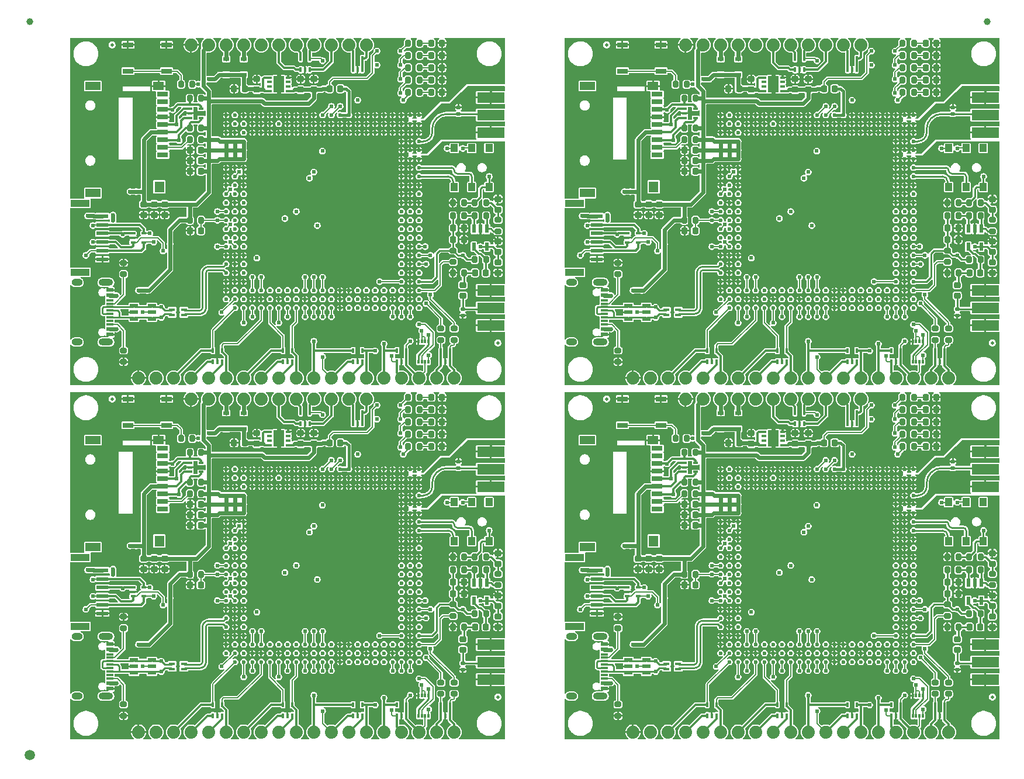
<source format=gtl>
%TF.GenerationSoftware,KiCad,Pcbnew,9.0.0*%
%TF.CreationDate,2025-03-19T15:37:07+00:00*%
%TF.ProjectId,SparkFun_GNSS_mosaic-T_panelized,53706172-6b46-4756-9e5f-474e53535f6d,v01*%
%TF.SameCoordinates,Original*%
%TF.FileFunction,Copper,L1,Top*%
%TF.FilePolarity,Positive*%
%FSLAX46Y46*%
G04 Gerber Fmt 4.6, Leading zero omitted, Abs format (unit mm)*
G04 Created by KiCad (PCBNEW 9.0.0) date 2025-03-19 15:37:07*
%MOMM*%
%LPD*%
G01*
G04 APERTURE LIST*
G04 Aperture macros list*
%AMRoundRect*
0 Rectangle with rounded corners*
0 $1 Rounding radius*
0 $2 $3 $4 $5 $6 $7 $8 $9 X,Y pos of 4 corners*
0 Add a 4 corners polygon primitive as box body*
4,1,4,$2,$3,$4,$5,$6,$7,$8,$9,$2,$3,0*
0 Add four circle primitives for the rounded corners*
1,1,$1+$1,$2,$3*
1,1,$1+$1,$4,$5*
1,1,$1+$1,$6,$7*
1,1,$1+$1,$8,$9*
0 Add four rect primitives between the rounded corners*
20,1,$1+$1,$2,$3,$4,$5,0*
20,1,$1+$1,$4,$5,$6,$7,0*
20,1,$1+$1,$6,$7,$8,$9,0*
20,1,$1+$1,$8,$9,$2,$3,0*%
G04 Aperture macros list end*
%TA.AperFunction,SMDPad,CuDef*%
%ADD10RoundRect,0.030000X-0.120000X0.245000X-0.120000X-0.245000X0.120000X-0.245000X0.120000X0.245000X0*%
%TD*%
%TA.AperFunction,SMDPad,CuDef*%
%ADD11R,0.300000X0.700000*%
%TD*%
%TA.AperFunction,SMDPad,CuDef*%
%ADD12R,1.200000X0.550000*%
%TD*%
%TA.AperFunction,SMDPad,CuDef*%
%ADD13RoundRect,0.300000X0.000010X0.000010X-0.000010X0.000010X-0.000010X-0.000010X0.000010X-0.000010X0*%
%TD*%
%TA.AperFunction,SMDPad,CuDef*%
%ADD14RoundRect,0.225000X0.250000X-0.225000X0.250000X0.225000X-0.250000X0.225000X-0.250000X-0.225000X0*%
%TD*%
%TA.AperFunction,SMDPad,CuDef*%
%ADD15RoundRect,0.225000X0.225000X0.250000X-0.225000X0.250000X-0.225000X-0.250000X0.225000X-0.250000X0*%
%TD*%
%TA.AperFunction,SMDPad,CuDef*%
%ADD16R,0.700000X0.300000*%
%TD*%
%TA.AperFunction,SMDPad,CuDef*%
%ADD17RoundRect,0.200000X0.200000X0.275000X-0.200000X0.275000X-0.200000X-0.275000X0.200000X-0.275000X0*%
%TD*%
%TA.AperFunction,ComponentPad*%
%ADD18C,1.879600*%
%TD*%
%TA.AperFunction,SMDPad,CuDef*%
%ADD19R,0.830000X0.630000*%
%TD*%
%TA.AperFunction,SMDPad,CuDef*%
%ADD20RoundRect,0.200000X-0.200000X-0.275000X0.200000X-0.275000X0.200000X0.275000X-0.200000X0.275000X0*%
%TD*%
%TA.AperFunction,SMDPad,CuDef*%
%ADD21RoundRect,0.200000X0.275000X-0.200000X0.275000X0.200000X-0.275000X0.200000X-0.275000X-0.200000X0*%
%TD*%
%TA.AperFunction,SMDPad,CuDef*%
%ADD22C,0.500000*%
%TD*%
%TA.AperFunction,SMDPad,CuDef*%
%ADD23R,1.700000X0.600000*%
%TD*%
%TA.AperFunction,SMDPad,CuDef*%
%ADD24R,2.700000X1.000000*%
%TD*%
%TA.AperFunction,SMDPad,CuDef*%
%ADD25RoundRect,0.140000X-0.170000X0.140000X-0.170000X-0.140000X0.170000X-0.140000X0.170000X0.140000X0*%
%TD*%
%TA.AperFunction,SMDPad,CuDef*%
%ADD26R,4.000000X1.500000*%
%TD*%
%TA.AperFunction,SMDPad,CuDef*%
%ADD27RoundRect,0.225000X-0.225000X-0.250000X0.225000X-0.250000X0.225000X0.250000X-0.225000X0.250000X0*%
%TD*%
%TA.AperFunction,SMDPad,CuDef*%
%ADD28RoundRect,0.225000X-0.250000X0.225000X-0.250000X-0.225000X0.250000X-0.225000X0.250000X0.225000X0*%
%TD*%
%TA.AperFunction,SMDPad,CuDef*%
%ADD29RoundRect,0.218750X0.218750X0.256250X-0.218750X0.256250X-0.218750X-0.256250X0.218750X-0.256250X0*%
%TD*%
%TA.AperFunction,SMDPad,CuDef*%
%ADD30RoundRect,0.200000X-0.275000X0.200000X-0.275000X-0.200000X0.275000X-0.200000X0.275000X0.200000X0*%
%TD*%
%TA.AperFunction,SMDPad,CuDef*%
%ADD31C,1.000000*%
%TD*%
%TA.AperFunction,SMDPad,CuDef*%
%ADD32R,1.000000X0.300000*%
%TD*%
%TA.AperFunction,SMDPad,CuDef*%
%ADD33R,1.000000X0.600000*%
%TD*%
%TA.AperFunction,ComponentPad*%
%ADD34O,1.600000X1.000000*%
%TD*%
%TA.AperFunction,ComponentPad*%
%ADD35O,2.100000X1.000000*%
%TD*%
%TA.AperFunction,SMDPad,CuDef*%
%ADD36R,1.000000X1.150000*%
%TD*%
%TA.AperFunction,SMDPad,CuDef*%
%ADD37R,0.550000X1.200000*%
%TD*%
%TA.AperFunction,SMDPad,CuDef*%
%ADD38R,1.524000X0.762000*%
%TD*%
%TA.AperFunction,SMDPad,CuDef*%
%ADD39R,0.900000X0.400000*%
%TD*%
%TA.AperFunction,SMDPad,CuDef*%
%ADD40C,1.500000*%
%TD*%
%TA.AperFunction,SMDPad,CuDef*%
%ADD41R,0.650000X0.300000*%
%TD*%
%TA.AperFunction,SMDPad,CuDef*%
%ADD42R,1.600000X2.350000*%
%TD*%
%TA.AperFunction,SMDPad,CuDef*%
%ADD43R,1.600000X0.700000*%
%TD*%
%TA.AperFunction,SMDPad,CuDef*%
%ADD44R,1.600000X1.200000*%
%TD*%
%TA.AperFunction,SMDPad,CuDef*%
%ADD45R,2.200000X1.200000*%
%TD*%
%TA.AperFunction,SMDPad,CuDef*%
%ADD46R,1.400000X1.600000*%
%TD*%
%TA.AperFunction,SMDPad,CuDef*%
%ADD47RoundRect,0.140000X0.170000X-0.140000X0.170000X0.140000X-0.170000X0.140000X-0.170000X-0.140000X0*%
%TD*%
%TA.AperFunction,ViaPad*%
%ADD48C,0.609600*%
%TD*%
%TA.AperFunction,Conductor*%
%ADD49C,0.558800*%
%TD*%
%TA.AperFunction,Conductor*%
%ADD50C,0.177800*%
%TD*%
%TA.AperFunction,Conductor*%
%ADD51C,0.281940*%
%TD*%
%TA.AperFunction,Conductor*%
%ADD52C,0.304800*%
%TD*%
%TA.AperFunction,Conductor*%
%ADD53C,0.277622*%
%TD*%
%TA.AperFunction,Conductor*%
%ADD54C,0.406400*%
%TD*%
G04 APERTURE END LIST*
D10*
%TO.P,U2,1,VCCA*%
%TO.N,1.8V*%
X52185000Y6555000D03*
%TO.P,U2,2,1A*%
%TO.N,PPS_1V8*%
X51685000Y6555000D03*
%TO.P,U2,3,2A*%
X51185000Y6555000D03*
%TO.P,U2,4,GND*%
%TO.N,GND*%
X50685000Y6555000D03*
%TO.P,U2,5,DIR*%
%TO.N,1.8V*%
X50685000Y3605000D03*
%TO.P,U2,6,2B*%
%TO.N,Net-(U2-2B)*%
X51185000Y3605000D03*
%TO.P,U2,7,1B*%
%TO.N,PPS*%
X51685000Y3605000D03*
%TO.P,U2,8,VCCB*%
%TO.N,3.3V*%
X52185000Y3605000D03*
%TD*%
%TO.P,U2,1,VCCA*%
%TO.N,1.8V*%
X123805000Y6555000D03*
%TO.P,U2,2,1A*%
%TO.N,PPS_1V8*%
X123305000Y6555000D03*
%TO.P,U2,3,2A*%
X122805000Y6555000D03*
%TO.P,U2,4,GND*%
%TO.N,GND*%
X122305000Y6555000D03*
%TO.P,U2,5,DIR*%
%TO.N,1.8V*%
X122305000Y3605000D03*
%TO.P,U2,6,2B*%
%TO.N,Net-(U2-2B)*%
X122805000Y3605000D03*
%TO.P,U2,7,1B*%
%TO.N,PPS*%
X123305000Y3605000D03*
%TO.P,U2,8,VCCB*%
%TO.N,3.3V*%
X123805000Y3605000D03*
%TD*%
%TO.P,U2,1,VCCA*%
%TO.N,1.8V*%
X52185000Y57855000D03*
%TO.P,U2,2,1A*%
%TO.N,PPS_1V8*%
X51685000Y57855000D03*
%TO.P,U2,3,2A*%
X51185000Y57855000D03*
%TO.P,U2,4,GND*%
%TO.N,GND*%
X50685000Y57855000D03*
%TO.P,U2,5,DIR*%
%TO.N,1.8V*%
X50685000Y54905000D03*
%TO.P,U2,6,2B*%
%TO.N,Net-(U2-2B)*%
X51185000Y54905000D03*
%TO.P,U2,7,1B*%
%TO.N,PPS*%
X51685000Y54905000D03*
%TO.P,U2,8,VCCB*%
%TO.N,3.3V*%
X52185000Y54905000D03*
%TD*%
%TO.P,U2,1,VCCA*%
%TO.N,1.8V*%
X123805000Y57855000D03*
%TO.P,U2,2,1A*%
%TO.N,PPS_1V8*%
X123305000Y57855000D03*
%TO.P,U2,3,2A*%
X122805000Y57855000D03*
%TO.P,U2,4,GND*%
%TO.N,GND*%
X122305000Y57855000D03*
%TO.P,U2,5,DIR*%
%TO.N,1.8V*%
X122305000Y54905000D03*
%TO.P,U2,6,2B*%
%TO.N,Net-(U2-2B)*%
X122805000Y54905000D03*
%TO.P,U2,7,1B*%
%TO.N,PPS*%
X123305000Y54905000D03*
%TO.P,U2,8,VCCB*%
%TO.N,3.3V*%
X123805000Y54905000D03*
%TD*%
D11*
%TO.P,D7,1,K1*%
%TO.N,~{RESET}*%
X33640000Y45936000D03*
%TO.P,D7,2,A*%
%TO.N,GND*%
X34290000Y45936000D03*
%TO.P,D7,3,K2*%
%TO.N,LOG_LED*%
X34940000Y45936000D03*
%TO.P,D7,4,K3*%
%TO.N,PVT_LED*%
X34940000Y47536000D03*
%TO.P,D7,5,K4*%
%TO.N,RDY*%
X33640000Y47536000D03*
%TD*%
%TO.P,D7,1,K1*%
%TO.N,~{RESET}*%
X33640000Y97236000D03*
%TO.P,D7,2,A*%
%TO.N,GND*%
X34290000Y97236000D03*
%TO.P,D7,3,K2*%
%TO.N,LOG_LED*%
X34940000Y97236000D03*
%TO.P,D7,4,K3*%
%TO.N,PVT_LED*%
X34940000Y98836000D03*
%TO.P,D7,5,K4*%
%TO.N,RDY*%
X33640000Y98836000D03*
%TD*%
%TO.P,D7,1,K1*%
%TO.N,~{RESET}*%
X105260000Y97236000D03*
%TO.P,D7,2,A*%
%TO.N,GND*%
X105910000Y97236000D03*
%TO.P,D7,3,K2*%
%TO.N,LOG_LED*%
X106560000Y97236000D03*
%TO.P,D7,4,K3*%
%TO.N,PVT_LED*%
X106560000Y98836000D03*
%TO.P,D7,5,K4*%
%TO.N,RDY*%
X105260000Y98836000D03*
%TD*%
%TO.P,D7,1,K1*%
%TO.N,~{RESET}*%
X105260000Y45936000D03*
%TO.P,D7,2,A*%
%TO.N,GND*%
X105910000Y45936000D03*
%TO.P,D7,3,K2*%
%TO.N,LOG_LED*%
X106560000Y45936000D03*
%TO.P,D7,4,K3*%
%TO.N,PVT_LED*%
X106560000Y47536000D03*
%TO.P,D7,5,K4*%
%TO.N,RDY*%
X105260000Y47536000D03*
%TD*%
D12*
%TO.P,D17,1,I/O1*%
%TO.N,Net-(D17-I{slash}O1)*%
X9494900Y11745000D03*
%TO.P,D17,2,GND*%
%TO.N,GND*%
X9494900Y10795000D03*
%TO.P,D17,3,I/O2*%
%TO.N,Net-(D17-I{slash}O2)*%
X9494900Y9845000D03*
%TO.P,D17,4,I/O3*%
X12095100Y9845000D03*
%TO.P,D17,5,VCC*%
%TO.N,VUSB*%
X12095000Y10795000D03*
%TO.P,D17,6,I/O4*%
%TO.N,Net-(D17-I{slash}O1)*%
X12095100Y11745000D03*
%TD*%
%TO.P,D17,1,I/O1*%
%TO.N,Net-(D17-I{slash}O1)*%
X9494900Y63045000D03*
%TO.P,D17,2,GND*%
%TO.N,GND*%
X9494900Y62095000D03*
%TO.P,D17,3,I/O2*%
%TO.N,Net-(D17-I{slash}O2)*%
X9494900Y61145000D03*
%TO.P,D17,4,I/O3*%
X12095100Y61145000D03*
%TO.P,D17,5,VCC*%
%TO.N,VUSB*%
X12095000Y62095000D03*
%TO.P,D17,6,I/O4*%
%TO.N,Net-(D17-I{slash}O1)*%
X12095100Y63045000D03*
%TD*%
%TO.P,D17,1,I/O1*%
%TO.N,Net-(D17-I{slash}O1)*%
X81114900Y11745000D03*
%TO.P,D17,2,GND*%
%TO.N,GND*%
X81114900Y10795000D03*
%TO.P,D17,3,I/O2*%
%TO.N,Net-(D17-I{slash}O2)*%
X81114900Y9845000D03*
%TO.P,D17,4,I/O3*%
X83715100Y9845000D03*
%TO.P,D17,5,VCC*%
%TO.N,VUSB*%
X83715000Y10795000D03*
%TO.P,D17,6,I/O4*%
%TO.N,Net-(D17-I{slash}O1)*%
X83715100Y11745000D03*
%TD*%
%TO.P,D17,1,I/O1*%
%TO.N,Net-(D17-I{slash}O1)*%
X81114900Y63045000D03*
%TO.P,D17,2,GND*%
%TO.N,GND*%
X81114900Y62095000D03*
%TO.P,D17,3,I/O2*%
%TO.N,Net-(D17-I{slash}O2)*%
X81114900Y61145000D03*
%TO.P,D17,4,I/O3*%
X83715100Y61145000D03*
%TO.P,D17,5,VCC*%
%TO.N,VUSB*%
X83715000Y62095000D03*
%TO.P,D17,6,I/O4*%
%TO.N,Net-(D17-I{slash}O1)*%
X83715100Y63045000D03*
%TD*%
D13*
%TO.P,U1,A2,RTC_XTALO*%
%TO.N,unconnected-(U1-RTC_XTALO-PadA2)*%
X22860000Y12700000D03*
%TO.P,U1,A3,RTC_XTALI*%
%TO.N,GND*%
X22860000Y13970000D03*
%TO.P,U1,A4,GND*%
X22860000Y15240000D03*
%TO.P,U1,A5,USB_D+*%
%TO.N,D+*%
X22860000Y16510000D03*
%TO.P,U1,A6,USB_D-*%
%TO.N,D-*%
X22860000Y17780000D03*
%TO.P,U1,A7,GND*%
%TO.N,GND*%
X22860000Y19050000D03*
%TO.P,U1,A8,V_USB*%
%TO.N,VUSB*%
X22860000Y20320000D03*
%TO.P,U1,A9*%
%TO.N,N/C*%
X22860000Y21590000D03*
%TO.P,U1,A10,ONOFF*%
%TO.N,ON_OFF*%
X22860000Y22860000D03*
%TO.P,U1,A11,~{RESET}*%
%TO.N,~{RESET}*%
X22860000Y24130000D03*
%TO.P,U1,A12,MODULE_RDY*%
%TO.N,RDY*%
X22860000Y25400000D03*
%TO.P,U1,A13*%
%TO.N,N/C*%
X22860000Y26670000D03*
%TO.P,U1,A14,GP_LED*%
%TO.N,PVT_LED*%
X22860000Y27940000D03*
%TO.P,U1,A15,GND*%
%TO.N,GND*%
X22860000Y29210000D03*
%TO.P,U1,A16,GND*%
X22860000Y30480000D03*
%TO.P,U1,A17,GND*%
X22860000Y31750000D03*
%TO.P,U1,A18,VDD_3V3*%
%TO.N,3.3V*%
X22860000Y33020000D03*
%TO.P,U1,A19,VDD_3V3*%
X22860000Y34290000D03*
%TO.P,U1,A20,VDD_3V3*%
X22860000Y35560000D03*
%TO.P,U1,A21,GND*%
%TO.N,GND*%
X22860000Y36830000D03*
%TO.P,U1,A22,GND*%
X22860000Y38100000D03*
%TO.P,U1,A23,GND*%
X22860000Y39370000D03*
%TO.P,U1,AA1,SD_CLK*%
%TO.N,SD_CLK*%
X48260000Y11430000D03*
%TO.P,U1,AA2,ETHER_CLK*%
%TO.N,unconnected-(U1-ETHER_CLK-PadAA2)*%
X48260000Y12700000D03*
%TO.P,U1,AA3*%
%TO.N,N/C*%
X48260000Y13970000D03*
%TO.P,U1,AA4,GPIO_1*%
%TO.N,GP1*%
X48260000Y15240000D03*
%TO.P,U1,AA5*%
%TO.N,N/C*%
X48260000Y16510000D03*
%TO.P,U1,AA6*%
X48260000Y17780000D03*
%TO.P,U1,AA7*%
X48260000Y19050000D03*
%TO.P,U1,AA8*%
X48260000Y20320000D03*
%TO.P,U1,AA9*%
X48260000Y21590000D03*
%TO.P,U1,AA10*%
X48260000Y22860000D03*
%TO.P,U1,AA11*%
X48260000Y24130000D03*
%TO.P,U1,AA12*%
X48260000Y25400000D03*
%TO.P,U1,AA13,GND*%
%TO.N,GND*%
X48260000Y26670000D03*
%TO.P,U1,AA14,GND*%
X48260000Y27940000D03*
%TO.P,U1,AA15,GND*%
X48260000Y29210000D03*
%TO.P,U1,AA16,GND*%
X48260000Y30480000D03*
%TO.P,U1,AA17,GND*%
X48260000Y31750000D03*
%TO.P,U1,AA18,GND*%
X48260000Y33020000D03*
%TO.P,U1,AA19,GND*%
X48260000Y34290000D03*
%TO.P,U1,AA20,GND*%
X48260000Y35560000D03*
%TO.P,U1,AA21,GND*%
X48260000Y36830000D03*
%TO.P,U1,AA22,GND*%
X48260000Y38100000D03*
%TO.P,U1,AA23,GND*%
X48260000Y39370000D03*
%TO.P,U1,AB1,SD_CMD*%
%TO.N,SD_CMD*%
X49530000Y11430000D03*
%TO.P,U1,AB2,GND*%
%TO.N,GND*%
X49530000Y12700000D03*
%TO.P,U1,AB3,GND*%
X49530000Y13970000D03*
%TO.P,U1,AB4,GND*%
X49530000Y15240000D03*
%TO.P,U1,AB5,GND*%
X49530000Y16510000D03*
%TO.P,U1,AB6,GND*%
X49530000Y17780000D03*
%TO.P,U1,AB7,GND*%
X49530000Y19050000D03*
%TO.P,U1,AB8,GND*%
X49530000Y20320000D03*
%TO.P,U1,AB9*%
%TO.N,N/C*%
X49530000Y21590000D03*
%TO.P,U1,AB10*%
X49530000Y22860000D03*
%TO.P,U1,AB11*%
X49530000Y24130000D03*
%TO.P,U1,AB12*%
X49530000Y25400000D03*
%TO.P,U1,AB13,GND*%
%TO.N,GND*%
X49530000Y26670000D03*
%TO.P,U1,AB14,GND*%
X49530000Y27940000D03*
%TO.P,U1,AB15,GND*%
X49530000Y29210000D03*
%TO.P,U1,AB16,GND*%
X49530000Y30480000D03*
%TO.P,U1,AB17,GND*%
X49530000Y31750000D03*
%TO.P,U1,AB18,GND*%
X49530000Y33020000D03*
%TO.P,U1,AB19,GND*%
X49530000Y34290000D03*
%TO.P,U1,AB20,GND*%
X49530000Y35560000D03*
%TO.P,U1,AB21,GND*%
X49530000Y36830000D03*
%TO.P,U1,AB22,GND*%
X49530000Y38100000D03*
%TO.P,U1,AB23,GND*%
X49530000Y39370000D03*
%TO.P,U1,AC1*%
%TO.N,N/C*%
X50800000Y11430000D03*
%TO.P,U1,AC2*%
X50800000Y12700000D03*
%TO.P,U1,AC3,SYNC*%
%TO.N,Net-(U1-SYNC)*%
X50800000Y13970000D03*
%TO.P,U1,AC4,1V8_OUT*%
%TO.N,1.8V*%
X50800000Y15240000D03*
%TO.P,U1,AC5*%
%TO.N,N/C*%
X50800000Y16510000D03*
%TO.P,U1,AC6,EVENTA*%
%TO.N,Net-(U1-EVENTA)*%
X50800000Y17780000D03*
%TO.P,U1,AC7,EVENTB*%
%TO.N,Net-(U1-EVENTB)*%
X50800000Y19050000D03*
%TO.P,U1,AC8,PPS*%
%TO.N,PPS_1V8*%
X50800000Y20320000D03*
%TO.P,U1,AC9*%
%TO.N,N/C*%
X50800000Y21590000D03*
%TO.P,U1,AC10*%
X50800000Y22860000D03*
%TO.P,U1,AC11*%
X50800000Y24130000D03*
%TO.P,U1,AC12*%
X50800000Y25400000D03*
%TO.P,U1,AC13,GND*%
%TO.N,GND*%
X50800000Y26670000D03*
%TO.P,U1,AC14,VTUNE*%
%TO.N,unconnected-(U1-VTUNE-PadAC14)*%
X50800000Y27940000D03*
%TO.P,U1,AC15,GND*%
%TO.N,GND*%
X50800000Y29210000D03*
%TO.P,U1,AC16,REF_OUT*%
%TO.N,REF_OUT*%
X50800000Y30480000D03*
%TO.P,U1,AC17,REF_IN*%
%TO.N,REF_IN*%
X50800000Y31750000D03*
%TO.P,U1,AC18,GND*%
%TO.N,GND*%
X50800000Y33020000D03*
%TO.P,U1,AC19,GND*%
X50800000Y34290000D03*
%TO.P,U1,AC20,ANT_1*%
%TO.N,ANT*%
X50800000Y35560000D03*
%TO.P,U1,AC21,GND*%
%TO.N,GND*%
X50800000Y36830000D03*
%TO.P,U1,AC22,GND*%
X50800000Y38100000D03*
%TO.P,U1,AC23,GND*%
X50800000Y39370000D03*
%TO.P,U1,B1,COM1_RX*%
%TO.N,RX1*%
X24130000Y11430000D03*
%TO.P,U1,B2,LOG_LED*%
%TO.N,LOG_LED*%
X24130000Y12700000D03*
%TO.P,U1,B3*%
%TO.N,N/C*%
X24130000Y13970000D03*
%TO.P,U1,B4,GND*%
%TO.N,GND*%
X24130000Y15240000D03*
%TO.P,U1,B5,GND*%
X24130000Y16510000D03*
%TO.P,U1,B6,GND*%
X24130000Y17780000D03*
%TO.P,U1,B7,GND*%
X24130000Y19050000D03*
%TO.P,U1,B8,VDD_BAT*%
%TO.N,VBATT*%
X24130000Y20320000D03*
%TO.P,U1,B9*%
%TO.N,N/C*%
X24130000Y21590000D03*
%TO.P,U1,B10*%
X24130000Y22860000D03*
%TO.P,U1,B11*%
X24130000Y24130000D03*
%TO.P,U1,B12*%
X24130000Y25400000D03*
%TO.P,U1,B13,GND*%
%TO.N,GND*%
X24130000Y26670000D03*
%TO.P,U1,B14*%
%TO.N,N/C*%
X24130000Y27940000D03*
%TO.P,U1,B15*%
X24130000Y29210000D03*
%TO.P,U1,B16,PMIC_ON_REQ*%
%TO.N,PMIC_ON_REQ*%
X24130000Y30480000D03*
%TO.P,U1,B17,GND*%
%TO.N,GND*%
X24130000Y31750000D03*
%TO.P,U1,B18,VDD_3V3*%
%TO.N,3.3V*%
X24130000Y33020000D03*
%TO.P,U1,B19,VDD_3V3*%
X24130000Y34290000D03*
%TO.P,U1,B20,VDD_3V3*%
X24130000Y35560000D03*
%TO.P,U1,B21,GND*%
%TO.N,GND*%
X24130000Y36830000D03*
%TO.P,U1,B22*%
%TO.N,N/C*%
X24130000Y38100000D03*
%TO.P,U1,B23*%
X24130000Y39370000D03*
%TO.P,U1,C1,COM1_RTS*%
%TO.N,RTS1*%
X25400000Y11430000D03*
%TO.P,U1,C2*%
%TO.N,N/C*%
X25400000Y12700000D03*
%TO.P,U1,C3*%
X25400000Y13970000D03*
%TO.P,U1,C4,GND*%
%TO.N,GND*%
X25400000Y15240000D03*
%TO.P,U1,C5*%
%TO.N,N/C*%
X25400000Y16510000D03*
%TO.P,U1,C6*%
X25400000Y17780000D03*
%TO.P,U1,C7,GND*%
%TO.N,GND*%
X25400000Y19050000D03*
%TO.P,U1,C8*%
%TO.N,N/C*%
X25400000Y20320000D03*
%TO.P,U1,C9*%
X25400000Y21590000D03*
%TO.P,U1,C10*%
X25400000Y22860000D03*
%TO.P,U1,C11*%
X25400000Y24130000D03*
%TO.P,U1,C12*%
X25400000Y25400000D03*
%TO.P,U1,C13*%
X25400000Y26670000D03*
%TO.P,U1,C14*%
X25400000Y27940000D03*
%TO.P,U1,C15,GND*%
%TO.N,GND*%
X25400000Y29210000D03*
%TO.P,U1,C16,GND*%
X25400000Y30480000D03*
%TO.P,U1,C17,GND*%
X25400000Y31750000D03*
%TO.P,U1,C18,VDD_3V3*%
%TO.N,3.3V*%
X25400000Y33020000D03*
%TO.P,U1,C19,VDD_3V3*%
X25400000Y34290000D03*
%TO.P,U1,C20,VDD_3V3*%
X25400000Y35560000D03*
%TO.P,U1,C21*%
%TO.N,N/C*%
X25400000Y36830000D03*
%TO.P,U1,C22*%
X25400000Y38100000D03*
%TO.P,U1,C23,GND*%
%TO.N,GND*%
X25400000Y39370000D03*
%TO.P,U1,D1,COM1_TX*%
%TO.N,TX1*%
X26670000Y11430000D03*
%TO.P,U1,D2,GND*%
%TO.N,GND*%
X26670000Y12700000D03*
%TO.P,U1,D3,COM4_RX*%
%TO.N,RX4*%
X26670000Y13970000D03*
%TO.P,U1,D21,GND*%
%TO.N,GND*%
X26670000Y36830000D03*
%TO.P,U1,D22,GND*%
X26670000Y38100000D03*
%TO.P,U1,D23,GND*%
X26670000Y39370000D03*
%TO.P,U1,E1,COM1_CTS*%
%TO.N,CTS1*%
X27940000Y11430000D03*
%TO.P,U1,E2,GND*%
%TO.N,GND*%
X27940000Y12700000D03*
%TO.P,U1,E3,COM4_TX*%
%TO.N,TX4*%
X27940000Y13970000D03*
%TO.P,U1,E21,GND*%
%TO.N,GND*%
X27940000Y36830000D03*
%TO.P,U1,E22,GND*%
X27940000Y38100000D03*
%TO.P,U1,E23,GND*%
X27940000Y39370000D03*
%TO.P,U1,F1,COM2_RX*%
%TO.N,RX2*%
X29210000Y11430000D03*
%TO.P,U1,F2,ETHER_~{RST}*%
%TO.N,unconnected-(U1-ETHER_~{RST}-PadF2)*%
X29210000Y12700000D03*
%TO.P,U1,F3*%
%TO.N,N/C*%
X29210000Y13970000D03*
%TO.P,U1,F21,GND*%
%TO.N,GND*%
X29210000Y36830000D03*
%TO.P,U1,F22,GND*%
X29210000Y38100000D03*
%TO.P,U1,F23,GND*%
X29210000Y39370000D03*
%TO.P,U1,G1,COM2_RTS*%
%TO.N,RTS2*%
X30480000Y11430000D03*
%TO.P,U1,G2,GND*%
%TO.N,GND*%
X30480000Y12700000D03*
%TO.P,U1,G3*%
%TO.N,N/C*%
X30480000Y13970000D03*
%TO.P,U1,G21,GND*%
%TO.N,GND*%
X30480000Y36830000D03*
%TO.P,U1,G22*%
%TO.N,N/C*%
X30480000Y38100000D03*
%TO.P,U1,G23,GND*%
%TO.N,GND*%
X30480000Y39370000D03*
%TO.P,U1,H1,COM2_TX*%
%TO.N,TX2*%
X31750000Y11430000D03*
%TO.P,U1,H2,ETHER_TXD1*%
%TO.N,unconnected-(U1-ETHER_TXD1-PadH2)*%
X31750000Y12700000D03*
%TO.P,U1,H3*%
%TO.N,N/C*%
X31750000Y13970000D03*
%TO.P,U1,H21,GND*%
%TO.N,GND*%
X31750000Y36830000D03*
%TO.P,U1,H22,GND*%
X31750000Y38100000D03*
%TO.P,U1,H23,GND*%
X31750000Y39370000D03*
%TO.P,U1,J1,COM2_CTS*%
%TO.N,CTS2*%
X33020000Y11430000D03*
%TO.P,U1,J2,ETHER_TXD0*%
%TO.N,unconnected-(U1-ETHER_TXD0-PadJ2)*%
X33020000Y12700000D03*
%TO.P,U1,J3*%
%TO.N,N/C*%
X33020000Y13970000D03*
%TO.P,U1,J21,GND*%
%TO.N,GND*%
X33020000Y36830000D03*
%TO.P,U1,J22,GND*%
X33020000Y38100000D03*
%TO.P,U1,J23,GND*%
X33020000Y39370000D03*
%TO.P,U1,K1,COM3_RX*%
%TO.N,RX3*%
X34290000Y11430000D03*
%TO.P,U1,K2,GND*%
%TO.N,GND*%
X34290000Y12700000D03*
%TO.P,U1,K3,LOG_BTN*%
%TO.N,LOG_BTN*%
X34290000Y13970000D03*
%TO.P,U1,K21,GND*%
%TO.N,GND*%
X34290000Y36830000D03*
%TO.P,U1,K22,GND*%
X34290000Y38100000D03*
%TO.P,U1,K23,GND*%
X34290000Y39370000D03*
%TO.P,U1,L1,COM3_RTS*%
%TO.N,RTS3*%
X35560000Y11430000D03*
%TO.P,U1,L2,ETHER_TXEN*%
%TO.N,unconnected-(U1-ETHER_TXEN-PadL2)*%
X35560000Y12700000D03*
%TO.P,U1,L3,GPIO_2*%
%TO.N,GP2*%
X35560000Y13970000D03*
%TO.P,U1,L21,GND*%
%TO.N,GND*%
X35560000Y36830000D03*
%TO.P,U1,L22,GND*%
X35560000Y38100000D03*
%TO.P,U1,L23,GND*%
X35560000Y39370000D03*
%TO.P,U1,M1,COM3_TX*%
%TO.N,TX3*%
X36830000Y11430000D03*
%TO.P,U1,M2,ETHER_RXER*%
%TO.N,unconnected-(U1-ETHER_RXER-PadM2)*%
X36830000Y12700000D03*
%TO.P,U1,M3,GP_LED2*%
%TO.N,RTK_LED*%
X36830000Y13970000D03*
%TO.P,U1,M21,GND*%
%TO.N,GND*%
X36830000Y36830000D03*
%TO.P,U1,M22,GND*%
X36830000Y38100000D03*
%TO.P,U1,M23,2V8_IN*%
%TO.N,2V8_IN*%
X36830000Y39370000D03*
%TO.P,U1,N1,COM3_CTS*%
%TO.N,CTS3*%
X38100000Y11430000D03*
%TO.P,U1,N2,ETHER_CRSDV*%
%TO.N,unconnected-(U1-ETHER_CRSDV-PadN2)*%
X38100000Y12700000D03*
%TO.P,U1,N3*%
%TO.N,N/C*%
X38100000Y13970000D03*
%TO.P,U1,N21,GND*%
%TO.N,GND*%
X38100000Y36830000D03*
%TO.P,U1,N22,GND*%
X38100000Y38100000D03*
%TO.P,U1,N23,2V8_OUT*%
%TO.N,2V8_OUT*%
X38100000Y39370000D03*
%TO.P,U1,P1,GND*%
%TO.N,GND*%
X39370000Y11430000D03*
%TO.P,U1,P2,GND*%
X39370000Y12700000D03*
%TO.P,U1,P3,GND*%
X39370000Y13970000D03*
%TO.P,U1,P21,GND*%
X39370000Y36830000D03*
%TO.P,U1,P22,GND*%
X39370000Y38100000D03*
%TO.P,U1,P23,VANT*%
%TO.N,VANT*%
X39370000Y39370000D03*
%TO.P,U1,R1*%
%TO.N,N/C*%
X40640000Y11430000D03*
%TO.P,U1,R2,ETHER_RXD0*%
%TO.N,unconnected-(U1-ETHER_RXD0-PadR2)*%
X40640000Y12700000D03*
%TO.P,U1,R3,GND*%
%TO.N,GND*%
X40640000Y13970000D03*
%TO.P,U1,R21,GND*%
X40640000Y36830000D03*
%TO.P,U1,R22,GND*%
X40640000Y38100000D03*
%TO.P,U1,R23,VANT*%
%TO.N,VANT*%
X40640000Y39370000D03*
%TO.P,U1,T1*%
%TO.N,N/C*%
X41910000Y11430000D03*
%TO.P,U1,T2,ETHER_RXD1*%
%TO.N,unconnected-(U1-ETHER_RXD1-PadT2)*%
X41910000Y12700000D03*
%TO.P,U1,T3*%
%TO.N,N/C*%
X41910000Y13970000D03*
%TO.P,U1,T21,GND*%
%TO.N,GND*%
X41910000Y36830000D03*
%TO.P,U1,T22,GND*%
X41910000Y38100000D03*
%TO.P,U1,T23,GND*%
X41910000Y39370000D03*
%TO.P,U1,U1*%
%TO.N,N/C*%
X43180000Y11430000D03*
%TO.P,U1,U2,GND*%
%TO.N,GND*%
X43180000Y12700000D03*
%TO.P,U1,U3*%
%TO.N,N/C*%
X43180000Y13970000D03*
%TO.P,U1,U21,GND*%
%TO.N,GND*%
X43180000Y36830000D03*
%TO.P,U1,U22,GND*%
X43180000Y38100000D03*
%TO.P,U1,U23,GND*%
X43180000Y39370000D03*
%TO.P,U1,V1*%
%TO.N,N/C*%
X44450000Y11430000D03*
%TO.P,U1,V2,ETHER_MDC*%
%TO.N,unconnected-(U1-ETHER_MDC-PadV2)*%
X44450000Y12700000D03*
%TO.P,U1,V3*%
%TO.N,N/C*%
X44450000Y13970000D03*
%TO.P,U1,V21,GND*%
%TO.N,GND*%
X44450000Y36830000D03*
%TO.P,U1,V22,GND*%
X44450000Y38100000D03*
%TO.P,U1,V23,ANT_2*%
X44450000Y39370000D03*
%TO.P,U1,W1*%
%TO.N,N/C*%
X45720000Y11430000D03*
%TO.P,U1,W2,ETHER_MDIO*%
%TO.N,unconnected-(U1-ETHER_MDIO-PadW2)*%
X45720000Y12700000D03*
%TO.P,U1,W3*%
%TO.N,N/C*%
X45720000Y13970000D03*
%TO.P,U1,W21,GND*%
%TO.N,GND*%
X45720000Y36830000D03*
%TO.P,U1,W22,GND*%
X45720000Y38100000D03*
%TO.P,U1,W23,GND*%
X45720000Y39370000D03*
%TO.P,U1,Y1,SD_DATA*%
%TO.N,SD_DATA*%
X46990000Y11430000D03*
%TO.P,U1,Y2,GND*%
%TO.N,GND*%
X46990000Y12700000D03*
%TO.P,U1,Y3*%
%TO.N,N/C*%
X46990000Y13970000D03*
%TO.P,U1,Y21,GND*%
%TO.N,GND*%
X46990000Y36830000D03*
%TO.P,U1,Y22,GND*%
X46990000Y38100000D03*
%TO.P,U1,Y23,GND*%
X46990000Y39370000D03*
%TD*%
%TO.P,U1,A2,RTC_XTALO*%
%TO.N,unconnected-(U1-RTC_XTALO-PadA2)*%
X22860000Y64000000D03*
%TO.P,U1,A3,RTC_XTALI*%
%TO.N,GND*%
X22860000Y65270000D03*
%TO.P,U1,A4,GND*%
X22860000Y66540000D03*
%TO.P,U1,A5,USB_D+*%
%TO.N,D+*%
X22860000Y67810000D03*
%TO.P,U1,A6,USB_D-*%
%TO.N,D-*%
X22860000Y69080000D03*
%TO.P,U1,A7,GND*%
%TO.N,GND*%
X22860000Y70350000D03*
%TO.P,U1,A8,V_USB*%
%TO.N,VUSB*%
X22860000Y71620000D03*
%TO.P,U1,A9*%
%TO.N,N/C*%
X22860000Y72890000D03*
%TO.P,U1,A10,ONOFF*%
%TO.N,ON_OFF*%
X22860000Y74160000D03*
%TO.P,U1,A11,~{RESET}*%
%TO.N,~{RESET}*%
X22860000Y75430000D03*
%TO.P,U1,A12,MODULE_RDY*%
%TO.N,RDY*%
X22860000Y76700000D03*
%TO.P,U1,A13*%
%TO.N,N/C*%
X22860000Y77970000D03*
%TO.P,U1,A14,GP_LED*%
%TO.N,PVT_LED*%
X22860000Y79240000D03*
%TO.P,U1,A15,GND*%
%TO.N,GND*%
X22860000Y80510000D03*
%TO.P,U1,A16,GND*%
X22860000Y81780000D03*
%TO.P,U1,A17,GND*%
X22860000Y83050000D03*
%TO.P,U1,A18,VDD_3V3*%
%TO.N,3.3V*%
X22860000Y84320000D03*
%TO.P,U1,A19,VDD_3V3*%
X22860000Y85590000D03*
%TO.P,U1,A20,VDD_3V3*%
X22860000Y86860000D03*
%TO.P,U1,A21,GND*%
%TO.N,GND*%
X22860000Y88130000D03*
%TO.P,U1,A22,GND*%
X22860000Y89400000D03*
%TO.P,U1,A23,GND*%
X22860000Y90670000D03*
%TO.P,U1,AA1,SD_CLK*%
%TO.N,SD_CLK*%
X48260000Y62730000D03*
%TO.P,U1,AA2,ETHER_CLK*%
%TO.N,unconnected-(U1-ETHER_CLK-PadAA2)*%
X48260000Y64000000D03*
%TO.P,U1,AA3*%
%TO.N,N/C*%
X48260000Y65270000D03*
%TO.P,U1,AA4,GPIO_1*%
%TO.N,GP1*%
X48260000Y66540000D03*
%TO.P,U1,AA5*%
%TO.N,N/C*%
X48260000Y67810000D03*
%TO.P,U1,AA6*%
X48260000Y69080000D03*
%TO.P,U1,AA7*%
X48260000Y70350000D03*
%TO.P,U1,AA8*%
X48260000Y71620000D03*
%TO.P,U1,AA9*%
X48260000Y72890000D03*
%TO.P,U1,AA10*%
X48260000Y74160000D03*
%TO.P,U1,AA11*%
X48260000Y75430000D03*
%TO.P,U1,AA12*%
X48260000Y76700000D03*
%TO.P,U1,AA13,GND*%
%TO.N,GND*%
X48260000Y77970000D03*
%TO.P,U1,AA14,GND*%
X48260000Y79240000D03*
%TO.P,U1,AA15,GND*%
X48260000Y80510000D03*
%TO.P,U1,AA16,GND*%
X48260000Y81780000D03*
%TO.P,U1,AA17,GND*%
X48260000Y83050000D03*
%TO.P,U1,AA18,GND*%
X48260000Y84320000D03*
%TO.P,U1,AA19,GND*%
X48260000Y85590000D03*
%TO.P,U1,AA20,GND*%
X48260000Y86860000D03*
%TO.P,U1,AA21,GND*%
X48260000Y88130000D03*
%TO.P,U1,AA22,GND*%
X48260000Y89400000D03*
%TO.P,U1,AA23,GND*%
X48260000Y90670000D03*
%TO.P,U1,AB1,SD_CMD*%
%TO.N,SD_CMD*%
X49530000Y62730000D03*
%TO.P,U1,AB2,GND*%
%TO.N,GND*%
X49530000Y64000000D03*
%TO.P,U1,AB3,GND*%
X49530000Y65270000D03*
%TO.P,U1,AB4,GND*%
X49530000Y66540000D03*
%TO.P,U1,AB5,GND*%
X49530000Y67810000D03*
%TO.P,U1,AB6,GND*%
X49530000Y69080000D03*
%TO.P,U1,AB7,GND*%
X49530000Y70350000D03*
%TO.P,U1,AB8,GND*%
X49530000Y71620000D03*
%TO.P,U1,AB9*%
%TO.N,N/C*%
X49530000Y72890000D03*
%TO.P,U1,AB10*%
X49530000Y74160000D03*
%TO.P,U1,AB11*%
X49530000Y75430000D03*
%TO.P,U1,AB12*%
X49530000Y76700000D03*
%TO.P,U1,AB13,GND*%
%TO.N,GND*%
X49530000Y77970000D03*
%TO.P,U1,AB14,GND*%
X49530000Y79240000D03*
%TO.P,U1,AB15,GND*%
X49530000Y80510000D03*
%TO.P,U1,AB16,GND*%
X49530000Y81780000D03*
%TO.P,U1,AB17,GND*%
X49530000Y83050000D03*
%TO.P,U1,AB18,GND*%
X49530000Y84320000D03*
%TO.P,U1,AB19,GND*%
X49530000Y85590000D03*
%TO.P,U1,AB20,GND*%
X49530000Y86860000D03*
%TO.P,U1,AB21,GND*%
X49530000Y88130000D03*
%TO.P,U1,AB22,GND*%
X49530000Y89400000D03*
%TO.P,U1,AB23,GND*%
X49530000Y90670000D03*
%TO.P,U1,AC1*%
%TO.N,N/C*%
X50800000Y62730000D03*
%TO.P,U1,AC2*%
X50800000Y64000000D03*
%TO.P,U1,AC3,SYNC*%
%TO.N,Net-(U1-SYNC)*%
X50800000Y65270000D03*
%TO.P,U1,AC4,1V8_OUT*%
%TO.N,1.8V*%
X50800000Y66540000D03*
%TO.P,U1,AC5*%
%TO.N,N/C*%
X50800000Y67810000D03*
%TO.P,U1,AC6,EVENTA*%
%TO.N,Net-(U1-EVENTA)*%
X50800000Y69080000D03*
%TO.P,U1,AC7,EVENTB*%
%TO.N,Net-(U1-EVENTB)*%
X50800000Y70350000D03*
%TO.P,U1,AC8,PPS*%
%TO.N,PPS_1V8*%
X50800000Y71620000D03*
%TO.P,U1,AC9*%
%TO.N,N/C*%
X50800000Y72890000D03*
%TO.P,U1,AC10*%
X50800000Y74160000D03*
%TO.P,U1,AC11*%
X50800000Y75430000D03*
%TO.P,U1,AC12*%
X50800000Y76700000D03*
%TO.P,U1,AC13,GND*%
%TO.N,GND*%
X50800000Y77970000D03*
%TO.P,U1,AC14,VTUNE*%
%TO.N,unconnected-(U1-VTUNE-PadAC14)*%
X50800000Y79240000D03*
%TO.P,U1,AC15,GND*%
%TO.N,GND*%
X50800000Y80510000D03*
%TO.P,U1,AC16,REF_OUT*%
%TO.N,REF_OUT*%
X50800000Y81780000D03*
%TO.P,U1,AC17,REF_IN*%
%TO.N,REF_IN*%
X50800000Y83050000D03*
%TO.P,U1,AC18,GND*%
%TO.N,GND*%
X50800000Y84320000D03*
%TO.P,U1,AC19,GND*%
X50800000Y85590000D03*
%TO.P,U1,AC20,ANT_1*%
%TO.N,ANT*%
X50800000Y86860000D03*
%TO.P,U1,AC21,GND*%
%TO.N,GND*%
X50800000Y88130000D03*
%TO.P,U1,AC22,GND*%
X50800000Y89400000D03*
%TO.P,U1,AC23,GND*%
X50800000Y90670000D03*
%TO.P,U1,B1,COM1_RX*%
%TO.N,RX1*%
X24130000Y62730000D03*
%TO.P,U1,B2,LOG_LED*%
%TO.N,LOG_LED*%
X24130000Y64000000D03*
%TO.P,U1,B3*%
%TO.N,N/C*%
X24130000Y65270000D03*
%TO.P,U1,B4,GND*%
%TO.N,GND*%
X24130000Y66540000D03*
%TO.P,U1,B5,GND*%
X24130000Y67810000D03*
%TO.P,U1,B6,GND*%
X24130000Y69080000D03*
%TO.P,U1,B7,GND*%
X24130000Y70350000D03*
%TO.P,U1,B8,VDD_BAT*%
%TO.N,VBATT*%
X24130000Y71620000D03*
%TO.P,U1,B9*%
%TO.N,N/C*%
X24130000Y72890000D03*
%TO.P,U1,B10*%
X24130000Y74160000D03*
%TO.P,U1,B11*%
X24130000Y75430000D03*
%TO.P,U1,B12*%
X24130000Y76700000D03*
%TO.P,U1,B13,GND*%
%TO.N,GND*%
X24130000Y77970000D03*
%TO.P,U1,B14*%
%TO.N,N/C*%
X24130000Y79240000D03*
%TO.P,U1,B15*%
X24130000Y80510000D03*
%TO.P,U1,B16,PMIC_ON_REQ*%
%TO.N,PMIC_ON_REQ*%
X24130000Y81780000D03*
%TO.P,U1,B17,GND*%
%TO.N,GND*%
X24130000Y83050000D03*
%TO.P,U1,B18,VDD_3V3*%
%TO.N,3.3V*%
X24130000Y84320000D03*
%TO.P,U1,B19,VDD_3V3*%
X24130000Y85590000D03*
%TO.P,U1,B20,VDD_3V3*%
X24130000Y86860000D03*
%TO.P,U1,B21,GND*%
%TO.N,GND*%
X24130000Y88130000D03*
%TO.P,U1,B22*%
%TO.N,N/C*%
X24130000Y89400000D03*
%TO.P,U1,B23*%
X24130000Y90670000D03*
%TO.P,U1,C1,COM1_RTS*%
%TO.N,RTS1*%
X25400000Y62730000D03*
%TO.P,U1,C2*%
%TO.N,N/C*%
X25400000Y64000000D03*
%TO.P,U1,C3*%
X25400000Y65270000D03*
%TO.P,U1,C4,GND*%
%TO.N,GND*%
X25400000Y66540000D03*
%TO.P,U1,C5*%
%TO.N,N/C*%
X25400000Y67810000D03*
%TO.P,U1,C6*%
X25400000Y69080000D03*
%TO.P,U1,C7,GND*%
%TO.N,GND*%
X25400000Y70350000D03*
%TO.P,U1,C8*%
%TO.N,N/C*%
X25400000Y71620000D03*
%TO.P,U1,C9*%
X25400000Y72890000D03*
%TO.P,U1,C10*%
X25400000Y74160000D03*
%TO.P,U1,C11*%
X25400000Y75430000D03*
%TO.P,U1,C12*%
X25400000Y76700000D03*
%TO.P,U1,C13*%
X25400000Y77970000D03*
%TO.P,U1,C14*%
X25400000Y79240000D03*
%TO.P,U1,C15,GND*%
%TO.N,GND*%
X25400000Y80510000D03*
%TO.P,U1,C16,GND*%
X25400000Y81780000D03*
%TO.P,U1,C17,GND*%
X25400000Y83050000D03*
%TO.P,U1,C18,VDD_3V3*%
%TO.N,3.3V*%
X25400000Y84320000D03*
%TO.P,U1,C19,VDD_3V3*%
X25400000Y85590000D03*
%TO.P,U1,C20,VDD_3V3*%
X25400000Y86860000D03*
%TO.P,U1,C21*%
%TO.N,N/C*%
X25400000Y88130000D03*
%TO.P,U1,C22*%
X25400000Y89400000D03*
%TO.P,U1,C23,GND*%
%TO.N,GND*%
X25400000Y90670000D03*
%TO.P,U1,D1,COM1_TX*%
%TO.N,TX1*%
X26670000Y62730000D03*
%TO.P,U1,D2,GND*%
%TO.N,GND*%
X26670000Y64000000D03*
%TO.P,U1,D3,COM4_RX*%
%TO.N,RX4*%
X26670000Y65270000D03*
%TO.P,U1,D21,GND*%
%TO.N,GND*%
X26670000Y88130000D03*
%TO.P,U1,D22,GND*%
X26670000Y89400000D03*
%TO.P,U1,D23,GND*%
X26670000Y90670000D03*
%TO.P,U1,E1,COM1_CTS*%
%TO.N,CTS1*%
X27940000Y62730000D03*
%TO.P,U1,E2,GND*%
%TO.N,GND*%
X27940000Y64000000D03*
%TO.P,U1,E3,COM4_TX*%
%TO.N,TX4*%
X27940000Y65270000D03*
%TO.P,U1,E21,GND*%
%TO.N,GND*%
X27940000Y88130000D03*
%TO.P,U1,E22,GND*%
X27940000Y89400000D03*
%TO.P,U1,E23,GND*%
X27940000Y90670000D03*
%TO.P,U1,F1,COM2_RX*%
%TO.N,RX2*%
X29210000Y62730000D03*
%TO.P,U1,F2,ETHER_~{RST}*%
%TO.N,unconnected-(U1-ETHER_~{RST}-PadF2)*%
X29210000Y64000000D03*
%TO.P,U1,F3*%
%TO.N,N/C*%
X29210000Y65270000D03*
%TO.P,U1,F21,GND*%
%TO.N,GND*%
X29210000Y88130000D03*
%TO.P,U1,F22,GND*%
X29210000Y89400000D03*
%TO.P,U1,F23,GND*%
X29210000Y90670000D03*
%TO.P,U1,G1,COM2_RTS*%
%TO.N,RTS2*%
X30480000Y62730000D03*
%TO.P,U1,G2,GND*%
%TO.N,GND*%
X30480000Y64000000D03*
%TO.P,U1,G3*%
%TO.N,N/C*%
X30480000Y65270000D03*
%TO.P,U1,G21,GND*%
%TO.N,GND*%
X30480000Y88130000D03*
%TO.P,U1,G22*%
%TO.N,N/C*%
X30480000Y89400000D03*
%TO.P,U1,G23,GND*%
%TO.N,GND*%
X30480000Y90670000D03*
%TO.P,U1,H1,COM2_TX*%
%TO.N,TX2*%
X31750000Y62730000D03*
%TO.P,U1,H2,ETHER_TXD1*%
%TO.N,unconnected-(U1-ETHER_TXD1-PadH2)*%
X31750000Y64000000D03*
%TO.P,U1,H3*%
%TO.N,N/C*%
X31750000Y65270000D03*
%TO.P,U1,H21,GND*%
%TO.N,GND*%
X31750000Y88130000D03*
%TO.P,U1,H22,GND*%
X31750000Y89400000D03*
%TO.P,U1,H23,GND*%
X31750000Y90670000D03*
%TO.P,U1,J1,COM2_CTS*%
%TO.N,CTS2*%
X33020000Y62730000D03*
%TO.P,U1,J2,ETHER_TXD0*%
%TO.N,unconnected-(U1-ETHER_TXD0-PadJ2)*%
X33020000Y64000000D03*
%TO.P,U1,J3*%
%TO.N,N/C*%
X33020000Y65270000D03*
%TO.P,U1,J21,GND*%
%TO.N,GND*%
X33020000Y88130000D03*
%TO.P,U1,J22,GND*%
X33020000Y89400000D03*
%TO.P,U1,J23,GND*%
X33020000Y90670000D03*
%TO.P,U1,K1,COM3_RX*%
%TO.N,RX3*%
X34290000Y62730000D03*
%TO.P,U1,K2,GND*%
%TO.N,GND*%
X34290000Y64000000D03*
%TO.P,U1,K3,LOG_BTN*%
%TO.N,LOG_BTN*%
X34290000Y65270000D03*
%TO.P,U1,K21,GND*%
%TO.N,GND*%
X34290000Y88130000D03*
%TO.P,U1,K22,GND*%
X34290000Y89400000D03*
%TO.P,U1,K23,GND*%
X34290000Y90670000D03*
%TO.P,U1,L1,COM3_RTS*%
%TO.N,RTS3*%
X35560000Y62730000D03*
%TO.P,U1,L2,ETHER_TXEN*%
%TO.N,unconnected-(U1-ETHER_TXEN-PadL2)*%
X35560000Y64000000D03*
%TO.P,U1,L3,GPIO_2*%
%TO.N,GP2*%
X35560000Y65270000D03*
%TO.P,U1,L21,GND*%
%TO.N,GND*%
X35560000Y88130000D03*
%TO.P,U1,L22,GND*%
X35560000Y89400000D03*
%TO.P,U1,L23,GND*%
X35560000Y90670000D03*
%TO.P,U1,M1,COM3_TX*%
%TO.N,TX3*%
X36830000Y62730000D03*
%TO.P,U1,M2,ETHER_RXER*%
%TO.N,unconnected-(U1-ETHER_RXER-PadM2)*%
X36830000Y64000000D03*
%TO.P,U1,M3,GP_LED2*%
%TO.N,RTK_LED*%
X36830000Y65270000D03*
%TO.P,U1,M21,GND*%
%TO.N,GND*%
X36830000Y88130000D03*
%TO.P,U1,M22,GND*%
X36830000Y89400000D03*
%TO.P,U1,M23,2V8_IN*%
%TO.N,2V8_IN*%
X36830000Y90670000D03*
%TO.P,U1,N1,COM3_CTS*%
%TO.N,CTS3*%
X38100000Y62730000D03*
%TO.P,U1,N2,ETHER_CRSDV*%
%TO.N,unconnected-(U1-ETHER_CRSDV-PadN2)*%
X38100000Y64000000D03*
%TO.P,U1,N3*%
%TO.N,N/C*%
X38100000Y65270000D03*
%TO.P,U1,N21,GND*%
%TO.N,GND*%
X38100000Y88130000D03*
%TO.P,U1,N22,GND*%
X38100000Y89400000D03*
%TO.P,U1,N23,2V8_OUT*%
%TO.N,2V8_OUT*%
X38100000Y90670000D03*
%TO.P,U1,P1,GND*%
%TO.N,GND*%
X39370000Y62730000D03*
%TO.P,U1,P2,GND*%
X39370000Y64000000D03*
%TO.P,U1,P3,GND*%
X39370000Y65270000D03*
%TO.P,U1,P21,GND*%
X39370000Y88130000D03*
%TO.P,U1,P22,GND*%
X39370000Y89400000D03*
%TO.P,U1,P23,VANT*%
%TO.N,VANT*%
X39370000Y90670000D03*
%TO.P,U1,R1*%
%TO.N,N/C*%
X40640000Y62730000D03*
%TO.P,U1,R2,ETHER_RXD0*%
%TO.N,unconnected-(U1-ETHER_RXD0-PadR2)*%
X40640000Y64000000D03*
%TO.P,U1,R3,GND*%
%TO.N,GND*%
X40640000Y65270000D03*
%TO.P,U1,R21,GND*%
X40640000Y88130000D03*
%TO.P,U1,R22,GND*%
X40640000Y89400000D03*
%TO.P,U1,R23,VANT*%
%TO.N,VANT*%
X40640000Y90670000D03*
%TO.P,U1,T1*%
%TO.N,N/C*%
X41910000Y62730000D03*
%TO.P,U1,T2,ETHER_RXD1*%
%TO.N,unconnected-(U1-ETHER_RXD1-PadT2)*%
X41910000Y64000000D03*
%TO.P,U1,T3*%
%TO.N,N/C*%
X41910000Y65270000D03*
%TO.P,U1,T21,GND*%
%TO.N,GND*%
X41910000Y88130000D03*
%TO.P,U1,T22,GND*%
X41910000Y89400000D03*
%TO.P,U1,T23,GND*%
X41910000Y90670000D03*
%TO.P,U1,U1*%
%TO.N,N/C*%
X43180000Y62730000D03*
%TO.P,U1,U2,GND*%
%TO.N,GND*%
X43180000Y64000000D03*
%TO.P,U1,U3*%
%TO.N,N/C*%
X43180000Y65270000D03*
%TO.P,U1,U21,GND*%
%TO.N,GND*%
X43180000Y88130000D03*
%TO.P,U1,U22,GND*%
X43180000Y89400000D03*
%TO.P,U1,U23,GND*%
X43180000Y90670000D03*
%TO.P,U1,V1*%
%TO.N,N/C*%
X44450000Y62730000D03*
%TO.P,U1,V2,ETHER_MDC*%
%TO.N,unconnected-(U1-ETHER_MDC-PadV2)*%
X44450000Y64000000D03*
%TO.P,U1,V3*%
%TO.N,N/C*%
X44450000Y65270000D03*
%TO.P,U1,V21,GND*%
%TO.N,GND*%
X44450000Y88130000D03*
%TO.P,U1,V22,GND*%
X44450000Y89400000D03*
%TO.P,U1,V23,ANT_2*%
X44450000Y90670000D03*
%TO.P,U1,W1*%
%TO.N,N/C*%
X45720000Y62730000D03*
%TO.P,U1,W2,ETHER_MDIO*%
%TO.N,unconnected-(U1-ETHER_MDIO-PadW2)*%
X45720000Y64000000D03*
%TO.P,U1,W3*%
%TO.N,N/C*%
X45720000Y65270000D03*
%TO.P,U1,W21,GND*%
%TO.N,GND*%
X45720000Y88130000D03*
%TO.P,U1,W22,GND*%
X45720000Y89400000D03*
%TO.P,U1,W23,GND*%
X45720000Y90670000D03*
%TO.P,U1,Y1,SD_DATA*%
%TO.N,SD_DATA*%
X46990000Y62730000D03*
%TO.P,U1,Y2,GND*%
%TO.N,GND*%
X46990000Y64000000D03*
%TO.P,U1,Y3*%
%TO.N,N/C*%
X46990000Y65270000D03*
%TO.P,U1,Y21,GND*%
%TO.N,GND*%
X46990000Y88130000D03*
%TO.P,U1,Y22,GND*%
X46990000Y89400000D03*
%TO.P,U1,Y23,GND*%
X46990000Y90670000D03*
%TD*%
%TO.P,U1,A2,RTC_XTALO*%
%TO.N,unconnected-(U1-RTC_XTALO-PadA2)*%
X94480000Y64000000D03*
%TO.P,U1,A3,RTC_XTALI*%
%TO.N,GND*%
X94480000Y65270000D03*
%TO.P,U1,A4,GND*%
X94480000Y66540000D03*
%TO.P,U1,A5,USB_D+*%
%TO.N,D+*%
X94480000Y67810000D03*
%TO.P,U1,A6,USB_D-*%
%TO.N,D-*%
X94480000Y69080000D03*
%TO.P,U1,A7,GND*%
%TO.N,GND*%
X94480000Y70350000D03*
%TO.P,U1,A8,V_USB*%
%TO.N,VUSB*%
X94480000Y71620000D03*
%TO.P,U1,A9*%
%TO.N,N/C*%
X94480000Y72890000D03*
%TO.P,U1,A10,ONOFF*%
%TO.N,ON_OFF*%
X94480000Y74160000D03*
%TO.P,U1,A11,~{RESET}*%
%TO.N,~{RESET}*%
X94480000Y75430000D03*
%TO.P,U1,A12,MODULE_RDY*%
%TO.N,RDY*%
X94480000Y76700000D03*
%TO.P,U1,A13*%
%TO.N,N/C*%
X94480000Y77970000D03*
%TO.P,U1,A14,GP_LED*%
%TO.N,PVT_LED*%
X94480000Y79240000D03*
%TO.P,U1,A15,GND*%
%TO.N,GND*%
X94480000Y80510000D03*
%TO.P,U1,A16,GND*%
X94480000Y81780000D03*
%TO.P,U1,A17,GND*%
X94480000Y83050000D03*
%TO.P,U1,A18,VDD_3V3*%
%TO.N,3.3V*%
X94480000Y84320000D03*
%TO.P,U1,A19,VDD_3V3*%
X94480000Y85590000D03*
%TO.P,U1,A20,VDD_3V3*%
X94480000Y86860000D03*
%TO.P,U1,A21,GND*%
%TO.N,GND*%
X94480000Y88130000D03*
%TO.P,U1,A22,GND*%
X94480000Y89400000D03*
%TO.P,U1,A23,GND*%
X94480000Y90670000D03*
%TO.P,U1,AA1,SD_CLK*%
%TO.N,SD_CLK*%
X119880000Y62730000D03*
%TO.P,U1,AA2,ETHER_CLK*%
%TO.N,unconnected-(U1-ETHER_CLK-PadAA2)*%
X119880000Y64000000D03*
%TO.P,U1,AA3*%
%TO.N,N/C*%
X119880000Y65270000D03*
%TO.P,U1,AA4,GPIO_1*%
%TO.N,GP1*%
X119880000Y66540000D03*
%TO.P,U1,AA5*%
%TO.N,N/C*%
X119880000Y67810000D03*
%TO.P,U1,AA6*%
X119880000Y69080000D03*
%TO.P,U1,AA7*%
X119880000Y70350000D03*
%TO.P,U1,AA8*%
X119880000Y71620000D03*
%TO.P,U1,AA9*%
X119880000Y72890000D03*
%TO.P,U1,AA10*%
X119880000Y74160000D03*
%TO.P,U1,AA11*%
X119880000Y75430000D03*
%TO.P,U1,AA12*%
X119880000Y76700000D03*
%TO.P,U1,AA13,GND*%
%TO.N,GND*%
X119880000Y77970000D03*
%TO.P,U1,AA14,GND*%
X119880000Y79240000D03*
%TO.P,U1,AA15,GND*%
X119880000Y80510000D03*
%TO.P,U1,AA16,GND*%
X119880000Y81780000D03*
%TO.P,U1,AA17,GND*%
X119880000Y83050000D03*
%TO.P,U1,AA18,GND*%
X119880000Y84320000D03*
%TO.P,U1,AA19,GND*%
X119880000Y85590000D03*
%TO.P,U1,AA20,GND*%
X119880000Y86860000D03*
%TO.P,U1,AA21,GND*%
X119880000Y88130000D03*
%TO.P,U1,AA22,GND*%
X119880000Y89400000D03*
%TO.P,U1,AA23,GND*%
X119880000Y90670000D03*
%TO.P,U1,AB1,SD_CMD*%
%TO.N,SD_CMD*%
X121150000Y62730000D03*
%TO.P,U1,AB2,GND*%
%TO.N,GND*%
X121150000Y64000000D03*
%TO.P,U1,AB3,GND*%
X121150000Y65270000D03*
%TO.P,U1,AB4,GND*%
X121150000Y66540000D03*
%TO.P,U1,AB5,GND*%
X121150000Y67810000D03*
%TO.P,U1,AB6,GND*%
X121150000Y69080000D03*
%TO.P,U1,AB7,GND*%
X121150000Y70350000D03*
%TO.P,U1,AB8,GND*%
X121150000Y71620000D03*
%TO.P,U1,AB9*%
%TO.N,N/C*%
X121150000Y72890000D03*
%TO.P,U1,AB10*%
X121150000Y74160000D03*
%TO.P,U1,AB11*%
X121150000Y75430000D03*
%TO.P,U1,AB12*%
X121150000Y76700000D03*
%TO.P,U1,AB13,GND*%
%TO.N,GND*%
X121150000Y77970000D03*
%TO.P,U1,AB14,GND*%
X121150000Y79240000D03*
%TO.P,U1,AB15,GND*%
X121150000Y80510000D03*
%TO.P,U1,AB16,GND*%
X121150000Y81780000D03*
%TO.P,U1,AB17,GND*%
X121150000Y83050000D03*
%TO.P,U1,AB18,GND*%
X121150000Y84320000D03*
%TO.P,U1,AB19,GND*%
X121150000Y85590000D03*
%TO.P,U1,AB20,GND*%
X121150000Y86860000D03*
%TO.P,U1,AB21,GND*%
X121150000Y88130000D03*
%TO.P,U1,AB22,GND*%
X121150000Y89400000D03*
%TO.P,U1,AB23,GND*%
X121150000Y90670000D03*
%TO.P,U1,AC1*%
%TO.N,N/C*%
X122420000Y62730000D03*
%TO.P,U1,AC2*%
X122420000Y64000000D03*
%TO.P,U1,AC3,SYNC*%
%TO.N,Net-(U1-SYNC)*%
X122420000Y65270000D03*
%TO.P,U1,AC4,1V8_OUT*%
%TO.N,1.8V*%
X122420000Y66540000D03*
%TO.P,U1,AC5*%
%TO.N,N/C*%
X122420000Y67810000D03*
%TO.P,U1,AC6,EVENTA*%
%TO.N,Net-(U1-EVENTA)*%
X122420000Y69080000D03*
%TO.P,U1,AC7,EVENTB*%
%TO.N,Net-(U1-EVENTB)*%
X122420000Y70350000D03*
%TO.P,U1,AC8,PPS*%
%TO.N,PPS_1V8*%
X122420000Y71620000D03*
%TO.P,U1,AC9*%
%TO.N,N/C*%
X122420000Y72890000D03*
%TO.P,U1,AC10*%
X122420000Y74160000D03*
%TO.P,U1,AC11*%
X122420000Y75430000D03*
%TO.P,U1,AC12*%
X122420000Y76700000D03*
%TO.P,U1,AC13,GND*%
%TO.N,GND*%
X122420000Y77970000D03*
%TO.P,U1,AC14,VTUNE*%
%TO.N,unconnected-(U1-VTUNE-PadAC14)*%
X122420000Y79240000D03*
%TO.P,U1,AC15,GND*%
%TO.N,GND*%
X122420000Y80510000D03*
%TO.P,U1,AC16,REF_OUT*%
%TO.N,REF_OUT*%
X122420000Y81780000D03*
%TO.P,U1,AC17,REF_IN*%
%TO.N,REF_IN*%
X122420000Y83050000D03*
%TO.P,U1,AC18,GND*%
%TO.N,GND*%
X122420000Y84320000D03*
%TO.P,U1,AC19,GND*%
X122420000Y85590000D03*
%TO.P,U1,AC20,ANT_1*%
%TO.N,ANT*%
X122420000Y86860000D03*
%TO.P,U1,AC21,GND*%
%TO.N,GND*%
X122420000Y88130000D03*
%TO.P,U1,AC22,GND*%
X122420000Y89400000D03*
%TO.P,U1,AC23,GND*%
X122420000Y90670000D03*
%TO.P,U1,B1,COM1_RX*%
%TO.N,RX1*%
X95750000Y62730000D03*
%TO.P,U1,B2,LOG_LED*%
%TO.N,LOG_LED*%
X95750000Y64000000D03*
%TO.P,U1,B3*%
%TO.N,N/C*%
X95750000Y65270000D03*
%TO.P,U1,B4,GND*%
%TO.N,GND*%
X95750000Y66540000D03*
%TO.P,U1,B5,GND*%
X95750000Y67810000D03*
%TO.P,U1,B6,GND*%
X95750000Y69080000D03*
%TO.P,U1,B7,GND*%
X95750000Y70350000D03*
%TO.P,U1,B8,VDD_BAT*%
%TO.N,VBATT*%
X95750000Y71620000D03*
%TO.P,U1,B9*%
%TO.N,N/C*%
X95750000Y72890000D03*
%TO.P,U1,B10*%
X95750000Y74160000D03*
%TO.P,U1,B11*%
X95750000Y75430000D03*
%TO.P,U1,B12*%
X95750000Y76700000D03*
%TO.P,U1,B13,GND*%
%TO.N,GND*%
X95750000Y77970000D03*
%TO.P,U1,B14*%
%TO.N,N/C*%
X95750000Y79240000D03*
%TO.P,U1,B15*%
X95750000Y80510000D03*
%TO.P,U1,B16,PMIC_ON_REQ*%
%TO.N,PMIC_ON_REQ*%
X95750000Y81780000D03*
%TO.P,U1,B17,GND*%
%TO.N,GND*%
X95750000Y83050000D03*
%TO.P,U1,B18,VDD_3V3*%
%TO.N,3.3V*%
X95750000Y84320000D03*
%TO.P,U1,B19,VDD_3V3*%
X95750000Y85590000D03*
%TO.P,U1,B20,VDD_3V3*%
X95750000Y86860000D03*
%TO.P,U1,B21,GND*%
%TO.N,GND*%
X95750000Y88130000D03*
%TO.P,U1,B22*%
%TO.N,N/C*%
X95750000Y89400000D03*
%TO.P,U1,B23*%
X95750000Y90670000D03*
%TO.P,U1,C1,COM1_RTS*%
%TO.N,RTS1*%
X97020000Y62730000D03*
%TO.P,U1,C2*%
%TO.N,N/C*%
X97020000Y64000000D03*
%TO.P,U1,C3*%
X97020000Y65270000D03*
%TO.P,U1,C4,GND*%
%TO.N,GND*%
X97020000Y66540000D03*
%TO.P,U1,C5*%
%TO.N,N/C*%
X97020000Y67810000D03*
%TO.P,U1,C6*%
X97020000Y69080000D03*
%TO.P,U1,C7,GND*%
%TO.N,GND*%
X97020000Y70350000D03*
%TO.P,U1,C8*%
%TO.N,N/C*%
X97020000Y71620000D03*
%TO.P,U1,C9*%
X97020000Y72890000D03*
%TO.P,U1,C10*%
X97020000Y74160000D03*
%TO.P,U1,C11*%
X97020000Y75430000D03*
%TO.P,U1,C12*%
X97020000Y76700000D03*
%TO.P,U1,C13*%
X97020000Y77970000D03*
%TO.P,U1,C14*%
X97020000Y79240000D03*
%TO.P,U1,C15,GND*%
%TO.N,GND*%
X97020000Y80510000D03*
%TO.P,U1,C16,GND*%
X97020000Y81780000D03*
%TO.P,U1,C17,GND*%
X97020000Y83050000D03*
%TO.P,U1,C18,VDD_3V3*%
%TO.N,3.3V*%
X97020000Y84320000D03*
%TO.P,U1,C19,VDD_3V3*%
X97020000Y85590000D03*
%TO.P,U1,C20,VDD_3V3*%
X97020000Y86860000D03*
%TO.P,U1,C21*%
%TO.N,N/C*%
X97020000Y88130000D03*
%TO.P,U1,C22*%
X97020000Y89400000D03*
%TO.P,U1,C23,GND*%
%TO.N,GND*%
X97020000Y90670000D03*
%TO.P,U1,D1,COM1_TX*%
%TO.N,TX1*%
X98290000Y62730000D03*
%TO.P,U1,D2,GND*%
%TO.N,GND*%
X98290000Y64000000D03*
%TO.P,U1,D3,COM4_RX*%
%TO.N,RX4*%
X98290000Y65270000D03*
%TO.P,U1,D21,GND*%
%TO.N,GND*%
X98290000Y88130000D03*
%TO.P,U1,D22,GND*%
X98290000Y89400000D03*
%TO.P,U1,D23,GND*%
X98290000Y90670000D03*
%TO.P,U1,E1,COM1_CTS*%
%TO.N,CTS1*%
X99560000Y62730000D03*
%TO.P,U1,E2,GND*%
%TO.N,GND*%
X99560000Y64000000D03*
%TO.P,U1,E3,COM4_TX*%
%TO.N,TX4*%
X99560000Y65270000D03*
%TO.P,U1,E21,GND*%
%TO.N,GND*%
X99560000Y88130000D03*
%TO.P,U1,E22,GND*%
X99560000Y89400000D03*
%TO.P,U1,E23,GND*%
X99560000Y90670000D03*
%TO.P,U1,F1,COM2_RX*%
%TO.N,RX2*%
X100830000Y62730000D03*
%TO.P,U1,F2,ETHER_~{RST}*%
%TO.N,unconnected-(U1-ETHER_~{RST}-PadF2)*%
X100830000Y64000000D03*
%TO.P,U1,F3*%
%TO.N,N/C*%
X100830000Y65270000D03*
%TO.P,U1,F21,GND*%
%TO.N,GND*%
X100830000Y88130000D03*
%TO.P,U1,F22,GND*%
X100830000Y89400000D03*
%TO.P,U1,F23,GND*%
X100830000Y90670000D03*
%TO.P,U1,G1,COM2_RTS*%
%TO.N,RTS2*%
X102100000Y62730000D03*
%TO.P,U1,G2,GND*%
%TO.N,GND*%
X102100000Y64000000D03*
%TO.P,U1,G3*%
%TO.N,N/C*%
X102100000Y65270000D03*
%TO.P,U1,G21,GND*%
%TO.N,GND*%
X102100000Y88130000D03*
%TO.P,U1,G22*%
%TO.N,N/C*%
X102100000Y89400000D03*
%TO.P,U1,G23,GND*%
%TO.N,GND*%
X102100000Y90670000D03*
%TO.P,U1,H1,COM2_TX*%
%TO.N,TX2*%
X103370000Y62730000D03*
%TO.P,U1,H2,ETHER_TXD1*%
%TO.N,unconnected-(U1-ETHER_TXD1-PadH2)*%
X103370000Y64000000D03*
%TO.P,U1,H3*%
%TO.N,N/C*%
X103370000Y65270000D03*
%TO.P,U1,H21,GND*%
%TO.N,GND*%
X103370000Y88130000D03*
%TO.P,U1,H22,GND*%
X103370000Y89400000D03*
%TO.P,U1,H23,GND*%
X103370000Y90670000D03*
%TO.P,U1,J1,COM2_CTS*%
%TO.N,CTS2*%
X104640000Y62730000D03*
%TO.P,U1,J2,ETHER_TXD0*%
%TO.N,unconnected-(U1-ETHER_TXD0-PadJ2)*%
X104640000Y64000000D03*
%TO.P,U1,J3*%
%TO.N,N/C*%
X104640000Y65270000D03*
%TO.P,U1,J21,GND*%
%TO.N,GND*%
X104640000Y88130000D03*
%TO.P,U1,J22,GND*%
X104640000Y89400000D03*
%TO.P,U1,J23,GND*%
X104640000Y90670000D03*
%TO.P,U1,K1,COM3_RX*%
%TO.N,RX3*%
X105910000Y62730000D03*
%TO.P,U1,K2,GND*%
%TO.N,GND*%
X105910000Y64000000D03*
%TO.P,U1,K3,LOG_BTN*%
%TO.N,LOG_BTN*%
X105910000Y65270000D03*
%TO.P,U1,K21,GND*%
%TO.N,GND*%
X105910000Y88130000D03*
%TO.P,U1,K22,GND*%
X105910000Y89400000D03*
%TO.P,U1,K23,GND*%
X105910000Y90670000D03*
%TO.P,U1,L1,COM3_RTS*%
%TO.N,RTS3*%
X107180000Y62730000D03*
%TO.P,U1,L2,ETHER_TXEN*%
%TO.N,unconnected-(U1-ETHER_TXEN-PadL2)*%
X107180000Y64000000D03*
%TO.P,U1,L3,GPIO_2*%
%TO.N,GP2*%
X107180000Y65270000D03*
%TO.P,U1,L21,GND*%
%TO.N,GND*%
X107180000Y88130000D03*
%TO.P,U1,L22,GND*%
X107180000Y89400000D03*
%TO.P,U1,L23,GND*%
X107180000Y90670000D03*
%TO.P,U1,M1,COM3_TX*%
%TO.N,TX3*%
X108450000Y62730000D03*
%TO.P,U1,M2,ETHER_RXER*%
%TO.N,unconnected-(U1-ETHER_RXER-PadM2)*%
X108450000Y64000000D03*
%TO.P,U1,M3,GP_LED2*%
%TO.N,RTK_LED*%
X108450000Y65270000D03*
%TO.P,U1,M21,GND*%
%TO.N,GND*%
X108450000Y88130000D03*
%TO.P,U1,M22,GND*%
X108450000Y89400000D03*
%TO.P,U1,M23,2V8_IN*%
%TO.N,2V8_IN*%
X108450000Y90670000D03*
%TO.P,U1,N1,COM3_CTS*%
%TO.N,CTS3*%
X109720000Y62730000D03*
%TO.P,U1,N2,ETHER_CRSDV*%
%TO.N,unconnected-(U1-ETHER_CRSDV-PadN2)*%
X109720000Y64000000D03*
%TO.P,U1,N3*%
%TO.N,N/C*%
X109720000Y65270000D03*
%TO.P,U1,N21,GND*%
%TO.N,GND*%
X109720000Y88130000D03*
%TO.P,U1,N22,GND*%
X109720000Y89400000D03*
%TO.P,U1,N23,2V8_OUT*%
%TO.N,2V8_OUT*%
X109720000Y90670000D03*
%TO.P,U1,P1,GND*%
%TO.N,GND*%
X110990000Y62730000D03*
%TO.P,U1,P2,GND*%
X110990000Y64000000D03*
%TO.P,U1,P3,GND*%
X110990000Y65270000D03*
%TO.P,U1,P21,GND*%
X110990000Y88130000D03*
%TO.P,U1,P22,GND*%
X110990000Y89400000D03*
%TO.P,U1,P23,VANT*%
%TO.N,VANT*%
X110990000Y90670000D03*
%TO.P,U1,R1*%
%TO.N,N/C*%
X112260000Y62730000D03*
%TO.P,U1,R2,ETHER_RXD0*%
%TO.N,unconnected-(U1-ETHER_RXD0-PadR2)*%
X112260000Y64000000D03*
%TO.P,U1,R3,GND*%
%TO.N,GND*%
X112260000Y65270000D03*
%TO.P,U1,R21,GND*%
X112260000Y88130000D03*
%TO.P,U1,R22,GND*%
X112260000Y89400000D03*
%TO.P,U1,R23,VANT*%
%TO.N,VANT*%
X112260000Y90670000D03*
%TO.P,U1,T1*%
%TO.N,N/C*%
X113530000Y62730000D03*
%TO.P,U1,T2,ETHER_RXD1*%
%TO.N,unconnected-(U1-ETHER_RXD1-PadT2)*%
X113530000Y64000000D03*
%TO.P,U1,T3*%
%TO.N,N/C*%
X113530000Y65270000D03*
%TO.P,U1,T21,GND*%
%TO.N,GND*%
X113530000Y88130000D03*
%TO.P,U1,T22,GND*%
X113530000Y89400000D03*
%TO.P,U1,T23,GND*%
X113530000Y90670000D03*
%TO.P,U1,U1*%
%TO.N,N/C*%
X114800000Y62730000D03*
%TO.P,U1,U2,GND*%
%TO.N,GND*%
X114800000Y64000000D03*
%TO.P,U1,U3*%
%TO.N,N/C*%
X114800000Y65270000D03*
%TO.P,U1,U21,GND*%
%TO.N,GND*%
X114800000Y88130000D03*
%TO.P,U1,U22,GND*%
X114800000Y89400000D03*
%TO.P,U1,U23,GND*%
X114800000Y90670000D03*
%TO.P,U1,V1*%
%TO.N,N/C*%
X116070000Y62730000D03*
%TO.P,U1,V2,ETHER_MDC*%
%TO.N,unconnected-(U1-ETHER_MDC-PadV2)*%
X116070000Y64000000D03*
%TO.P,U1,V3*%
%TO.N,N/C*%
X116070000Y65270000D03*
%TO.P,U1,V21,GND*%
%TO.N,GND*%
X116070000Y88130000D03*
%TO.P,U1,V22,GND*%
X116070000Y89400000D03*
%TO.P,U1,V23,ANT_2*%
X116070000Y90670000D03*
%TO.P,U1,W1*%
%TO.N,N/C*%
X117340000Y62730000D03*
%TO.P,U1,W2,ETHER_MDIO*%
%TO.N,unconnected-(U1-ETHER_MDIO-PadW2)*%
X117340000Y64000000D03*
%TO.P,U1,W3*%
%TO.N,N/C*%
X117340000Y65270000D03*
%TO.P,U1,W21,GND*%
%TO.N,GND*%
X117340000Y88130000D03*
%TO.P,U1,W22,GND*%
X117340000Y89400000D03*
%TO.P,U1,W23,GND*%
X117340000Y90670000D03*
%TO.P,U1,Y1,SD_DATA*%
%TO.N,SD_DATA*%
X118610000Y62730000D03*
%TO.P,U1,Y2,GND*%
%TO.N,GND*%
X118610000Y64000000D03*
%TO.P,U1,Y3*%
%TO.N,N/C*%
X118610000Y65270000D03*
%TO.P,U1,Y21,GND*%
%TO.N,GND*%
X118610000Y88130000D03*
%TO.P,U1,Y22,GND*%
X118610000Y89400000D03*
%TO.P,U1,Y23,GND*%
X118610000Y90670000D03*
%TD*%
%TO.P,U1,A2,RTC_XTALO*%
%TO.N,unconnected-(U1-RTC_XTALO-PadA2)*%
X94480000Y12700000D03*
%TO.P,U1,A3,RTC_XTALI*%
%TO.N,GND*%
X94480000Y13970000D03*
%TO.P,U1,A4,GND*%
X94480000Y15240000D03*
%TO.P,U1,A5,USB_D+*%
%TO.N,D+*%
X94480000Y16510000D03*
%TO.P,U1,A6,USB_D-*%
%TO.N,D-*%
X94480000Y17780000D03*
%TO.P,U1,A7,GND*%
%TO.N,GND*%
X94480000Y19050000D03*
%TO.P,U1,A8,V_USB*%
%TO.N,VUSB*%
X94480000Y20320000D03*
%TO.P,U1,A9*%
%TO.N,N/C*%
X94480000Y21590000D03*
%TO.P,U1,A10,ONOFF*%
%TO.N,ON_OFF*%
X94480000Y22860000D03*
%TO.P,U1,A11,~{RESET}*%
%TO.N,~{RESET}*%
X94480000Y24130000D03*
%TO.P,U1,A12,MODULE_RDY*%
%TO.N,RDY*%
X94480000Y25400000D03*
%TO.P,U1,A13*%
%TO.N,N/C*%
X94480000Y26670000D03*
%TO.P,U1,A14,GP_LED*%
%TO.N,PVT_LED*%
X94480000Y27940000D03*
%TO.P,U1,A15,GND*%
%TO.N,GND*%
X94480000Y29210000D03*
%TO.P,U1,A16,GND*%
X94480000Y30480000D03*
%TO.P,U1,A17,GND*%
X94480000Y31750000D03*
%TO.P,U1,A18,VDD_3V3*%
%TO.N,3.3V*%
X94480000Y33020000D03*
%TO.P,U1,A19,VDD_3V3*%
X94480000Y34290000D03*
%TO.P,U1,A20,VDD_3V3*%
X94480000Y35560000D03*
%TO.P,U1,A21,GND*%
%TO.N,GND*%
X94480000Y36830000D03*
%TO.P,U1,A22,GND*%
X94480000Y38100000D03*
%TO.P,U1,A23,GND*%
X94480000Y39370000D03*
%TO.P,U1,AA1,SD_CLK*%
%TO.N,SD_CLK*%
X119880000Y11430000D03*
%TO.P,U1,AA2,ETHER_CLK*%
%TO.N,unconnected-(U1-ETHER_CLK-PadAA2)*%
X119880000Y12700000D03*
%TO.P,U1,AA3*%
%TO.N,N/C*%
X119880000Y13970000D03*
%TO.P,U1,AA4,GPIO_1*%
%TO.N,GP1*%
X119880000Y15240000D03*
%TO.P,U1,AA5*%
%TO.N,N/C*%
X119880000Y16510000D03*
%TO.P,U1,AA6*%
X119880000Y17780000D03*
%TO.P,U1,AA7*%
X119880000Y19050000D03*
%TO.P,U1,AA8*%
X119880000Y20320000D03*
%TO.P,U1,AA9*%
X119880000Y21590000D03*
%TO.P,U1,AA10*%
X119880000Y22860000D03*
%TO.P,U1,AA11*%
X119880000Y24130000D03*
%TO.P,U1,AA12*%
X119880000Y25400000D03*
%TO.P,U1,AA13,GND*%
%TO.N,GND*%
X119880000Y26670000D03*
%TO.P,U1,AA14,GND*%
X119880000Y27940000D03*
%TO.P,U1,AA15,GND*%
X119880000Y29210000D03*
%TO.P,U1,AA16,GND*%
X119880000Y30480000D03*
%TO.P,U1,AA17,GND*%
X119880000Y31750000D03*
%TO.P,U1,AA18,GND*%
X119880000Y33020000D03*
%TO.P,U1,AA19,GND*%
X119880000Y34290000D03*
%TO.P,U1,AA20,GND*%
X119880000Y35560000D03*
%TO.P,U1,AA21,GND*%
X119880000Y36830000D03*
%TO.P,U1,AA22,GND*%
X119880000Y38100000D03*
%TO.P,U1,AA23,GND*%
X119880000Y39370000D03*
%TO.P,U1,AB1,SD_CMD*%
%TO.N,SD_CMD*%
X121150000Y11430000D03*
%TO.P,U1,AB2,GND*%
%TO.N,GND*%
X121150000Y12700000D03*
%TO.P,U1,AB3,GND*%
X121150000Y13970000D03*
%TO.P,U1,AB4,GND*%
X121150000Y15240000D03*
%TO.P,U1,AB5,GND*%
X121150000Y16510000D03*
%TO.P,U1,AB6,GND*%
X121150000Y17780000D03*
%TO.P,U1,AB7,GND*%
X121150000Y19050000D03*
%TO.P,U1,AB8,GND*%
X121150000Y20320000D03*
%TO.P,U1,AB9*%
%TO.N,N/C*%
X121150000Y21590000D03*
%TO.P,U1,AB10*%
X121150000Y22860000D03*
%TO.P,U1,AB11*%
X121150000Y24130000D03*
%TO.P,U1,AB12*%
X121150000Y25400000D03*
%TO.P,U1,AB13,GND*%
%TO.N,GND*%
X121150000Y26670000D03*
%TO.P,U1,AB14,GND*%
X121150000Y27940000D03*
%TO.P,U1,AB15,GND*%
X121150000Y29210000D03*
%TO.P,U1,AB16,GND*%
X121150000Y30480000D03*
%TO.P,U1,AB17,GND*%
X121150000Y31750000D03*
%TO.P,U1,AB18,GND*%
X121150000Y33020000D03*
%TO.P,U1,AB19,GND*%
X121150000Y34290000D03*
%TO.P,U1,AB20,GND*%
X121150000Y35560000D03*
%TO.P,U1,AB21,GND*%
X121150000Y36830000D03*
%TO.P,U1,AB22,GND*%
X121150000Y38100000D03*
%TO.P,U1,AB23,GND*%
X121150000Y39370000D03*
%TO.P,U1,AC1*%
%TO.N,N/C*%
X122420000Y11430000D03*
%TO.P,U1,AC2*%
X122420000Y12700000D03*
%TO.P,U1,AC3,SYNC*%
%TO.N,Net-(U1-SYNC)*%
X122420000Y13970000D03*
%TO.P,U1,AC4,1V8_OUT*%
%TO.N,1.8V*%
X122420000Y15240000D03*
%TO.P,U1,AC5*%
%TO.N,N/C*%
X122420000Y16510000D03*
%TO.P,U1,AC6,EVENTA*%
%TO.N,Net-(U1-EVENTA)*%
X122420000Y17780000D03*
%TO.P,U1,AC7,EVENTB*%
%TO.N,Net-(U1-EVENTB)*%
X122420000Y19050000D03*
%TO.P,U1,AC8,PPS*%
%TO.N,PPS_1V8*%
X122420000Y20320000D03*
%TO.P,U1,AC9*%
%TO.N,N/C*%
X122420000Y21590000D03*
%TO.P,U1,AC10*%
X122420000Y22860000D03*
%TO.P,U1,AC11*%
X122420000Y24130000D03*
%TO.P,U1,AC12*%
X122420000Y25400000D03*
%TO.P,U1,AC13,GND*%
%TO.N,GND*%
X122420000Y26670000D03*
%TO.P,U1,AC14,VTUNE*%
%TO.N,unconnected-(U1-VTUNE-PadAC14)*%
X122420000Y27940000D03*
%TO.P,U1,AC15,GND*%
%TO.N,GND*%
X122420000Y29210000D03*
%TO.P,U1,AC16,REF_OUT*%
%TO.N,REF_OUT*%
X122420000Y30480000D03*
%TO.P,U1,AC17,REF_IN*%
%TO.N,REF_IN*%
X122420000Y31750000D03*
%TO.P,U1,AC18,GND*%
%TO.N,GND*%
X122420000Y33020000D03*
%TO.P,U1,AC19,GND*%
X122420000Y34290000D03*
%TO.P,U1,AC20,ANT_1*%
%TO.N,ANT*%
X122420000Y35560000D03*
%TO.P,U1,AC21,GND*%
%TO.N,GND*%
X122420000Y36830000D03*
%TO.P,U1,AC22,GND*%
X122420000Y38100000D03*
%TO.P,U1,AC23,GND*%
X122420000Y39370000D03*
%TO.P,U1,B1,COM1_RX*%
%TO.N,RX1*%
X95750000Y11430000D03*
%TO.P,U1,B2,LOG_LED*%
%TO.N,LOG_LED*%
X95750000Y12700000D03*
%TO.P,U1,B3*%
%TO.N,N/C*%
X95750000Y13970000D03*
%TO.P,U1,B4,GND*%
%TO.N,GND*%
X95750000Y15240000D03*
%TO.P,U1,B5,GND*%
X95750000Y16510000D03*
%TO.P,U1,B6,GND*%
X95750000Y17780000D03*
%TO.P,U1,B7,GND*%
X95750000Y19050000D03*
%TO.P,U1,B8,VDD_BAT*%
%TO.N,VBATT*%
X95750000Y20320000D03*
%TO.P,U1,B9*%
%TO.N,N/C*%
X95750000Y21590000D03*
%TO.P,U1,B10*%
X95750000Y22860000D03*
%TO.P,U1,B11*%
X95750000Y24130000D03*
%TO.P,U1,B12*%
X95750000Y25400000D03*
%TO.P,U1,B13,GND*%
%TO.N,GND*%
X95750000Y26670000D03*
%TO.P,U1,B14*%
%TO.N,N/C*%
X95750000Y27940000D03*
%TO.P,U1,B15*%
X95750000Y29210000D03*
%TO.P,U1,B16,PMIC_ON_REQ*%
%TO.N,PMIC_ON_REQ*%
X95750000Y30480000D03*
%TO.P,U1,B17,GND*%
%TO.N,GND*%
X95750000Y31750000D03*
%TO.P,U1,B18,VDD_3V3*%
%TO.N,3.3V*%
X95750000Y33020000D03*
%TO.P,U1,B19,VDD_3V3*%
X95750000Y34290000D03*
%TO.P,U1,B20,VDD_3V3*%
X95750000Y35560000D03*
%TO.P,U1,B21,GND*%
%TO.N,GND*%
X95750000Y36830000D03*
%TO.P,U1,B22*%
%TO.N,N/C*%
X95750000Y38100000D03*
%TO.P,U1,B23*%
X95750000Y39370000D03*
%TO.P,U1,C1,COM1_RTS*%
%TO.N,RTS1*%
X97020000Y11430000D03*
%TO.P,U1,C2*%
%TO.N,N/C*%
X97020000Y12700000D03*
%TO.P,U1,C3*%
X97020000Y13970000D03*
%TO.P,U1,C4,GND*%
%TO.N,GND*%
X97020000Y15240000D03*
%TO.P,U1,C5*%
%TO.N,N/C*%
X97020000Y16510000D03*
%TO.P,U1,C6*%
X97020000Y17780000D03*
%TO.P,U1,C7,GND*%
%TO.N,GND*%
X97020000Y19050000D03*
%TO.P,U1,C8*%
%TO.N,N/C*%
X97020000Y20320000D03*
%TO.P,U1,C9*%
X97020000Y21590000D03*
%TO.P,U1,C10*%
X97020000Y22860000D03*
%TO.P,U1,C11*%
X97020000Y24130000D03*
%TO.P,U1,C12*%
X97020000Y25400000D03*
%TO.P,U1,C13*%
X97020000Y26670000D03*
%TO.P,U1,C14*%
X97020000Y27940000D03*
%TO.P,U1,C15,GND*%
%TO.N,GND*%
X97020000Y29210000D03*
%TO.P,U1,C16,GND*%
X97020000Y30480000D03*
%TO.P,U1,C17,GND*%
X97020000Y31750000D03*
%TO.P,U1,C18,VDD_3V3*%
%TO.N,3.3V*%
X97020000Y33020000D03*
%TO.P,U1,C19,VDD_3V3*%
X97020000Y34290000D03*
%TO.P,U1,C20,VDD_3V3*%
X97020000Y35560000D03*
%TO.P,U1,C21*%
%TO.N,N/C*%
X97020000Y36830000D03*
%TO.P,U1,C22*%
X97020000Y38100000D03*
%TO.P,U1,C23,GND*%
%TO.N,GND*%
X97020000Y39370000D03*
%TO.P,U1,D1,COM1_TX*%
%TO.N,TX1*%
X98290000Y11430000D03*
%TO.P,U1,D2,GND*%
%TO.N,GND*%
X98290000Y12700000D03*
%TO.P,U1,D3,COM4_RX*%
%TO.N,RX4*%
X98290000Y13970000D03*
%TO.P,U1,D21,GND*%
%TO.N,GND*%
X98290000Y36830000D03*
%TO.P,U1,D22,GND*%
X98290000Y38100000D03*
%TO.P,U1,D23,GND*%
X98290000Y39370000D03*
%TO.P,U1,E1,COM1_CTS*%
%TO.N,CTS1*%
X99560000Y11430000D03*
%TO.P,U1,E2,GND*%
%TO.N,GND*%
X99560000Y12700000D03*
%TO.P,U1,E3,COM4_TX*%
%TO.N,TX4*%
X99560000Y13970000D03*
%TO.P,U1,E21,GND*%
%TO.N,GND*%
X99560000Y36830000D03*
%TO.P,U1,E22,GND*%
X99560000Y38100000D03*
%TO.P,U1,E23,GND*%
X99560000Y39370000D03*
%TO.P,U1,F1,COM2_RX*%
%TO.N,RX2*%
X100830000Y11430000D03*
%TO.P,U1,F2,ETHER_~{RST}*%
%TO.N,unconnected-(U1-ETHER_~{RST}-PadF2)*%
X100830000Y12700000D03*
%TO.P,U1,F3*%
%TO.N,N/C*%
X100830000Y13970000D03*
%TO.P,U1,F21,GND*%
%TO.N,GND*%
X100830000Y36830000D03*
%TO.P,U1,F22,GND*%
X100830000Y38100000D03*
%TO.P,U1,F23,GND*%
X100830000Y39370000D03*
%TO.P,U1,G1,COM2_RTS*%
%TO.N,RTS2*%
X102100000Y11430000D03*
%TO.P,U1,G2,GND*%
%TO.N,GND*%
X102100000Y12700000D03*
%TO.P,U1,G3*%
%TO.N,N/C*%
X102100000Y13970000D03*
%TO.P,U1,G21,GND*%
%TO.N,GND*%
X102100000Y36830000D03*
%TO.P,U1,G22*%
%TO.N,N/C*%
X102100000Y38100000D03*
%TO.P,U1,G23,GND*%
%TO.N,GND*%
X102100000Y39370000D03*
%TO.P,U1,H1,COM2_TX*%
%TO.N,TX2*%
X103370000Y11430000D03*
%TO.P,U1,H2,ETHER_TXD1*%
%TO.N,unconnected-(U1-ETHER_TXD1-PadH2)*%
X103370000Y12700000D03*
%TO.P,U1,H3*%
%TO.N,N/C*%
X103370000Y13970000D03*
%TO.P,U1,H21,GND*%
%TO.N,GND*%
X103370000Y36830000D03*
%TO.P,U1,H22,GND*%
X103370000Y38100000D03*
%TO.P,U1,H23,GND*%
X103370000Y39370000D03*
%TO.P,U1,J1,COM2_CTS*%
%TO.N,CTS2*%
X104640000Y11430000D03*
%TO.P,U1,J2,ETHER_TXD0*%
%TO.N,unconnected-(U1-ETHER_TXD0-PadJ2)*%
X104640000Y12700000D03*
%TO.P,U1,J3*%
%TO.N,N/C*%
X104640000Y13970000D03*
%TO.P,U1,J21,GND*%
%TO.N,GND*%
X104640000Y36830000D03*
%TO.P,U1,J22,GND*%
X104640000Y38100000D03*
%TO.P,U1,J23,GND*%
X104640000Y39370000D03*
%TO.P,U1,K1,COM3_RX*%
%TO.N,RX3*%
X105910000Y11430000D03*
%TO.P,U1,K2,GND*%
%TO.N,GND*%
X105910000Y12700000D03*
%TO.P,U1,K3,LOG_BTN*%
%TO.N,LOG_BTN*%
X105910000Y13970000D03*
%TO.P,U1,K21,GND*%
%TO.N,GND*%
X105910000Y36830000D03*
%TO.P,U1,K22,GND*%
X105910000Y38100000D03*
%TO.P,U1,K23,GND*%
X105910000Y39370000D03*
%TO.P,U1,L1,COM3_RTS*%
%TO.N,RTS3*%
X107180000Y11430000D03*
%TO.P,U1,L2,ETHER_TXEN*%
%TO.N,unconnected-(U1-ETHER_TXEN-PadL2)*%
X107180000Y12700000D03*
%TO.P,U1,L3,GPIO_2*%
%TO.N,GP2*%
X107180000Y13970000D03*
%TO.P,U1,L21,GND*%
%TO.N,GND*%
X107180000Y36830000D03*
%TO.P,U1,L22,GND*%
X107180000Y38100000D03*
%TO.P,U1,L23,GND*%
X107180000Y39370000D03*
%TO.P,U1,M1,COM3_TX*%
%TO.N,TX3*%
X108450000Y11430000D03*
%TO.P,U1,M2,ETHER_RXER*%
%TO.N,unconnected-(U1-ETHER_RXER-PadM2)*%
X108450000Y12700000D03*
%TO.P,U1,M3,GP_LED2*%
%TO.N,RTK_LED*%
X108450000Y13970000D03*
%TO.P,U1,M21,GND*%
%TO.N,GND*%
X108450000Y36830000D03*
%TO.P,U1,M22,GND*%
X108450000Y38100000D03*
%TO.P,U1,M23,2V8_IN*%
%TO.N,2V8_IN*%
X108450000Y39370000D03*
%TO.P,U1,N1,COM3_CTS*%
%TO.N,CTS3*%
X109720000Y11430000D03*
%TO.P,U1,N2,ETHER_CRSDV*%
%TO.N,unconnected-(U1-ETHER_CRSDV-PadN2)*%
X109720000Y12700000D03*
%TO.P,U1,N3*%
%TO.N,N/C*%
X109720000Y13970000D03*
%TO.P,U1,N21,GND*%
%TO.N,GND*%
X109720000Y36830000D03*
%TO.P,U1,N22,GND*%
X109720000Y38100000D03*
%TO.P,U1,N23,2V8_OUT*%
%TO.N,2V8_OUT*%
X109720000Y39370000D03*
%TO.P,U1,P1,GND*%
%TO.N,GND*%
X110990000Y11430000D03*
%TO.P,U1,P2,GND*%
X110990000Y12700000D03*
%TO.P,U1,P3,GND*%
X110990000Y13970000D03*
%TO.P,U1,P21,GND*%
X110990000Y36830000D03*
%TO.P,U1,P22,GND*%
X110990000Y38100000D03*
%TO.P,U1,P23,VANT*%
%TO.N,VANT*%
X110990000Y39370000D03*
%TO.P,U1,R1*%
%TO.N,N/C*%
X112260000Y11430000D03*
%TO.P,U1,R2,ETHER_RXD0*%
%TO.N,unconnected-(U1-ETHER_RXD0-PadR2)*%
X112260000Y12700000D03*
%TO.P,U1,R3,GND*%
%TO.N,GND*%
X112260000Y13970000D03*
%TO.P,U1,R21,GND*%
X112260000Y36830000D03*
%TO.P,U1,R22,GND*%
X112260000Y38100000D03*
%TO.P,U1,R23,VANT*%
%TO.N,VANT*%
X112260000Y39370000D03*
%TO.P,U1,T1*%
%TO.N,N/C*%
X113530000Y11430000D03*
%TO.P,U1,T2,ETHER_RXD1*%
%TO.N,unconnected-(U1-ETHER_RXD1-PadT2)*%
X113530000Y12700000D03*
%TO.P,U1,T3*%
%TO.N,N/C*%
X113530000Y13970000D03*
%TO.P,U1,T21,GND*%
%TO.N,GND*%
X113530000Y36830000D03*
%TO.P,U1,T22,GND*%
X113530000Y38100000D03*
%TO.P,U1,T23,GND*%
X113530000Y39370000D03*
%TO.P,U1,U1*%
%TO.N,N/C*%
X114800000Y11430000D03*
%TO.P,U1,U2,GND*%
%TO.N,GND*%
X114800000Y12700000D03*
%TO.P,U1,U3*%
%TO.N,N/C*%
X114800000Y13970000D03*
%TO.P,U1,U21,GND*%
%TO.N,GND*%
X114800000Y36830000D03*
%TO.P,U1,U22,GND*%
X114800000Y38100000D03*
%TO.P,U1,U23,GND*%
X114800000Y39370000D03*
%TO.P,U1,V1*%
%TO.N,N/C*%
X116070000Y11430000D03*
%TO.P,U1,V2,ETHER_MDC*%
%TO.N,unconnected-(U1-ETHER_MDC-PadV2)*%
X116070000Y12700000D03*
%TO.P,U1,V3*%
%TO.N,N/C*%
X116070000Y13970000D03*
%TO.P,U1,V21,GND*%
%TO.N,GND*%
X116070000Y36830000D03*
%TO.P,U1,V22,GND*%
X116070000Y38100000D03*
%TO.P,U1,V23,ANT_2*%
X116070000Y39370000D03*
%TO.P,U1,W1*%
%TO.N,N/C*%
X117340000Y11430000D03*
%TO.P,U1,W2,ETHER_MDIO*%
%TO.N,unconnected-(U1-ETHER_MDIO-PadW2)*%
X117340000Y12700000D03*
%TO.P,U1,W3*%
%TO.N,N/C*%
X117340000Y13970000D03*
%TO.P,U1,W21,GND*%
%TO.N,GND*%
X117340000Y36830000D03*
%TO.P,U1,W22,GND*%
X117340000Y38100000D03*
%TO.P,U1,W23,GND*%
X117340000Y39370000D03*
%TO.P,U1,Y1,SD_DATA*%
%TO.N,SD_DATA*%
X118610000Y11430000D03*
%TO.P,U1,Y2,GND*%
%TO.N,GND*%
X118610000Y12700000D03*
%TO.P,U1,Y3*%
%TO.N,N/C*%
X118610000Y13970000D03*
%TO.P,U1,Y21,GND*%
%TO.N,GND*%
X118610000Y36830000D03*
%TO.P,U1,Y22,GND*%
X118610000Y38100000D03*
%TO.P,U1,Y23,GND*%
X118610000Y39370000D03*
%TD*%
D11*
%TO.P,D13,1,K1*%
%TO.N,TX1*%
X20940000Y3645000D03*
%TO.P,D13,2,A*%
%TO.N,GND*%
X21590000Y3645000D03*
%TO.P,D13,3,K2*%
%TO.N,RTS1*%
X22240000Y3645000D03*
%TO.P,D13,4,K3*%
%TO.N,CTS1*%
X22240000Y5245000D03*
%TO.P,D13,5,K4*%
%TO.N,RX1*%
X20940000Y5245000D03*
%TD*%
%TO.P,D13,1,K1*%
%TO.N,TX1*%
X92560000Y3645000D03*
%TO.P,D13,2,A*%
%TO.N,GND*%
X93210000Y3645000D03*
%TO.P,D13,3,K2*%
%TO.N,RTS1*%
X93860000Y3645000D03*
%TO.P,D13,4,K3*%
%TO.N,CTS1*%
X93860000Y5245000D03*
%TO.P,D13,5,K4*%
%TO.N,RX1*%
X92560000Y5245000D03*
%TD*%
%TO.P,D13,1,K1*%
%TO.N,TX1*%
X92560000Y54945000D03*
%TO.P,D13,2,A*%
%TO.N,GND*%
X93210000Y54945000D03*
%TO.P,D13,3,K2*%
%TO.N,RTS1*%
X93860000Y54945000D03*
%TO.P,D13,4,K3*%
%TO.N,CTS1*%
X93860000Y56545000D03*
%TO.P,D13,5,K4*%
%TO.N,RX1*%
X92560000Y56545000D03*
%TD*%
%TO.P,D13,1,K1*%
%TO.N,TX1*%
X20940000Y54945000D03*
%TO.P,D13,2,A*%
%TO.N,GND*%
X21590000Y54945000D03*
%TO.P,D13,3,K2*%
%TO.N,RTS1*%
X22240000Y54945000D03*
%TO.P,D13,4,K3*%
%TO.N,CTS1*%
X22240000Y56545000D03*
%TO.P,D13,5,K4*%
%TO.N,RX1*%
X20940000Y56545000D03*
%TD*%
D14*
%TO.P,C17,1*%
%TO.N,3.3V*%
X35560000Y43040000D03*
%TO.P,C17,2*%
%TO.N,GND*%
X35560000Y44590000D03*
%TD*%
%TO.P,C17,1*%
%TO.N,3.3V*%
X107180000Y43040000D03*
%TO.P,C17,2*%
%TO.N,GND*%
X107180000Y44590000D03*
%TD*%
%TO.P,C17,1*%
%TO.N,3.3V*%
X107180000Y94340000D03*
%TO.P,C17,2*%
%TO.N,GND*%
X107180000Y95890000D03*
%TD*%
%TO.P,C17,1*%
%TO.N,3.3V*%
X35560000Y94340000D03*
%TO.P,C17,2*%
%TO.N,GND*%
X35560000Y95890000D03*
%TD*%
D15*
%TO.P,C1,1*%
%TO.N,3.3V*%
X19190000Y34290000D03*
%TO.P,C1,2*%
%TO.N,GND*%
X17640000Y34290000D03*
%TD*%
%TO.P,C1,1*%
%TO.N,3.3V*%
X19190000Y85590000D03*
%TO.P,C1,2*%
%TO.N,GND*%
X17640000Y85590000D03*
%TD*%
%TO.P,C1,1*%
%TO.N,3.3V*%
X90810000Y85590000D03*
%TO.P,C1,2*%
%TO.N,GND*%
X89260000Y85590000D03*
%TD*%
%TO.P,C1,1*%
%TO.N,3.3V*%
X90810000Y34290000D03*
%TO.P,C1,2*%
%TO.N,GND*%
X89260000Y34290000D03*
%TD*%
D16*
%TO.P,D1,1,K1*%
%TO.N,SD_CLK*%
X17615000Y40274000D03*
%TO.P,D1,2,A*%
%TO.N,GND*%
X17615000Y39624000D03*
%TO.P,D1,3,K2*%
%TO.N,3.3V*%
X17615000Y38974000D03*
%TO.P,D1,4,K3*%
%TO.N,SD_CMD*%
X19215000Y38974000D03*
%TO.P,D1,5,K4*%
%TO.N,SD_DATA*%
X19215000Y40274000D03*
%TD*%
%TO.P,D1,1,K1*%
%TO.N,SD_CLK*%
X89235000Y40274000D03*
%TO.P,D1,2,A*%
%TO.N,GND*%
X89235000Y39624000D03*
%TO.P,D1,3,K2*%
%TO.N,3.3V*%
X89235000Y38974000D03*
%TO.P,D1,4,K3*%
%TO.N,SD_CMD*%
X90835000Y38974000D03*
%TO.P,D1,5,K4*%
%TO.N,SD_DATA*%
X90835000Y40274000D03*
%TD*%
%TO.P,D1,1,K1*%
%TO.N,SD_CLK*%
X17615000Y91574000D03*
%TO.P,D1,2,A*%
%TO.N,GND*%
X17615000Y90924000D03*
%TO.P,D1,3,K2*%
%TO.N,3.3V*%
X17615000Y90274000D03*
%TO.P,D1,4,K3*%
%TO.N,SD_CMD*%
X19215000Y90274000D03*
%TO.P,D1,5,K4*%
%TO.N,SD_DATA*%
X19215000Y91574000D03*
%TD*%
%TO.P,D1,1,K1*%
%TO.N,SD_CLK*%
X89235000Y91574000D03*
%TO.P,D1,2,A*%
%TO.N,GND*%
X89235000Y90924000D03*
%TO.P,D1,3,K2*%
%TO.N,3.3V*%
X89235000Y90274000D03*
%TO.P,D1,4,K3*%
%TO.N,SD_CMD*%
X90835000Y90274000D03*
%TO.P,D1,5,K4*%
%TO.N,SD_DATA*%
X90835000Y91574000D03*
%TD*%
D17*
%TO.P,R15,1*%
%TO.N,Net-(U3-+)*%
X57340000Y24765000D03*
%TO.P,R15,2*%
%TO.N,1.8V*%
X55690000Y24765000D03*
%TD*%
%TO.P,R15,1*%
%TO.N,Net-(U3-+)*%
X128960000Y76065000D03*
%TO.P,R15,2*%
%TO.N,1.8V*%
X127310000Y76065000D03*
%TD*%
%TO.P,R15,1*%
%TO.N,Net-(U3-+)*%
X57340000Y76065000D03*
%TO.P,R15,2*%
%TO.N,1.8V*%
X55690000Y76065000D03*
%TD*%
%TO.P,R15,1*%
%TO.N,Net-(U3-+)*%
X128960000Y24765000D03*
%TO.P,R15,2*%
%TO.N,1.8V*%
X127310000Y24765000D03*
%TD*%
D18*
%TO.P,J3,1,Pin_1*%
%TO.N,GND*%
X17780000Y49530000D03*
%TO.P,J3,2,Pin_2*%
%TO.N,3.3V*%
X20320000Y49530000D03*
%TO.P,J3,3,Pin_3*%
%TO.N,VIN*%
X22860000Y49530000D03*
%TO.P,J3,4,Pin_4*%
%TO.N,VUSB*%
X25400000Y49530000D03*
%TO.P,J3,5,Pin_5*%
%TO.N,VBATT*%
X27940000Y49530000D03*
%TO.P,J3,6,Pin_6*%
%TO.N,~{RESET}*%
X30480000Y49530000D03*
%TO.P,J3,7,Pin_7*%
%TO.N,RDY*%
X33020000Y49530000D03*
%TO.P,J3,8,Pin_8*%
%TO.N,PVT_LED*%
X35560000Y49530000D03*
%TO.P,J3,9,Pin_9*%
%TO.N,LOG_LED*%
X38100000Y49530000D03*
%TO.P,J3,10,Pin_10*%
%TO.N,PMIC_ON_REQ*%
X40640000Y49530000D03*
%TO.P,J3,11,Pin_11*%
%TO.N,ON_OFF*%
X43180000Y49530000D03*
%TD*%
%TO.P,J3,1,Pin_1*%
%TO.N,GND*%
X17780000Y100830000D03*
%TO.P,J3,2,Pin_2*%
%TO.N,3.3V*%
X20320000Y100830000D03*
%TO.P,J3,3,Pin_3*%
%TO.N,VIN*%
X22860000Y100830000D03*
%TO.P,J3,4,Pin_4*%
%TO.N,VUSB*%
X25400000Y100830000D03*
%TO.P,J3,5,Pin_5*%
%TO.N,VBATT*%
X27940000Y100830000D03*
%TO.P,J3,6,Pin_6*%
%TO.N,~{RESET}*%
X30480000Y100830000D03*
%TO.P,J3,7,Pin_7*%
%TO.N,RDY*%
X33020000Y100830000D03*
%TO.P,J3,8,Pin_8*%
%TO.N,PVT_LED*%
X35560000Y100830000D03*
%TO.P,J3,9,Pin_9*%
%TO.N,LOG_LED*%
X38100000Y100830000D03*
%TO.P,J3,10,Pin_10*%
%TO.N,PMIC_ON_REQ*%
X40640000Y100830000D03*
%TO.P,J3,11,Pin_11*%
%TO.N,ON_OFF*%
X43180000Y100830000D03*
%TD*%
%TO.P,J3,1,Pin_1*%
%TO.N,GND*%
X89400000Y49530000D03*
%TO.P,J3,2,Pin_2*%
%TO.N,3.3V*%
X91940000Y49530000D03*
%TO.P,J3,3,Pin_3*%
%TO.N,VIN*%
X94480000Y49530000D03*
%TO.P,J3,4,Pin_4*%
%TO.N,VUSB*%
X97020000Y49530000D03*
%TO.P,J3,5,Pin_5*%
%TO.N,VBATT*%
X99560000Y49530000D03*
%TO.P,J3,6,Pin_6*%
%TO.N,~{RESET}*%
X102100000Y49530000D03*
%TO.P,J3,7,Pin_7*%
%TO.N,RDY*%
X104640000Y49530000D03*
%TO.P,J3,8,Pin_8*%
%TO.N,PVT_LED*%
X107180000Y49530000D03*
%TO.P,J3,9,Pin_9*%
%TO.N,LOG_LED*%
X109720000Y49530000D03*
%TO.P,J3,10,Pin_10*%
%TO.N,PMIC_ON_REQ*%
X112260000Y49530000D03*
%TO.P,J3,11,Pin_11*%
%TO.N,ON_OFF*%
X114800000Y49530000D03*
%TD*%
%TO.P,J3,1,Pin_1*%
%TO.N,GND*%
X89400000Y100830000D03*
%TO.P,J3,2,Pin_2*%
%TO.N,3.3V*%
X91940000Y100830000D03*
%TO.P,J3,3,Pin_3*%
%TO.N,VIN*%
X94480000Y100830000D03*
%TO.P,J3,4,Pin_4*%
%TO.N,VUSB*%
X97020000Y100830000D03*
%TO.P,J3,5,Pin_5*%
%TO.N,VBATT*%
X99560000Y100830000D03*
%TO.P,J3,6,Pin_6*%
%TO.N,~{RESET}*%
X102100000Y100830000D03*
%TO.P,J3,7,Pin_7*%
%TO.N,RDY*%
X104640000Y100830000D03*
%TO.P,J3,8,Pin_8*%
%TO.N,PVT_LED*%
X107180000Y100830000D03*
%TO.P,J3,9,Pin_9*%
%TO.N,LOG_LED*%
X109720000Y100830000D03*
%TO.P,J3,10,Pin_10*%
%TO.N,PMIC_ON_REQ*%
X112260000Y100830000D03*
%TO.P,J3,11,Pin_11*%
%TO.N,ON_OFF*%
X114800000Y100830000D03*
%TD*%
D19*
%TO.P,D19,1,K*%
%TO.N,5V*%
X22860000Y45205000D03*
%TO.P,D19,2,A*%
%TO.N,VIN*%
X22860000Y47505000D03*
%TD*%
%TO.P,D19,1,K*%
%TO.N,5V*%
X22860000Y96505000D03*
%TO.P,D19,2,A*%
%TO.N,VIN*%
X22860000Y98805000D03*
%TD*%
%TO.P,D19,1,K*%
%TO.N,5V*%
X94480000Y96505000D03*
%TO.P,D19,2,A*%
%TO.N,VIN*%
X94480000Y98805000D03*
%TD*%
%TO.P,D19,1,K*%
%TO.N,5V*%
X94480000Y45205000D03*
%TO.P,D19,2,A*%
%TO.N,VIN*%
X94480000Y47505000D03*
%TD*%
D20*
%TO.P,R4,1*%
%TO.N,Net-(J1-DAT3{slash}CD)*%
X17590000Y35814000D03*
%TO.P,R4,2*%
%TO.N,3.3V*%
X19240000Y35814000D03*
%TD*%
%TO.P,R4,1*%
%TO.N,Net-(J1-DAT3{slash}CD)*%
X89210000Y87114000D03*
%TO.P,R4,2*%
%TO.N,3.3V*%
X90860000Y87114000D03*
%TD*%
%TO.P,R4,1*%
%TO.N,Net-(J1-DAT3{slash}CD)*%
X89210000Y35814000D03*
%TO.P,R4,2*%
%TO.N,3.3V*%
X90860000Y35814000D03*
%TD*%
%TO.P,R4,1*%
%TO.N,Net-(J1-DAT3{slash}CD)*%
X17590000Y87114000D03*
%TO.P,R4,2*%
%TO.N,3.3V*%
X19240000Y87114000D03*
%TD*%
D21*
%TO.P,R20,1*%
%TO.N,Net-(R19-Pad2)*%
X62230000Y22543000D03*
%TO.P,R20,2*%
%TO.N,Net-(C14-Pad1)*%
X62230000Y24193000D03*
%TD*%
%TO.P,R20,1*%
%TO.N,Net-(R19-Pad2)*%
X133850000Y73843000D03*
%TO.P,R20,2*%
%TO.N,Net-(C14-Pad1)*%
X133850000Y75493000D03*
%TD*%
%TO.P,R20,1*%
%TO.N,Net-(R19-Pad2)*%
X62230000Y73843000D03*
%TO.P,R20,2*%
%TO.N,Net-(C14-Pad1)*%
X62230000Y75493000D03*
%TD*%
%TO.P,R20,1*%
%TO.N,Net-(R19-Pad2)*%
X133850000Y22543000D03*
%TO.P,R20,2*%
%TO.N,Net-(C14-Pad1)*%
X133850000Y24193000D03*
%TD*%
D22*
%TO.P,FID4,*%
%TO.N,*%
X62230000Y6350000D03*
%TD*%
%TO.P,FID4,*%
%TO.N,*%
X133850000Y57650000D03*
%TD*%
%TO.P,FID4,*%
%TO.N,*%
X133850000Y6350000D03*
%TD*%
%TO.P,FID4,*%
%TO.N,*%
X62230000Y57650000D03*
%TD*%
D18*
%TO.P,J4,1,Pin_1*%
%TO.N,GND*%
X10160000Y1270000D03*
%TO.P,J4,2,Pin_2*%
%TO.N,3.3V*%
X12700000Y1270000D03*
%TO.P,J4,3,Pin_3*%
%TO.N,RX1*%
X15240000Y1270000D03*
%TO.P,J4,4,Pin_4*%
%TO.N,TX1*%
X17780000Y1270000D03*
%TO.P,J4,5,Pin_5*%
%TO.N,RTS1*%
X20320000Y1270000D03*
%TO.P,J4,6,Pin_6*%
%TO.N,CTS1*%
X22860000Y1270000D03*
%TO.P,J4,7,Pin_7*%
%TO.N,RX2*%
X25400000Y1270000D03*
%TO.P,J4,8,Pin_8*%
%TO.N,TX2*%
X27940000Y1270000D03*
%TO.P,J4,9,Pin_9*%
%TO.N,RTS2*%
X30480000Y1270000D03*
%TO.P,J4,10,Pin_10*%
%TO.N,CTS2*%
X33020000Y1270000D03*
%TO.P,J4,11,Pin_11*%
%TO.N,RX4*%
X35560000Y1270000D03*
%TO.P,J4,12,Pin_12*%
%TO.N,TX4*%
X38100000Y1270000D03*
%TO.P,J4,13,Pin_13*%
%TO.N,GP1*%
X40640000Y1270000D03*
%TO.P,J4,14,Pin_14*%
%TO.N,GP2*%
X43180000Y1270000D03*
%TO.P,J4,15,Pin_15*%
%TO.N,RTK_LED*%
X45720000Y1270000D03*
%TO.P,J4,16,Pin_16*%
%TO.N,LOG_BTN*%
X48260000Y1270000D03*
%TO.P,J4,17,Pin_17*%
%TO.N,PPS*%
X50800000Y1270000D03*
%TO.P,J4,18,Pin_18*%
%TO.N,EVENT_A*%
X53340000Y1270000D03*
%TO.P,J4,19,Pin_19*%
%TO.N,EVENT_B*%
X55880000Y1270000D03*
%TD*%
%TO.P,J4,1,Pin_1*%
%TO.N,GND*%
X81780000Y52570000D03*
%TO.P,J4,2,Pin_2*%
%TO.N,3.3V*%
X84320000Y52570000D03*
%TO.P,J4,3,Pin_3*%
%TO.N,RX1*%
X86860000Y52570000D03*
%TO.P,J4,4,Pin_4*%
%TO.N,TX1*%
X89400000Y52570000D03*
%TO.P,J4,5,Pin_5*%
%TO.N,RTS1*%
X91940000Y52570000D03*
%TO.P,J4,6,Pin_6*%
%TO.N,CTS1*%
X94480000Y52570000D03*
%TO.P,J4,7,Pin_7*%
%TO.N,RX2*%
X97020000Y52570000D03*
%TO.P,J4,8,Pin_8*%
%TO.N,TX2*%
X99560000Y52570000D03*
%TO.P,J4,9,Pin_9*%
%TO.N,RTS2*%
X102100000Y52570000D03*
%TO.P,J4,10,Pin_10*%
%TO.N,CTS2*%
X104640000Y52570000D03*
%TO.P,J4,11,Pin_11*%
%TO.N,RX4*%
X107180000Y52570000D03*
%TO.P,J4,12,Pin_12*%
%TO.N,TX4*%
X109720000Y52570000D03*
%TO.P,J4,13,Pin_13*%
%TO.N,GP1*%
X112260000Y52570000D03*
%TO.P,J4,14,Pin_14*%
%TO.N,GP2*%
X114800000Y52570000D03*
%TO.P,J4,15,Pin_15*%
%TO.N,RTK_LED*%
X117340000Y52570000D03*
%TO.P,J4,16,Pin_16*%
%TO.N,LOG_BTN*%
X119880000Y52570000D03*
%TO.P,J4,17,Pin_17*%
%TO.N,PPS*%
X122420000Y52570000D03*
%TO.P,J4,18,Pin_18*%
%TO.N,EVENT_A*%
X124960000Y52570000D03*
%TO.P,J4,19,Pin_19*%
%TO.N,EVENT_B*%
X127500000Y52570000D03*
%TD*%
%TO.P,J4,1,Pin_1*%
%TO.N,GND*%
X81780000Y1270000D03*
%TO.P,J4,2,Pin_2*%
%TO.N,3.3V*%
X84320000Y1270000D03*
%TO.P,J4,3,Pin_3*%
%TO.N,RX1*%
X86860000Y1270000D03*
%TO.P,J4,4,Pin_4*%
%TO.N,TX1*%
X89400000Y1270000D03*
%TO.P,J4,5,Pin_5*%
%TO.N,RTS1*%
X91940000Y1270000D03*
%TO.P,J4,6,Pin_6*%
%TO.N,CTS1*%
X94480000Y1270000D03*
%TO.P,J4,7,Pin_7*%
%TO.N,RX2*%
X97020000Y1270000D03*
%TO.P,J4,8,Pin_8*%
%TO.N,TX2*%
X99560000Y1270000D03*
%TO.P,J4,9,Pin_9*%
%TO.N,RTS2*%
X102100000Y1270000D03*
%TO.P,J4,10,Pin_10*%
%TO.N,CTS2*%
X104640000Y1270000D03*
%TO.P,J4,11,Pin_11*%
%TO.N,RX4*%
X107180000Y1270000D03*
%TO.P,J4,12,Pin_12*%
%TO.N,TX4*%
X109720000Y1270000D03*
%TO.P,J4,13,Pin_13*%
%TO.N,GP1*%
X112260000Y1270000D03*
%TO.P,J4,14,Pin_14*%
%TO.N,GP2*%
X114800000Y1270000D03*
%TO.P,J4,15,Pin_15*%
%TO.N,RTK_LED*%
X117340000Y1270000D03*
%TO.P,J4,16,Pin_16*%
%TO.N,LOG_BTN*%
X119880000Y1270000D03*
%TO.P,J4,17,Pin_17*%
%TO.N,PPS*%
X122420000Y1270000D03*
%TO.P,J4,18,Pin_18*%
%TO.N,EVENT_A*%
X124960000Y1270000D03*
%TO.P,J4,19,Pin_19*%
%TO.N,EVENT_B*%
X127500000Y1270000D03*
%TD*%
%TO.P,J4,1,Pin_1*%
%TO.N,GND*%
X10160000Y52570000D03*
%TO.P,J4,2,Pin_2*%
%TO.N,3.3V*%
X12700000Y52570000D03*
%TO.P,J4,3,Pin_3*%
%TO.N,RX1*%
X15240000Y52570000D03*
%TO.P,J4,4,Pin_4*%
%TO.N,TX1*%
X17780000Y52570000D03*
%TO.P,J4,5,Pin_5*%
%TO.N,RTS1*%
X20320000Y52570000D03*
%TO.P,J4,6,Pin_6*%
%TO.N,CTS1*%
X22860000Y52570000D03*
%TO.P,J4,7,Pin_7*%
%TO.N,RX2*%
X25400000Y52570000D03*
%TO.P,J4,8,Pin_8*%
%TO.N,TX2*%
X27940000Y52570000D03*
%TO.P,J4,9,Pin_9*%
%TO.N,RTS2*%
X30480000Y52570000D03*
%TO.P,J4,10,Pin_10*%
%TO.N,CTS2*%
X33020000Y52570000D03*
%TO.P,J4,11,Pin_11*%
%TO.N,RX4*%
X35560000Y52570000D03*
%TO.P,J4,12,Pin_12*%
%TO.N,TX4*%
X38100000Y52570000D03*
%TO.P,J4,13,Pin_13*%
%TO.N,GP1*%
X40640000Y52570000D03*
%TO.P,J4,14,Pin_14*%
%TO.N,GP2*%
X43180000Y52570000D03*
%TO.P,J4,15,Pin_15*%
%TO.N,RTK_LED*%
X45720000Y52570000D03*
%TO.P,J4,16,Pin_16*%
%TO.N,LOG_BTN*%
X48260000Y52570000D03*
%TO.P,J4,17,Pin_17*%
%TO.N,PPS*%
X50800000Y52570000D03*
%TO.P,J4,18,Pin_18*%
%TO.N,EVENT_A*%
X53340000Y52570000D03*
%TO.P,J4,19,Pin_19*%
%TO.N,EVENT_B*%
X55880000Y52570000D03*
%TD*%
D23*
%TO.P,J5,1,Pin_1*%
%TO.N,Net-(J5-Pin_1)*%
X4925000Y24715000D03*
%TO.P,J5,2,Pin_2*%
%TO.N,RX3*%
X4925000Y23465000D03*
%TO.P,J5,3,Pin_3*%
%TO.N,TX3*%
X4925000Y22215000D03*
%TO.P,J5,4,Pin_4*%
%TO.N,CTS3*%
X4925000Y20965000D03*
%TO.P,J5,5,Pin_5*%
%TO.N,RTS3*%
X4925000Y19715000D03*
%TO.P,J5,6,Pin_6*%
%TO.N,GND*%
X4925000Y18465000D03*
D24*
%TO.P,J5,NC1,NC*%
%TO.N,unconnected-(J5-NC-PadNC1)*%
X1725000Y26590000D03*
%TO.P,J5,NC2,NC*%
%TO.N,unconnected-(J5-NC-PadNC2)*%
X1725000Y16590000D03*
%TD*%
D23*
%TO.P,J5,1,Pin_1*%
%TO.N,Net-(J5-Pin_1)*%
X76545000Y76015000D03*
%TO.P,J5,2,Pin_2*%
%TO.N,RX3*%
X76545000Y74765000D03*
%TO.P,J5,3,Pin_3*%
%TO.N,TX3*%
X76545000Y73515000D03*
%TO.P,J5,4,Pin_4*%
%TO.N,CTS3*%
X76545000Y72265000D03*
%TO.P,J5,5,Pin_5*%
%TO.N,RTS3*%
X76545000Y71015000D03*
%TO.P,J5,6,Pin_6*%
%TO.N,GND*%
X76545000Y69765000D03*
D24*
%TO.P,J5,NC1,NC*%
%TO.N,unconnected-(J5-NC-PadNC1)*%
X73345000Y77890000D03*
%TO.P,J5,NC2,NC*%
%TO.N,unconnected-(J5-NC-PadNC2)*%
X73345000Y67890000D03*
%TD*%
D23*
%TO.P,J5,1,Pin_1*%
%TO.N,Net-(J5-Pin_1)*%
X4925000Y76015000D03*
%TO.P,J5,2,Pin_2*%
%TO.N,RX3*%
X4925000Y74765000D03*
%TO.P,J5,3,Pin_3*%
%TO.N,TX3*%
X4925000Y73515000D03*
%TO.P,J5,4,Pin_4*%
%TO.N,CTS3*%
X4925000Y72265000D03*
%TO.P,J5,5,Pin_5*%
%TO.N,RTS3*%
X4925000Y71015000D03*
%TO.P,J5,6,Pin_6*%
%TO.N,GND*%
X4925000Y69765000D03*
D24*
%TO.P,J5,NC1,NC*%
%TO.N,unconnected-(J5-NC-PadNC1)*%
X1725000Y77890000D03*
%TO.P,J5,NC2,NC*%
%TO.N,unconnected-(J5-NC-PadNC2)*%
X1725000Y67890000D03*
%TD*%
D23*
%TO.P,J5,1,Pin_1*%
%TO.N,Net-(J5-Pin_1)*%
X76545000Y24715000D03*
%TO.P,J5,2,Pin_2*%
%TO.N,RX3*%
X76545000Y23465000D03*
%TO.P,J5,3,Pin_3*%
%TO.N,TX3*%
X76545000Y22215000D03*
%TO.P,J5,4,Pin_4*%
%TO.N,CTS3*%
X76545000Y20965000D03*
%TO.P,J5,5,Pin_5*%
%TO.N,RTS3*%
X76545000Y19715000D03*
%TO.P,J5,6,Pin_6*%
%TO.N,GND*%
X76545000Y18465000D03*
D24*
%TO.P,J5,NC1,NC*%
%TO.N,unconnected-(J5-NC-PadNC1)*%
X73345000Y26590000D03*
%TO.P,J5,NC2,NC*%
%TO.N,unconnected-(J5-NC-PadNC2)*%
X73345000Y16590000D03*
%TD*%
D20*
%TO.P,R1,1*%
%TO.N,SD_DATA*%
X17590000Y41783000D03*
%TO.P,R1,2*%
%TO.N,3.3V*%
X19240000Y41783000D03*
%TD*%
%TO.P,R1,1*%
%TO.N,SD_DATA*%
X17590000Y93083000D03*
%TO.P,R1,2*%
%TO.N,3.3V*%
X19240000Y93083000D03*
%TD*%
%TO.P,R1,1*%
%TO.N,SD_DATA*%
X89210000Y41783000D03*
%TO.P,R1,2*%
%TO.N,3.3V*%
X90860000Y41783000D03*
%TD*%
%TO.P,R1,1*%
%TO.N,SD_DATA*%
X89210000Y93083000D03*
%TO.P,R1,2*%
%TO.N,3.3V*%
X90860000Y93083000D03*
%TD*%
D22*
%TO.P,FID1,*%
%TO.N,*%
X6350000Y49530000D03*
%TD*%
%TO.P,FID1,*%
%TO.N,*%
X77970000Y49530000D03*
%TD*%
%TO.P,FID1,*%
%TO.N,*%
X6350000Y100830000D03*
%TD*%
%TO.P,FID1,*%
%TO.N,*%
X77970000Y100830000D03*
%TD*%
D20*
%TO.P,R13,1*%
%TO.N,Net-(R13-Pad1)*%
X16320000Y43815000D03*
%TO.P,R13,2*%
%TO.N,LOG_BTN*%
X17970000Y43815000D03*
%TD*%
%TO.P,R13,1*%
%TO.N,Net-(R13-Pad1)*%
X16320000Y95115000D03*
%TO.P,R13,2*%
%TO.N,LOG_BTN*%
X17970000Y95115000D03*
%TD*%
%TO.P,R13,1*%
%TO.N,Net-(R13-Pad1)*%
X87940000Y95115000D03*
%TO.P,R13,2*%
%TO.N,LOG_BTN*%
X89590000Y95115000D03*
%TD*%
%TO.P,R13,1*%
%TO.N,Net-(R13-Pad1)*%
X87940000Y43815000D03*
%TO.P,R13,2*%
%TO.N,LOG_BTN*%
X89590000Y43815000D03*
%TD*%
D17*
%TO.P,R12,1*%
%TO.N,Net-(D6-A)*%
X50863000Y48006000D03*
%TO.P,R12,2*%
%TO.N,Net-(PPS1-A)*%
X49213000Y48006000D03*
%TD*%
%TO.P,R12,1*%
%TO.N,Net-(D6-A)*%
X50863000Y99306000D03*
%TO.P,R12,2*%
%TO.N,Net-(PPS1-A)*%
X49213000Y99306000D03*
%TD*%
%TO.P,R12,1*%
%TO.N,Net-(D6-A)*%
X122483000Y99306000D03*
%TO.P,R12,2*%
%TO.N,Net-(PPS1-A)*%
X120833000Y99306000D03*
%TD*%
%TO.P,R12,1*%
%TO.N,Net-(D6-A)*%
X122483000Y48006000D03*
%TO.P,R12,2*%
%TO.N,Net-(PPS1-A)*%
X120833000Y48006000D03*
%TD*%
%TO.P,R7,1*%
%TO.N,Net-(D3-A)*%
X50863000Y44450000D03*
%TO.P,R7,2*%
%TO.N,Net-(PVT1-A)*%
X49213000Y44450000D03*
%TD*%
%TO.P,R7,1*%
%TO.N,Net-(D3-A)*%
X122483000Y95750000D03*
%TO.P,R7,2*%
%TO.N,Net-(PVT1-A)*%
X120833000Y95750000D03*
%TD*%
%TO.P,R7,1*%
%TO.N,Net-(D3-A)*%
X50863000Y95750000D03*
%TO.P,R7,2*%
%TO.N,Net-(PVT1-A)*%
X49213000Y95750000D03*
%TD*%
%TO.P,R7,1*%
%TO.N,Net-(D3-A)*%
X122483000Y44450000D03*
%TO.P,R7,2*%
%TO.N,Net-(PVT1-A)*%
X120833000Y44450000D03*
%TD*%
D25*
%TO.P,D9,1,A1*%
%TO.N,GND*%
X56515000Y40485000D03*
%TO.P,D9,2,A2*%
%TO.N,ANT*%
X56515000Y39525000D03*
%TD*%
%TO.P,D9,1,A1*%
%TO.N,GND*%
X128135000Y40485000D03*
%TO.P,D9,2,A2*%
%TO.N,ANT*%
X128135000Y39525000D03*
%TD*%
%TO.P,D9,1,A1*%
%TO.N,GND*%
X56515000Y91785000D03*
%TO.P,D9,2,A2*%
%TO.N,ANT*%
X56515000Y90825000D03*
%TD*%
%TO.P,D9,1,A1*%
%TO.N,GND*%
X128135000Y91785000D03*
%TO.P,D9,2,A2*%
%TO.N,ANT*%
X128135000Y90825000D03*
%TD*%
D26*
%TO.P,J6,1,In*%
%TO.N,Net-(D16-A2)*%
X61214000Y11430000D03*
%TO.P,J6,2,Ext*%
%TO.N,GND*%
X61214000Y13970000D03*
X61214000Y8890000D03*
%TD*%
%TO.P,J6,1,In*%
%TO.N,Net-(D16-A2)*%
X61214000Y62730000D03*
%TO.P,J6,2,Ext*%
%TO.N,GND*%
X61214000Y65270000D03*
X61214000Y60190000D03*
%TD*%
%TO.P,J6,1,In*%
%TO.N,Net-(D16-A2)*%
X132834000Y11430000D03*
%TO.P,J6,2,Ext*%
%TO.N,GND*%
X132834000Y13970000D03*
X132834000Y8890000D03*
%TD*%
%TO.P,J6,1,In*%
%TO.N,Net-(D16-A2)*%
X132834000Y62730000D03*
%TO.P,J6,2,Ext*%
%TO.N,GND*%
X132834000Y65270000D03*
X132834000Y60190000D03*
%TD*%
D11*
%TO.P,D12,1,K1*%
%TO.N,TX2*%
X31100000Y3645000D03*
%TO.P,D12,2,A*%
%TO.N,GND*%
X31750000Y3645000D03*
%TO.P,D12,3,K2*%
%TO.N,RTS2*%
X32400000Y3645000D03*
%TO.P,D12,4,K3*%
%TO.N,CTS2*%
X32400000Y5245000D03*
%TO.P,D12,5,K4*%
%TO.N,RX2*%
X31100000Y5245000D03*
%TD*%
%TO.P,D12,1,K1*%
%TO.N,TX2*%
X31100000Y54945000D03*
%TO.P,D12,2,A*%
%TO.N,GND*%
X31750000Y54945000D03*
%TO.P,D12,3,K2*%
%TO.N,RTS2*%
X32400000Y54945000D03*
%TO.P,D12,4,K3*%
%TO.N,CTS2*%
X32400000Y56545000D03*
%TO.P,D12,5,K4*%
%TO.N,RX2*%
X31100000Y56545000D03*
%TD*%
%TO.P,D12,1,K1*%
%TO.N,TX2*%
X102720000Y54945000D03*
%TO.P,D12,2,A*%
%TO.N,GND*%
X103370000Y54945000D03*
%TO.P,D12,3,K2*%
%TO.N,RTS2*%
X104020000Y54945000D03*
%TO.P,D12,4,K3*%
%TO.N,CTS2*%
X104020000Y56545000D03*
%TO.P,D12,5,K4*%
%TO.N,RX2*%
X102720000Y56545000D03*
%TD*%
%TO.P,D12,1,K1*%
%TO.N,TX2*%
X102720000Y3645000D03*
%TO.P,D12,2,A*%
%TO.N,GND*%
X103370000Y3645000D03*
%TO.P,D12,3,K2*%
%TO.N,RTS2*%
X104020000Y3645000D03*
%TO.P,D12,4,K3*%
%TO.N,CTS2*%
X104020000Y5245000D03*
%TO.P,D12,5,K4*%
%TO.N,RX2*%
X102720000Y5245000D03*
%TD*%
D20*
%TO.P,R2,1*%
%TO.N,SD_CMD*%
X17590000Y37465000D03*
%TO.P,R2,2*%
%TO.N,3.3V*%
X19240000Y37465000D03*
%TD*%
%TO.P,R2,1*%
%TO.N,SD_CMD*%
X89210000Y88765000D03*
%TO.P,R2,2*%
%TO.N,3.3V*%
X90860000Y88765000D03*
%TD*%
%TO.P,R2,1*%
%TO.N,SD_CMD*%
X89210000Y37465000D03*
%TO.P,R2,2*%
%TO.N,3.3V*%
X90860000Y37465000D03*
%TD*%
%TO.P,R2,1*%
%TO.N,SD_CMD*%
X17590000Y88765000D03*
%TO.P,R2,2*%
%TO.N,3.3V*%
X19240000Y88765000D03*
%TD*%
D27*
%TO.P,L1,1*%
%TO.N,3.3V*%
X37833000Y43180000D03*
%TO.P,L1,2*%
%TO.N,VANT*%
X39383000Y43180000D03*
%TD*%
%TO.P,L1,1*%
%TO.N,3.3V*%
X37833000Y94480000D03*
%TO.P,L1,2*%
%TO.N,VANT*%
X39383000Y94480000D03*
%TD*%
%TO.P,L1,1*%
%TO.N,3.3V*%
X109453000Y43180000D03*
%TO.P,L1,2*%
%TO.N,VANT*%
X111003000Y43180000D03*
%TD*%
%TO.P,L1,1*%
%TO.N,3.3V*%
X109453000Y94480000D03*
%TO.P,L1,2*%
%TO.N,VANT*%
X111003000Y94480000D03*
%TD*%
D28*
%TO.P,C8,1*%
%TO.N,3.3V*%
X10922000Y26429000D03*
%TO.P,C8,2*%
%TO.N,GND*%
X10922000Y24879000D03*
%TD*%
%TO.P,C8,1*%
%TO.N,3.3V*%
X82542000Y77729000D03*
%TO.P,C8,2*%
%TO.N,GND*%
X82542000Y76179000D03*
%TD*%
%TO.P,C8,1*%
%TO.N,3.3V*%
X10922000Y77729000D03*
%TO.P,C8,2*%
%TO.N,GND*%
X10922000Y76179000D03*
%TD*%
%TO.P,C8,1*%
%TO.N,3.3V*%
X82542000Y26429000D03*
%TO.P,C8,2*%
%TO.N,GND*%
X82542000Y24879000D03*
%TD*%
D26*
%TO.P,J2,1,In*%
%TO.N,ANT*%
X61214000Y39370000D03*
%TO.P,J2,2,Ext*%
%TO.N,GND*%
X61214000Y41910000D03*
X61214000Y36830000D03*
%TD*%
%TO.P,J2,1,In*%
%TO.N,ANT*%
X61214000Y90670000D03*
%TO.P,J2,2,Ext*%
%TO.N,GND*%
X61214000Y93210000D03*
X61214000Y88130000D03*
%TD*%
%TO.P,J2,1,In*%
%TO.N,ANT*%
X132834000Y39370000D03*
%TO.P,J2,2,Ext*%
%TO.N,GND*%
X132834000Y41910000D03*
X132834000Y36830000D03*
%TD*%
%TO.P,J2,1,In*%
%TO.N,ANT*%
X132834000Y90670000D03*
%TO.P,J2,2,Ext*%
%TO.N,GND*%
X132834000Y93210000D03*
X132834000Y88130000D03*
%TD*%
D29*
%TO.P,D2,1,K*%
%TO.N,GND*%
X54127500Y49784000D03*
%TO.P,D2,2,A*%
%TO.N,Net-(D2-A)*%
X52552500Y49784000D03*
%TD*%
%TO.P,D2,1,K*%
%TO.N,GND*%
X54127500Y101084000D03*
%TO.P,D2,2,A*%
%TO.N,Net-(D2-A)*%
X52552500Y101084000D03*
%TD*%
%TO.P,D2,1,K*%
%TO.N,GND*%
X125747500Y49784000D03*
%TO.P,D2,2,A*%
%TO.N,Net-(D2-A)*%
X124172500Y49784000D03*
%TD*%
%TO.P,D2,1,K*%
%TO.N,GND*%
X125747500Y101084000D03*
%TO.P,D2,2,A*%
%TO.N,Net-(D2-A)*%
X124172500Y101084000D03*
%TD*%
D17*
%TO.P,R16,1*%
%TO.N,Net-(U3--)*%
X60515000Y18415000D03*
%TO.P,R16,2*%
%TO.N,1.8V*%
X58865000Y18415000D03*
%TD*%
%TO.P,R16,1*%
%TO.N,Net-(U3--)*%
X60515000Y69715000D03*
%TO.P,R16,2*%
%TO.N,1.8V*%
X58865000Y69715000D03*
%TD*%
%TO.P,R16,1*%
%TO.N,Net-(U3--)*%
X132135000Y18415000D03*
%TO.P,R16,2*%
%TO.N,1.8V*%
X130485000Y18415000D03*
%TD*%
%TO.P,R16,1*%
%TO.N,Net-(U3--)*%
X132135000Y69715000D03*
%TO.P,R16,2*%
%TO.N,1.8V*%
X130485000Y69715000D03*
%TD*%
D28*
%TO.P,C13,1*%
%TO.N,3.3V*%
X62230000Y18047000D03*
%TO.P,C13,2*%
%TO.N,GND*%
X62230000Y16497000D03*
%TD*%
%TO.P,C13,1*%
%TO.N,3.3V*%
X133850000Y18047000D03*
%TO.P,C13,2*%
%TO.N,GND*%
X133850000Y16497000D03*
%TD*%
%TO.P,C13,1*%
%TO.N,3.3V*%
X62230000Y69347000D03*
%TO.P,C13,2*%
%TO.N,GND*%
X62230000Y67797000D03*
%TD*%
%TO.P,C13,1*%
%TO.N,3.3V*%
X133850000Y69347000D03*
%TO.P,C13,2*%
%TO.N,GND*%
X133850000Y67797000D03*
%TD*%
D16*
%TO.P,D14,1,K1*%
%TO.N,TX3*%
X9360000Y22240000D03*
%TO.P,D14,2,A*%
%TO.N,GND*%
X9360000Y21590000D03*
%TO.P,D14,3,K2*%
%TO.N,CTS3*%
X9360000Y20940000D03*
%TO.P,D14,4,K3*%
%TO.N,RTS3*%
X10960000Y20940000D03*
%TO.P,D14,5,K4*%
%TO.N,RX3*%
X10960000Y22240000D03*
%TD*%
%TO.P,D14,1,K1*%
%TO.N,TX3*%
X9360000Y73540000D03*
%TO.P,D14,2,A*%
%TO.N,GND*%
X9360000Y72890000D03*
%TO.P,D14,3,K2*%
%TO.N,CTS3*%
X9360000Y72240000D03*
%TO.P,D14,4,K3*%
%TO.N,RTS3*%
X10960000Y72240000D03*
%TO.P,D14,5,K4*%
%TO.N,RX3*%
X10960000Y73540000D03*
%TD*%
%TO.P,D14,1,K1*%
%TO.N,TX3*%
X80980000Y22240000D03*
%TO.P,D14,2,A*%
%TO.N,GND*%
X80980000Y21590000D03*
%TO.P,D14,3,K2*%
%TO.N,CTS3*%
X80980000Y20940000D03*
%TO.P,D14,4,K3*%
%TO.N,RTS3*%
X82580000Y20940000D03*
%TO.P,D14,5,K4*%
%TO.N,RX3*%
X82580000Y22240000D03*
%TD*%
%TO.P,D14,1,K1*%
%TO.N,TX3*%
X80980000Y73540000D03*
%TO.P,D14,2,A*%
%TO.N,GND*%
X80980000Y72890000D03*
%TO.P,D14,3,K2*%
%TO.N,CTS3*%
X80980000Y72240000D03*
%TO.P,D14,4,K3*%
%TO.N,RTS3*%
X82580000Y72240000D03*
%TO.P,D14,5,K4*%
%TO.N,RX3*%
X82580000Y73540000D03*
%TD*%
D30*
%TO.P,R8,1*%
%TO.N,Net-(U1-EVENTA)*%
X53975000Y8445000D03*
%TO.P,R8,2*%
%TO.N,EVENT_A*%
X53975000Y6795000D03*
%TD*%
%TO.P,R8,1*%
%TO.N,Net-(U1-EVENTA)*%
X53975000Y59745000D03*
%TO.P,R8,2*%
%TO.N,EVENT_A*%
X53975000Y58095000D03*
%TD*%
%TO.P,R8,1*%
%TO.N,Net-(U1-EVENTA)*%
X125595000Y8445000D03*
%TO.P,R8,2*%
%TO.N,EVENT_A*%
X125595000Y6795000D03*
%TD*%
%TO.P,R8,1*%
%TO.N,Net-(U1-EVENTA)*%
X125595000Y59745000D03*
%TO.P,R8,2*%
%TO.N,EVENT_A*%
X125595000Y58095000D03*
%TD*%
D15*
%TO.P,C3,1*%
%TO.N,~{RESET}*%
X19190000Y22606000D03*
%TO.P,C3,2*%
%TO.N,GND*%
X17640000Y22606000D03*
%TD*%
%TO.P,C3,1*%
%TO.N,~{RESET}*%
X19190000Y73906000D03*
%TO.P,C3,2*%
%TO.N,GND*%
X17640000Y73906000D03*
%TD*%
%TO.P,C3,1*%
%TO.N,~{RESET}*%
X90810000Y73906000D03*
%TO.P,C3,2*%
%TO.N,GND*%
X89260000Y73906000D03*
%TD*%
%TO.P,C3,1*%
%TO.N,~{RESET}*%
X90810000Y22606000D03*
%TO.P,C3,2*%
%TO.N,GND*%
X89260000Y22606000D03*
%TD*%
D17*
%TO.P,R6,1*%
%TO.N,Net-(D2-A)*%
X50863000Y49784000D03*
%TO.P,R6,2*%
%TO.N,Net-(PWR1-A)*%
X49213000Y49784000D03*
%TD*%
%TO.P,R6,1*%
%TO.N,Net-(D2-A)*%
X122483000Y49784000D03*
%TO.P,R6,2*%
%TO.N,Net-(PWR1-A)*%
X120833000Y49784000D03*
%TD*%
%TO.P,R6,1*%
%TO.N,Net-(D2-A)*%
X50863000Y101084000D03*
%TO.P,R6,2*%
%TO.N,Net-(PWR1-A)*%
X49213000Y101084000D03*
%TD*%
%TO.P,R6,1*%
%TO.N,Net-(D2-A)*%
X122483000Y101084000D03*
%TO.P,R6,2*%
%TO.N,Net-(PWR1-A)*%
X120833000Y101084000D03*
%TD*%
D28*
%TO.P,C9,1*%
%TO.N,3.3V*%
X12446000Y26429000D03*
%TO.P,C9,2*%
%TO.N,GND*%
X12446000Y24879000D03*
%TD*%
%TO.P,C9,1*%
%TO.N,3.3V*%
X12446000Y77729000D03*
%TO.P,C9,2*%
%TO.N,GND*%
X12446000Y76179000D03*
%TD*%
%TO.P,C9,1*%
%TO.N,3.3V*%
X84066000Y77729000D03*
%TO.P,C9,2*%
%TO.N,GND*%
X84066000Y76179000D03*
%TD*%
%TO.P,C9,1*%
%TO.N,3.3V*%
X84066000Y26429000D03*
%TO.P,C9,2*%
%TO.N,GND*%
X84066000Y24879000D03*
%TD*%
D11*
%TO.P,D10,1,K1*%
%TO.N,LOG_BTN*%
X47610000Y3645000D03*
%TO.P,D10,2,A*%
%TO.N,GND*%
X48260000Y3645000D03*
%TO.P,D10,3,K2*%
%TO.N,PPS*%
X48910000Y3645000D03*
%TO.P,D10,4,K3*%
X48910000Y5245000D03*
%TO.P,D10,5,K4*%
%TO.N,RTK_LED*%
X47610000Y5245000D03*
%TD*%
%TO.P,D10,1,K1*%
%TO.N,LOG_BTN*%
X119230000Y3645000D03*
%TO.P,D10,2,A*%
%TO.N,GND*%
X119880000Y3645000D03*
%TO.P,D10,3,K2*%
%TO.N,PPS*%
X120530000Y3645000D03*
%TO.P,D10,4,K3*%
X120530000Y5245000D03*
%TO.P,D10,5,K4*%
%TO.N,RTK_LED*%
X119230000Y5245000D03*
%TD*%
%TO.P,D10,1,K1*%
%TO.N,LOG_BTN*%
X119230000Y54945000D03*
%TO.P,D10,2,A*%
%TO.N,GND*%
X119880000Y54945000D03*
%TO.P,D10,3,K2*%
%TO.N,PPS*%
X120530000Y54945000D03*
%TO.P,D10,4,K3*%
X120530000Y56545000D03*
%TO.P,D10,5,K4*%
%TO.N,RTK_LED*%
X119230000Y56545000D03*
%TD*%
%TO.P,D10,1,K1*%
%TO.N,LOG_BTN*%
X47610000Y54945000D03*
%TO.P,D10,2,A*%
%TO.N,GND*%
X48260000Y54945000D03*
%TO.P,D10,3,K2*%
%TO.N,PPS*%
X48910000Y54945000D03*
%TO.P,D10,4,K3*%
X48910000Y56545000D03*
%TO.P,D10,5,K4*%
%TO.N,RTK_LED*%
X47610000Y56545000D03*
%TD*%
D28*
%TO.P,C7,1*%
%TO.N,3.3V*%
X13970000Y26429000D03*
%TO.P,C7,2*%
%TO.N,GND*%
X13970000Y24879000D03*
%TD*%
%TO.P,C7,1*%
%TO.N,3.3V*%
X85590000Y26429000D03*
%TO.P,C7,2*%
%TO.N,GND*%
X85590000Y24879000D03*
%TD*%
%TO.P,C7,1*%
%TO.N,3.3V*%
X85590000Y77729000D03*
%TO.P,C7,2*%
%TO.N,GND*%
X85590000Y76179000D03*
%TD*%
%TO.P,C7,1*%
%TO.N,3.3V*%
X13970000Y77729000D03*
%TO.P,C7,2*%
%TO.N,GND*%
X13970000Y76179000D03*
%TD*%
D17*
%TO.P,R22,1*%
%TO.N,REF_EXT*%
X57340000Y26670000D03*
%TO.P,R22,2*%
%TO.N,GND*%
X55690000Y26670000D03*
%TD*%
%TO.P,R22,1*%
%TO.N,REF_EXT*%
X57340000Y77970000D03*
%TO.P,R22,2*%
%TO.N,GND*%
X55690000Y77970000D03*
%TD*%
%TO.P,R22,1*%
%TO.N,REF_EXT*%
X128960000Y26670000D03*
%TO.P,R22,2*%
%TO.N,GND*%
X127310000Y26670000D03*
%TD*%
%TO.P,R22,1*%
%TO.N,REF_EXT*%
X128960000Y77970000D03*
%TO.P,R22,2*%
%TO.N,GND*%
X127310000Y77970000D03*
%TD*%
D31*
%TO.P,,*%
%TO.N,*%
X-5620000Y104187500D03*
%TD*%
D32*
%TO.P,J7,A5,CC1*%
%TO.N,Net-(J7-CC1)*%
X6010000Y12045000D03*
%TO.P,J7,A6,D+*%
%TO.N,Net-(D17-I{slash}O2)*%
X6010000Y11045000D03*
%TO.P,J7,A7,D-*%
%TO.N,Net-(D17-I{slash}O1)*%
X6010000Y10545000D03*
%TO.P,J7,A8,NC*%
%TO.N,unconnected-(J7-NC-PadA8)*%
X6010000Y9545000D03*
%TO.P,J7,B5,CC2*%
%TO.N,Net-(J7-CC2)*%
X6010000Y9045000D03*
%TO.P,J7,B6,D+*%
%TO.N,Net-(D17-I{slash}O2)*%
X6010000Y10045000D03*
%TO.P,J7,B7,D-*%
%TO.N,Net-(D17-I{slash}O1)*%
X6010000Y11545000D03*
%TO.P,J7,B8,NC*%
%TO.N,unconnected-(J7-NC-PadB8)*%
X6010000Y12545000D03*
D33*
%TO.P,J7,GND,GND*%
%TO.N,GND*%
X6010000Y14020000D03*
X6010000Y7570000D03*
D34*
%TO.P,J7,NC1,NC*%
%TO.N,unconnected-(J7-NC-PadNC1)*%
X1255000Y15113000D03*
D35*
%TO.P,J7,NC2,NC*%
%TO.N,unconnected-(J7-NC-PadNC2)*%
X5435000Y15113000D03*
%TO.P,J7,NC3,NC*%
%TO.N,unconnected-(J7-NC-PadNC3)*%
X5435000Y6477000D03*
D34*
%TO.P,J7,S,SHIELD*%
%TO.N,Net-(J7-SHIELD)*%
X1255000Y6477000D03*
D33*
%TO.P,J7,VBUS,VBUS*%
%TO.N,VUSB*%
X6010000Y13245000D03*
X6010000Y8345000D03*
%TD*%
D32*
%TO.P,J7,A5,CC1*%
%TO.N,Net-(J7-CC1)*%
X77630000Y12045000D03*
%TO.P,J7,A6,D+*%
%TO.N,Net-(D17-I{slash}O2)*%
X77630000Y11045000D03*
%TO.P,J7,A7,D-*%
%TO.N,Net-(D17-I{slash}O1)*%
X77630000Y10545000D03*
%TO.P,J7,A8,NC*%
%TO.N,unconnected-(J7-NC-PadA8)*%
X77630000Y9545000D03*
%TO.P,J7,B5,CC2*%
%TO.N,Net-(J7-CC2)*%
X77630000Y9045000D03*
%TO.P,J7,B6,D+*%
%TO.N,Net-(D17-I{slash}O2)*%
X77630000Y10045000D03*
%TO.P,J7,B7,D-*%
%TO.N,Net-(D17-I{slash}O1)*%
X77630000Y11545000D03*
%TO.P,J7,B8,NC*%
%TO.N,unconnected-(J7-NC-PadB8)*%
X77630000Y12545000D03*
D33*
%TO.P,J7,GND,GND*%
%TO.N,GND*%
X77630000Y14020000D03*
X77630000Y7570000D03*
D34*
%TO.P,J7,NC1,NC*%
%TO.N,unconnected-(J7-NC-PadNC1)*%
X72875000Y15113000D03*
D35*
%TO.P,J7,NC2,NC*%
%TO.N,unconnected-(J7-NC-PadNC2)*%
X77055000Y15113000D03*
%TO.P,J7,NC3,NC*%
%TO.N,unconnected-(J7-NC-PadNC3)*%
X77055000Y6477000D03*
D34*
%TO.P,J7,S,SHIELD*%
%TO.N,Net-(J7-SHIELD)*%
X72875000Y6477000D03*
D33*
%TO.P,J7,VBUS,VBUS*%
%TO.N,VUSB*%
X77630000Y13245000D03*
X77630000Y8345000D03*
%TD*%
D32*
%TO.P,J7,A5,CC1*%
%TO.N,Net-(J7-CC1)*%
X77630000Y63345000D03*
%TO.P,J7,A6,D+*%
%TO.N,Net-(D17-I{slash}O2)*%
X77630000Y62345000D03*
%TO.P,J7,A7,D-*%
%TO.N,Net-(D17-I{slash}O1)*%
X77630000Y61845000D03*
%TO.P,J7,A8,NC*%
%TO.N,unconnected-(J7-NC-PadA8)*%
X77630000Y60845000D03*
%TO.P,J7,B5,CC2*%
%TO.N,Net-(J7-CC2)*%
X77630000Y60345000D03*
%TO.P,J7,B6,D+*%
%TO.N,Net-(D17-I{slash}O2)*%
X77630000Y61345000D03*
%TO.P,J7,B7,D-*%
%TO.N,Net-(D17-I{slash}O1)*%
X77630000Y62845000D03*
%TO.P,J7,B8,NC*%
%TO.N,unconnected-(J7-NC-PadB8)*%
X77630000Y63845000D03*
D33*
%TO.P,J7,GND,GND*%
%TO.N,GND*%
X77630000Y65320000D03*
X77630000Y58870000D03*
D34*
%TO.P,J7,NC1,NC*%
%TO.N,unconnected-(J7-NC-PadNC1)*%
X72875000Y66413000D03*
D35*
%TO.P,J7,NC2,NC*%
%TO.N,unconnected-(J7-NC-PadNC2)*%
X77055000Y66413000D03*
%TO.P,J7,NC3,NC*%
%TO.N,unconnected-(J7-NC-PadNC3)*%
X77055000Y57777000D03*
D34*
%TO.P,J7,S,SHIELD*%
%TO.N,Net-(J7-SHIELD)*%
X72875000Y57777000D03*
D33*
%TO.P,J7,VBUS,VBUS*%
%TO.N,VUSB*%
X77630000Y64545000D03*
X77630000Y59645000D03*
%TD*%
D32*
%TO.P,J7,A5,CC1*%
%TO.N,Net-(J7-CC1)*%
X6010000Y63345000D03*
%TO.P,J7,A6,D+*%
%TO.N,Net-(D17-I{slash}O2)*%
X6010000Y62345000D03*
%TO.P,J7,A7,D-*%
%TO.N,Net-(D17-I{slash}O1)*%
X6010000Y61845000D03*
%TO.P,J7,A8,NC*%
%TO.N,unconnected-(J7-NC-PadA8)*%
X6010000Y60845000D03*
%TO.P,J7,B5,CC2*%
%TO.N,Net-(J7-CC2)*%
X6010000Y60345000D03*
%TO.P,J7,B6,D+*%
%TO.N,Net-(D17-I{slash}O2)*%
X6010000Y61345000D03*
%TO.P,J7,B7,D-*%
%TO.N,Net-(D17-I{slash}O1)*%
X6010000Y62845000D03*
%TO.P,J7,B8,NC*%
%TO.N,unconnected-(J7-NC-PadB8)*%
X6010000Y63845000D03*
D33*
%TO.P,J7,GND,GND*%
%TO.N,GND*%
X6010000Y65320000D03*
X6010000Y58870000D03*
D34*
%TO.P,J7,NC1,NC*%
%TO.N,unconnected-(J7-NC-PadNC1)*%
X1255000Y66413000D03*
D35*
%TO.P,J7,NC2,NC*%
%TO.N,unconnected-(J7-NC-PadNC2)*%
X5435000Y66413000D03*
%TO.P,J7,NC3,NC*%
%TO.N,unconnected-(J7-NC-PadNC3)*%
X5435000Y57777000D03*
D34*
%TO.P,J7,S,SHIELD*%
%TO.N,Net-(J7-SHIELD)*%
X1255000Y57777000D03*
D33*
%TO.P,J7,VBUS,VBUS*%
%TO.N,VUSB*%
X6010000Y64545000D03*
X6010000Y59645000D03*
%TD*%
D36*
%TO.P,SW1,1,A*%
%TO.N,REF_EXT*%
X60920000Y28925000D03*
%TO.P,SW1,2,B*%
%TO.N,REF_IN*%
X58420000Y28925000D03*
%TO.P,SW1,3,C*%
%TO.N,REF_OUT*%
X55920000Y28925000D03*
%TO.P,SW1,4,A*%
%TO.N,unconnected-(SW1-A-Pad4)*%
X60920000Y34575000D03*
%TO.P,SW1,5,B*%
%TO.N,2V8_IN*%
X58420000Y34575000D03*
%TO.P,SW1,6,C*%
%TO.N,2V8_OUT*%
X55920000Y34575000D03*
%TD*%
%TO.P,SW1,1,A*%
%TO.N,REF_EXT*%
X60920000Y80225000D03*
%TO.P,SW1,2,B*%
%TO.N,REF_IN*%
X58420000Y80225000D03*
%TO.P,SW1,3,C*%
%TO.N,REF_OUT*%
X55920000Y80225000D03*
%TO.P,SW1,4,A*%
%TO.N,unconnected-(SW1-A-Pad4)*%
X60920000Y85875000D03*
%TO.P,SW1,5,B*%
%TO.N,2V8_IN*%
X58420000Y85875000D03*
%TO.P,SW1,6,C*%
%TO.N,2V8_OUT*%
X55920000Y85875000D03*
%TD*%
%TO.P,SW1,1,A*%
%TO.N,REF_EXT*%
X132540000Y80225000D03*
%TO.P,SW1,2,B*%
%TO.N,REF_IN*%
X130040000Y80225000D03*
%TO.P,SW1,3,C*%
%TO.N,REF_OUT*%
X127540000Y80225000D03*
%TO.P,SW1,4,A*%
%TO.N,unconnected-(SW1-A-Pad4)*%
X132540000Y85875000D03*
%TO.P,SW1,5,B*%
%TO.N,2V8_IN*%
X130040000Y85875000D03*
%TO.P,SW1,6,C*%
%TO.N,2V8_OUT*%
X127540000Y85875000D03*
%TD*%
%TO.P,SW1,1,A*%
%TO.N,REF_EXT*%
X132540000Y28925000D03*
%TO.P,SW1,2,B*%
%TO.N,REF_IN*%
X130040000Y28925000D03*
%TO.P,SW1,3,C*%
%TO.N,REF_OUT*%
X127540000Y28925000D03*
%TO.P,SW1,4,A*%
%TO.N,unconnected-(SW1-A-Pad4)*%
X132540000Y34575000D03*
%TO.P,SW1,5,B*%
%TO.N,2V8_IN*%
X130040000Y34575000D03*
%TO.P,SW1,6,C*%
%TO.N,2V8_OUT*%
X127540000Y34575000D03*
%TD*%
D17*
%TO.P,R10,1*%
%TO.N,Net-(D4-A)*%
X50863000Y46228000D03*
%TO.P,R10,2*%
%TO.N,Net-(LOG1-A)*%
X49213000Y46228000D03*
%TD*%
%TO.P,R10,1*%
%TO.N,Net-(D4-A)*%
X122483000Y46228000D03*
%TO.P,R10,2*%
%TO.N,Net-(LOG1-A)*%
X120833000Y46228000D03*
%TD*%
%TO.P,R10,1*%
%TO.N,Net-(D4-A)*%
X122483000Y97528000D03*
%TO.P,R10,2*%
%TO.N,Net-(LOG1-A)*%
X120833000Y97528000D03*
%TD*%
%TO.P,R10,1*%
%TO.N,Net-(D4-A)*%
X50863000Y97528000D03*
%TO.P,R10,2*%
%TO.N,Net-(LOG1-A)*%
X49213000Y97528000D03*
%TD*%
D29*
%TO.P,D4,1,K*%
%TO.N,GND*%
X54127500Y46228000D03*
%TO.P,D4,2,A*%
%TO.N,Net-(D4-A)*%
X52552500Y46228000D03*
%TD*%
%TO.P,D4,1,K*%
%TO.N,GND*%
X54127500Y97528000D03*
%TO.P,D4,2,A*%
%TO.N,Net-(D4-A)*%
X52552500Y97528000D03*
%TD*%
%TO.P,D4,1,K*%
%TO.N,GND*%
X125747500Y97528000D03*
%TO.P,D4,2,A*%
%TO.N,Net-(D4-A)*%
X124172500Y97528000D03*
%TD*%
%TO.P,D4,1,K*%
%TO.N,GND*%
X125747500Y46228000D03*
%TO.P,D4,2,A*%
%TO.N,Net-(D4-A)*%
X124172500Y46228000D03*
%TD*%
D11*
%TO.P,D15,1,K1*%
%TO.N,EVENT_A*%
X53960000Y3645000D03*
%TO.P,D15,2,A*%
%TO.N,GND*%
X54610000Y3645000D03*
%TO.P,D15,3,K2*%
%TO.N,EVENT_B*%
X55260000Y3645000D03*
%TO.P,D15,4,K3*%
X55260000Y5245000D03*
%TO.P,D15,5,K4*%
%TO.N,EVENT_A*%
X53960000Y5245000D03*
%TD*%
%TO.P,D15,1,K1*%
%TO.N,EVENT_A*%
X125580000Y3645000D03*
%TO.P,D15,2,A*%
%TO.N,GND*%
X126230000Y3645000D03*
%TO.P,D15,3,K2*%
%TO.N,EVENT_B*%
X126880000Y3645000D03*
%TO.P,D15,4,K3*%
X126880000Y5245000D03*
%TO.P,D15,5,K4*%
%TO.N,EVENT_A*%
X125580000Y5245000D03*
%TD*%
%TO.P,D15,1,K1*%
%TO.N,EVENT_A*%
X125580000Y54945000D03*
%TO.P,D15,2,A*%
%TO.N,GND*%
X126230000Y54945000D03*
%TO.P,D15,3,K2*%
%TO.N,EVENT_B*%
X126880000Y54945000D03*
%TO.P,D15,4,K3*%
X126880000Y56545000D03*
%TO.P,D15,5,K4*%
%TO.N,EVENT_A*%
X125580000Y56545000D03*
%TD*%
%TO.P,D15,1,K1*%
%TO.N,EVENT_A*%
X53960000Y54945000D03*
%TO.P,D15,2,A*%
%TO.N,GND*%
X54610000Y54945000D03*
%TO.P,D15,3,K2*%
%TO.N,EVENT_B*%
X55260000Y54945000D03*
%TO.P,D15,4,K3*%
X55260000Y56545000D03*
%TO.P,D15,5,K4*%
%TO.N,EVENT_A*%
X53960000Y56545000D03*
%TD*%
D14*
%TO.P,C14,1*%
%TO.N,Net-(C14-Pad1)*%
X62230000Y25641000D03*
%TO.P,C14,2*%
%TO.N,GND*%
X62230000Y27191000D03*
%TD*%
%TO.P,C14,1*%
%TO.N,Net-(C14-Pad1)*%
X133850000Y25641000D03*
%TO.P,C14,2*%
%TO.N,GND*%
X133850000Y27191000D03*
%TD*%
%TO.P,C14,1*%
%TO.N,Net-(C14-Pad1)*%
X62230000Y76941000D03*
%TO.P,C14,2*%
%TO.N,GND*%
X62230000Y78491000D03*
%TD*%
%TO.P,C14,1*%
%TO.N,Net-(C14-Pad1)*%
X133850000Y76941000D03*
%TO.P,C14,2*%
%TO.N,GND*%
X133850000Y78491000D03*
%TD*%
%TO.P,C18,1*%
%TO.N,3.3V*%
X33655000Y43040000D03*
%TO.P,C18,2*%
%TO.N,GND*%
X33655000Y44590000D03*
%TD*%
%TO.P,C18,1*%
%TO.N,3.3V*%
X33655000Y94340000D03*
%TO.P,C18,2*%
%TO.N,GND*%
X33655000Y95890000D03*
%TD*%
%TO.P,C18,1*%
%TO.N,3.3V*%
X105275000Y43040000D03*
%TO.P,C18,2*%
%TO.N,GND*%
X105275000Y44590000D03*
%TD*%
%TO.P,C18,1*%
%TO.N,3.3V*%
X105275000Y94340000D03*
%TO.P,C18,2*%
%TO.N,GND*%
X105275000Y95890000D03*
%TD*%
D30*
%TO.P,R18,1*%
%TO.N,GND*%
X8001000Y17970000D03*
%TO.P,R18,2*%
%TO.N,Net-(J7-CC1)*%
X8001000Y16320000D03*
%TD*%
%TO.P,R18,1*%
%TO.N,GND*%
X8001000Y69270000D03*
%TO.P,R18,2*%
%TO.N,Net-(J7-CC1)*%
X8001000Y67620000D03*
%TD*%
%TO.P,R18,1*%
%TO.N,GND*%
X79621000Y17970000D03*
%TO.P,R18,2*%
%TO.N,Net-(J7-CC1)*%
X79621000Y16320000D03*
%TD*%
%TO.P,R18,1*%
%TO.N,GND*%
X79621000Y69270000D03*
%TO.P,R18,2*%
%TO.N,Net-(J7-CC1)*%
X79621000Y67620000D03*
%TD*%
D14*
%TO.P,C16,1*%
%TO.N,5V*%
X27305000Y43040000D03*
%TO.P,C16,2*%
%TO.N,GND*%
X27305000Y44590000D03*
%TD*%
%TO.P,C16,1*%
%TO.N,5V*%
X98925000Y43040000D03*
%TO.P,C16,2*%
%TO.N,GND*%
X98925000Y44590000D03*
%TD*%
%TO.P,C16,1*%
%TO.N,5V*%
X27305000Y94340000D03*
%TO.P,C16,2*%
%TO.N,GND*%
X27305000Y95890000D03*
%TD*%
%TO.P,C16,1*%
%TO.N,5V*%
X98925000Y94340000D03*
%TO.P,C16,2*%
%TO.N,GND*%
X98925000Y95890000D03*
%TD*%
D29*
%TO.P,D6,1,K*%
%TO.N,GND*%
X54127500Y48006000D03*
%TO.P,D6,2,A*%
%TO.N,Net-(D6-A)*%
X52552500Y48006000D03*
%TD*%
%TO.P,D6,1,K*%
%TO.N,GND*%
X125747500Y48006000D03*
%TO.P,D6,2,A*%
%TO.N,Net-(D6-A)*%
X124172500Y48006000D03*
%TD*%
%TO.P,D6,1,K*%
%TO.N,GND*%
X54127500Y99306000D03*
%TO.P,D6,2,A*%
%TO.N,Net-(D6-A)*%
X52552500Y99306000D03*
%TD*%
%TO.P,D6,1,K*%
%TO.N,GND*%
X125747500Y99306000D03*
%TO.P,D6,2,A*%
%TO.N,Net-(D6-A)*%
X124172500Y99306000D03*
%TD*%
D37*
%TO.P,U3,1*%
%TO.N,Net-(R19-Pad2)*%
X60640000Y22890100D03*
%TO.P,U3,2,V-*%
%TO.N,GND*%
X59690000Y22890100D03*
%TO.P,U3,3,+*%
%TO.N,Net-(U3-+)*%
X58740000Y22890100D03*
%TO.P,U3,4,-*%
%TO.N,Net-(U3--)*%
X58740000Y20289900D03*
%TO.P,U3,5,V+*%
%TO.N,3.3V*%
X60640000Y20289900D03*
%TD*%
%TO.P,U3,1*%
%TO.N,Net-(R19-Pad2)*%
X60640000Y74190100D03*
%TO.P,U3,2,V-*%
%TO.N,GND*%
X59690000Y74190100D03*
%TO.P,U3,3,+*%
%TO.N,Net-(U3-+)*%
X58740000Y74190100D03*
%TO.P,U3,4,-*%
%TO.N,Net-(U3--)*%
X58740000Y71589900D03*
%TO.P,U3,5,V+*%
%TO.N,3.3V*%
X60640000Y71589900D03*
%TD*%
%TO.P,U3,1*%
%TO.N,Net-(R19-Pad2)*%
X132260000Y22890100D03*
%TO.P,U3,2,V-*%
%TO.N,GND*%
X131310000Y22890100D03*
%TO.P,U3,3,+*%
%TO.N,Net-(U3-+)*%
X130360000Y22890100D03*
%TO.P,U3,4,-*%
%TO.N,Net-(U3--)*%
X130360000Y20289900D03*
%TO.P,U3,5,V+*%
%TO.N,3.3V*%
X132260000Y20289900D03*
%TD*%
%TO.P,U3,1*%
%TO.N,Net-(R19-Pad2)*%
X132260000Y74190100D03*
%TO.P,U3,2,V-*%
%TO.N,GND*%
X131310000Y74190100D03*
%TO.P,U3,3,+*%
%TO.N,Net-(U3-+)*%
X130360000Y74190100D03*
%TO.P,U3,4,-*%
%TO.N,Net-(U3--)*%
X130360000Y71589900D03*
%TO.P,U3,5,V+*%
%TO.N,3.3V*%
X132260000Y71589900D03*
%TD*%
D27*
%TO.P,C6,1*%
%TO.N,1.8V*%
X55740000Y21336000D03*
%TO.P,C6,2*%
%TO.N,GND*%
X57290000Y21336000D03*
%TD*%
%TO.P,C6,1*%
%TO.N,1.8V*%
X127360000Y21336000D03*
%TO.P,C6,2*%
%TO.N,GND*%
X128910000Y21336000D03*
%TD*%
%TO.P,C6,1*%
%TO.N,1.8V*%
X127360000Y72636000D03*
%TO.P,C6,2*%
%TO.N,GND*%
X128910000Y72636000D03*
%TD*%
%TO.P,C6,1*%
%TO.N,1.8V*%
X55740000Y72636000D03*
%TO.P,C6,2*%
%TO.N,GND*%
X57290000Y72636000D03*
%TD*%
D11*
%TO.P,D11,1,K1*%
%TO.N,TX4*%
X41260000Y3645000D03*
%TO.P,D11,2,A*%
%TO.N,GND*%
X41910000Y3645000D03*
%TO.P,D11,3,K2*%
%TO.N,GP1*%
X42560000Y3645000D03*
%TO.P,D11,4,K3*%
%TO.N,GP2*%
X42560000Y5245000D03*
%TO.P,D11,5,K4*%
%TO.N,RX4*%
X41260000Y5245000D03*
%TD*%
%TO.P,D11,1,K1*%
%TO.N,TX4*%
X112880000Y54945000D03*
%TO.P,D11,2,A*%
%TO.N,GND*%
X113530000Y54945000D03*
%TO.P,D11,3,K2*%
%TO.N,GP1*%
X114180000Y54945000D03*
%TO.P,D11,4,K3*%
%TO.N,GP2*%
X114180000Y56545000D03*
%TO.P,D11,5,K4*%
%TO.N,RX4*%
X112880000Y56545000D03*
%TD*%
%TO.P,D11,1,K1*%
%TO.N,TX4*%
X112880000Y3645000D03*
%TO.P,D11,2,A*%
%TO.N,GND*%
X113530000Y3645000D03*
%TO.P,D11,3,K2*%
%TO.N,GP1*%
X114180000Y3645000D03*
%TO.P,D11,4,K3*%
%TO.N,GP2*%
X114180000Y5245000D03*
%TO.P,D11,5,K4*%
%TO.N,RX4*%
X112880000Y5245000D03*
%TD*%
%TO.P,D11,1,K1*%
%TO.N,TX4*%
X41260000Y54945000D03*
%TO.P,D11,2,A*%
%TO.N,GND*%
X41910000Y54945000D03*
%TO.P,D11,3,K2*%
%TO.N,GP1*%
X42560000Y54945000D03*
%TO.P,D11,4,K3*%
%TO.N,GP2*%
X42560000Y56545000D03*
%TO.P,D11,5,K4*%
%TO.N,RX4*%
X41260000Y56545000D03*
%TD*%
D21*
%TO.P,R17,1*%
%TO.N,GND*%
X8001000Y3620000D03*
%TO.P,R17,2*%
%TO.N,Net-(J7-CC2)*%
X8001000Y5270000D03*
%TD*%
%TO.P,R17,1*%
%TO.N,GND*%
X79621000Y54920000D03*
%TO.P,R17,2*%
%TO.N,Net-(J7-CC2)*%
X79621000Y56570000D03*
%TD*%
%TO.P,R17,1*%
%TO.N,GND*%
X79621000Y3620000D03*
%TO.P,R17,2*%
%TO.N,Net-(J7-CC2)*%
X79621000Y5270000D03*
%TD*%
%TO.P,R17,1*%
%TO.N,GND*%
X8001000Y54920000D03*
%TO.P,R17,2*%
%TO.N,Net-(J7-CC2)*%
X8001000Y56570000D03*
%TD*%
D17*
%TO.P,R3,1*%
%TO.N,~{RESET}*%
X19240000Y24130000D03*
%TO.P,R3,2*%
%TO.N,3.3V*%
X17590000Y24130000D03*
%TD*%
%TO.P,R3,1*%
%TO.N,~{RESET}*%
X90860000Y24130000D03*
%TO.P,R3,2*%
%TO.N,3.3V*%
X89210000Y24130000D03*
%TD*%
%TO.P,R3,1*%
%TO.N,~{RESET}*%
X19240000Y75430000D03*
%TO.P,R3,2*%
%TO.N,3.3V*%
X17590000Y75430000D03*
%TD*%
%TO.P,R3,1*%
%TO.N,~{RESET}*%
X90860000Y75430000D03*
%TO.P,R3,2*%
%TO.N,3.3V*%
X89210000Y75430000D03*
%TD*%
D29*
%TO.P,D3,1,K*%
%TO.N,GND*%
X54127500Y44450000D03*
%TO.P,D3,2,A*%
%TO.N,Net-(D3-A)*%
X52552500Y44450000D03*
%TD*%
%TO.P,D3,1,K*%
%TO.N,GND*%
X125747500Y95750000D03*
%TO.P,D3,2,A*%
%TO.N,Net-(D3-A)*%
X124172500Y95750000D03*
%TD*%
%TO.P,D3,1,K*%
%TO.N,GND*%
X125747500Y44450000D03*
%TO.P,D3,2,A*%
%TO.N,Net-(D3-A)*%
X124172500Y44450000D03*
%TD*%
%TO.P,D3,1,K*%
%TO.N,GND*%
X54127500Y95750000D03*
%TO.P,D3,2,A*%
%TO.N,Net-(D3-A)*%
X52552500Y95750000D03*
%TD*%
D14*
%TO.P,C10,1*%
%TO.N,Net-(D16-A2)*%
X57150000Y13195000D03*
%TO.P,C10,2*%
%TO.N,Net-(C10-Pad2)*%
X57150000Y14745000D03*
%TD*%
%TO.P,C10,1*%
%TO.N,Net-(D16-A2)*%
X128770000Y13195000D03*
%TO.P,C10,2*%
%TO.N,Net-(C10-Pad2)*%
X128770000Y14745000D03*
%TD*%
%TO.P,C10,1*%
%TO.N,Net-(D16-A2)*%
X57150000Y64495000D03*
%TO.P,C10,2*%
%TO.N,Net-(C10-Pad2)*%
X57150000Y66045000D03*
%TD*%
%TO.P,C10,1*%
%TO.N,Net-(D16-A2)*%
X128770000Y64495000D03*
%TO.P,C10,2*%
%TO.N,Net-(C10-Pad2)*%
X128770000Y66045000D03*
%TD*%
D15*
%TO.P,C5,1*%
%TO.N,3.3V*%
X19190000Y32766000D03*
%TO.P,C5,2*%
%TO.N,GND*%
X17640000Y32766000D03*
%TD*%
%TO.P,C5,1*%
%TO.N,3.3V*%
X19190000Y84066000D03*
%TO.P,C5,2*%
%TO.N,GND*%
X17640000Y84066000D03*
%TD*%
%TO.P,C5,1*%
%TO.N,3.3V*%
X90810000Y32766000D03*
%TO.P,C5,2*%
%TO.N,GND*%
X89260000Y32766000D03*
%TD*%
%TO.P,C5,1*%
%TO.N,3.3V*%
X90810000Y84066000D03*
%TO.P,C5,2*%
%TO.N,GND*%
X89260000Y84066000D03*
%TD*%
D38*
%TO.P,SW2,1,1*%
%TO.N,GND*%
X8636000Y49530000D03*
X14224000Y49530000D03*
%TO.P,SW2,2,2*%
%TO.N,Net-(R13-Pad1)*%
X8636000Y45720000D03*
X14224000Y45720000D03*
%TD*%
%TO.P,SW2,1,1*%
%TO.N,GND*%
X80256000Y49530000D03*
X85844000Y49530000D03*
%TO.P,SW2,2,2*%
%TO.N,Net-(R13-Pad1)*%
X80256000Y45720000D03*
X85844000Y45720000D03*
%TD*%
%TO.P,SW2,1,1*%
%TO.N,GND*%
X80256000Y100830000D03*
X85844000Y100830000D03*
%TO.P,SW2,2,2*%
%TO.N,Net-(R13-Pad1)*%
X80256000Y97020000D03*
X85844000Y97020000D03*
%TD*%
%TO.P,SW2,1,1*%
%TO.N,GND*%
X8636000Y100830000D03*
X14224000Y100830000D03*
%TO.P,SW2,2,2*%
%TO.N,Net-(R13-Pad1)*%
X8636000Y97020000D03*
X14224000Y97020000D03*
%TD*%
D31*
%TO.P,,*%
%TO.N,*%
X133120000Y104187500D03*
%TD*%
D29*
%TO.P,D5,1,K*%
%TO.N,GND*%
X54127500Y42672000D03*
%TO.P,D5,2,A*%
%TO.N,Net-(D5-A)*%
X52552500Y42672000D03*
%TD*%
%TO.P,D5,1,K*%
%TO.N,GND*%
X125747500Y42672000D03*
%TO.P,D5,2,A*%
%TO.N,Net-(D5-A)*%
X124172500Y42672000D03*
%TD*%
%TO.P,D5,1,K*%
%TO.N,GND*%
X125747500Y93972000D03*
%TO.P,D5,2,A*%
%TO.N,Net-(D5-A)*%
X124172500Y93972000D03*
%TD*%
%TO.P,D5,1,K*%
%TO.N,GND*%
X54127500Y93972000D03*
%TO.P,D5,2,A*%
%TO.N,Net-(D5-A)*%
X52552500Y93972000D03*
%TD*%
D39*
%TO.P,TR1,1*%
%TO.N,Net-(D17-I{slash}O1)*%
X15025000Y11195000D03*
%TO.P,TR1,2*%
%TO.N,D-*%
X16725000Y11195000D03*
%TO.P,TR1,3*%
%TO.N,Net-(D17-I{slash}O2)*%
X15025000Y10395000D03*
%TO.P,TR1,4*%
%TO.N,D+*%
X16725000Y10395000D03*
%TD*%
%TO.P,TR1,1*%
%TO.N,Net-(D17-I{slash}O1)*%
X86645000Y11195000D03*
%TO.P,TR1,2*%
%TO.N,D-*%
X88345000Y11195000D03*
%TO.P,TR1,3*%
%TO.N,Net-(D17-I{slash}O2)*%
X86645000Y10395000D03*
%TO.P,TR1,4*%
%TO.N,D+*%
X88345000Y10395000D03*
%TD*%
%TO.P,TR1,1*%
%TO.N,Net-(D17-I{slash}O1)*%
X15025000Y62495000D03*
%TO.P,TR1,2*%
%TO.N,D-*%
X16725000Y62495000D03*
%TO.P,TR1,3*%
%TO.N,Net-(D17-I{slash}O2)*%
X15025000Y61695000D03*
%TO.P,TR1,4*%
%TO.N,D+*%
X16725000Y61695000D03*
%TD*%
%TO.P,TR1,1*%
%TO.N,Net-(D17-I{slash}O1)*%
X86645000Y62495000D03*
%TO.P,TR1,2*%
%TO.N,D-*%
X88345000Y62495000D03*
%TO.P,TR1,3*%
%TO.N,Net-(D17-I{slash}O2)*%
X86645000Y61695000D03*
%TO.P,TR1,4*%
%TO.N,D+*%
X88345000Y61695000D03*
%TD*%
D40*
%TO.P,,*%
%TO.N,*%
X-5620000Y-2087500D03*
%TD*%
D19*
%TO.P,D18,1,K*%
%TO.N,5V*%
X25400000Y45205000D03*
%TO.P,D18,2,A*%
%TO.N,VUSB*%
X25400000Y47505000D03*
%TD*%
%TO.P,D18,1,K*%
%TO.N,5V*%
X97020000Y45205000D03*
%TO.P,D18,2,A*%
%TO.N,VUSB*%
X97020000Y47505000D03*
%TD*%
%TO.P,D18,1,K*%
%TO.N,5V*%
X25400000Y96505000D03*
%TO.P,D18,2,A*%
%TO.N,VUSB*%
X25400000Y98805000D03*
%TD*%
%TO.P,D18,1,K*%
%TO.N,5V*%
X97020000Y96505000D03*
%TO.P,D18,2,A*%
%TO.N,VUSB*%
X97020000Y98805000D03*
%TD*%
D41*
%TO.P,U4,1,VOUT*%
%TO.N,3.3V*%
X31855000Y42840000D03*
%TO.P,U4,2,NC*%
%TO.N,unconnected-(U4-NC-Pad2)*%
X31855000Y43490000D03*
%TO.P,U4,3,NC*%
%TO.N,unconnected-(U4-NC-Pad3)*%
X31855000Y44140000D03*
%TO.P,U4,4,GND*%
%TO.N,GND*%
X31855000Y44790000D03*
%TO.P,U4,5,EN*%
%TO.N,5V*%
X29105000Y44790000D03*
%TO.P,U4,6,NC*%
%TO.N,unconnected-(U4-NC-Pad6)*%
X29105000Y44140000D03*
%TO.P,U4,7,NC*%
%TO.N,unconnected-(U4-NC-Pad7)*%
X29105000Y43490000D03*
%TO.P,U4,8,VIN*%
%TO.N,5V*%
X29105000Y42840000D03*
D42*
%TO.P,U4,9,EP*%
%TO.N,GND*%
X30480000Y43815000D03*
%TD*%
D41*
%TO.P,U4,1,VOUT*%
%TO.N,3.3V*%
X103475000Y42840000D03*
%TO.P,U4,2,NC*%
%TO.N,unconnected-(U4-NC-Pad2)*%
X103475000Y43490000D03*
%TO.P,U4,3,NC*%
%TO.N,unconnected-(U4-NC-Pad3)*%
X103475000Y44140000D03*
%TO.P,U4,4,GND*%
%TO.N,GND*%
X103475000Y44790000D03*
%TO.P,U4,5,EN*%
%TO.N,5V*%
X100725000Y44790000D03*
%TO.P,U4,6,NC*%
%TO.N,unconnected-(U4-NC-Pad6)*%
X100725000Y44140000D03*
%TO.P,U4,7,NC*%
%TO.N,unconnected-(U4-NC-Pad7)*%
X100725000Y43490000D03*
%TO.P,U4,8,VIN*%
%TO.N,5V*%
X100725000Y42840000D03*
D42*
%TO.P,U4,9,EP*%
%TO.N,GND*%
X102100000Y43815000D03*
%TD*%
D41*
%TO.P,U4,1,VOUT*%
%TO.N,3.3V*%
X31855000Y94140000D03*
%TO.P,U4,2,NC*%
%TO.N,unconnected-(U4-NC-Pad2)*%
X31855000Y94790000D03*
%TO.P,U4,3,NC*%
%TO.N,unconnected-(U4-NC-Pad3)*%
X31855000Y95440000D03*
%TO.P,U4,4,GND*%
%TO.N,GND*%
X31855000Y96090000D03*
%TO.P,U4,5,EN*%
%TO.N,5V*%
X29105000Y96090000D03*
%TO.P,U4,6,NC*%
%TO.N,unconnected-(U4-NC-Pad6)*%
X29105000Y95440000D03*
%TO.P,U4,7,NC*%
%TO.N,unconnected-(U4-NC-Pad7)*%
X29105000Y94790000D03*
%TO.P,U4,8,VIN*%
%TO.N,5V*%
X29105000Y94140000D03*
D42*
%TO.P,U4,9,EP*%
%TO.N,GND*%
X30480000Y95115000D03*
%TD*%
D41*
%TO.P,U4,1,VOUT*%
%TO.N,3.3V*%
X103475000Y94140000D03*
%TO.P,U4,2,NC*%
%TO.N,unconnected-(U4-NC-Pad2)*%
X103475000Y94790000D03*
%TO.P,U4,3,NC*%
%TO.N,unconnected-(U4-NC-Pad3)*%
X103475000Y95440000D03*
%TO.P,U4,4,GND*%
%TO.N,GND*%
X103475000Y96090000D03*
%TO.P,U4,5,EN*%
%TO.N,5V*%
X100725000Y96090000D03*
%TO.P,U4,6,NC*%
%TO.N,unconnected-(U4-NC-Pad6)*%
X100725000Y95440000D03*
%TO.P,U4,7,NC*%
%TO.N,unconnected-(U4-NC-Pad7)*%
X100725000Y94790000D03*
%TO.P,U4,8,VIN*%
%TO.N,5V*%
X100725000Y94140000D03*
D42*
%TO.P,U4,9,EP*%
%TO.N,GND*%
X102100000Y95115000D03*
%TD*%
D27*
%TO.P,C2,1*%
%TO.N,1.8V*%
X55740000Y22987000D03*
%TO.P,C2,2*%
%TO.N,GND*%
X57290000Y22987000D03*
%TD*%
%TO.P,C2,1*%
%TO.N,1.8V*%
X127360000Y22987000D03*
%TO.P,C2,2*%
%TO.N,GND*%
X128910000Y22987000D03*
%TD*%
%TO.P,C2,1*%
%TO.N,1.8V*%
X55740000Y74287000D03*
%TO.P,C2,2*%
%TO.N,GND*%
X57290000Y74287000D03*
%TD*%
%TO.P,C2,1*%
%TO.N,1.8V*%
X127360000Y74287000D03*
%TO.P,C2,2*%
%TO.N,GND*%
X128910000Y74287000D03*
%TD*%
D20*
%TO.P,R14,1*%
%TO.N,GND*%
X55690000Y16510000D03*
%TO.P,R14,2*%
%TO.N,Net-(C10-Pad2)*%
X57340000Y16510000D03*
%TD*%
%TO.P,R14,1*%
%TO.N,GND*%
X127310000Y16510000D03*
%TO.P,R14,2*%
%TO.N,Net-(C10-Pad2)*%
X128960000Y16510000D03*
%TD*%
%TO.P,R14,1*%
%TO.N,GND*%
X55690000Y67810000D03*
%TO.P,R14,2*%
%TO.N,Net-(C10-Pad2)*%
X57340000Y67810000D03*
%TD*%
%TO.P,R14,1*%
%TO.N,GND*%
X127310000Y67810000D03*
%TO.P,R14,2*%
%TO.N,Net-(C10-Pad2)*%
X128960000Y67810000D03*
%TD*%
D15*
%TO.P,C15,1*%
%TO.N,5V*%
X25540000Y43180000D03*
%TO.P,C15,2*%
%TO.N,GND*%
X23990000Y43180000D03*
%TD*%
%TO.P,C15,1*%
%TO.N,5V*%
X97160000Y94480000D03*
%TO.P,C15,2*%
%TO.N,GND*%
X95610000Y94480000D03*
%TD*%
%TO.P,C15,1*%
%TO.N,5V*%
X25540000Y94480000D03*
%TO.P,C15,2*%
%TO.N,GND*%
X23990000Y94480000D03*
%TD*%
%TO.P,C15,1*%
%TO.N,5V*%
X97160000Y43180000D03*
%TO.P,C15,2*%
%TO.N,GND*%
X95610000Y43180000D03*
%TD*%
D30*
%TO.P,R9,1*%
%TO.N,Net-(U1-EVENTB)*%
X55880000Y8445000D03*
%TO.P,R9,2*%
%TO.N,EVENT_B*%
X55880000Y6795000D03*
%TD*%
%TO.P,R9,1*%
%TO.N,Net-(U1-EVENTB)*%
X127500000Y59745000D03*
%TO.P,R9,2*%
%TO.N,EVENT_B*%
X127500000Y58095000D03*
%TD*%
%TO.P,R9,1*%
%TO.N,Net-(U1-EVENTB)*%
X127500000Y8445000D03*
%TO.P,R9,2*%
%TO.N,EVENT_B*%
X127500000Y6795000D03*
%TD*%
%TO.P,R9,1*%
%TO.N,Net-(U1-EVENTB)*%
X55880000Y59745000D03*
%TO.P,R9,2*%
%TO.N,EVENT_B*%
X55880000Y58095000D03*
%TD*%
D43*
%TO.P,J1,1,DAT2*%
%TO.N,unconnected-(J1-DAT2-Pad1)*%
X13675000Y33564000D03*
%TO.P,J1,2,DAT3/CD*%
%TO.N,Net-(J1-DAT3{slash}CD)*%
X13675000Y34664000D03*
%TO.P,J1,3,CMD/SDI*%
%TO.N,SD_CMD*%
X13675000Y35764000D03*
%TO.P,J1,4,VDD*%
%TO.N,3.3V*%
X13675000Y36864000D03*
%TO.P,J1,5,CLK/SCK*%
%TO.N,SD_CLK*%
X13675000Y37964000D03*
%TO.P,J1,6,VSS*%
%TO.N,GND*%
X13675000Y39064000D03*
%TO.P,J1,7,DAT0/SDO*%
%TO.N,SD_DATA*%
X13675000Y40164000D03*
%TO.P,J1,8,DAT1*%
%TO.N,unconnected-(J1-DAT1-Pad8)*%
X13675000Y41264000D03*
%TO.P,J1,9,~{DET}*%
%TO.N,unconnected-(J1-~{DET}-Pad9)*%
X13675000Y42364000D03*
D44*
%TO.P,J1,10,SHIELD*%
%TO.N,GND*%
X13075000Y43564000D03*
D45*
%TO.P,J1,11*%
%TO.N,N/C*%
X3575000Y43564000D03*
%TO.P,J1,12*%
X3575000Y28064000D03*
D46*
%TO.P,J1,13*%
X13175000Y28964000D03*
%TD*%
D43*
%TO.P,J1,1,DAT2*%
%TO.N,unconnected-(J1-DAT2-Pad1)*%
X13675000Y84864000D03*
%TO.P,J1,2,DAT3/CD*%
%TO.N,Net-(J1-DAT3{slash}CD)*%
X13675000Y85964000D03*
%TO.P,J1,3,CMD/SDI*%
%TO.N,SD_CMD*%
X13675000Y87064000D03*
%TO.P,J1,4,VDD*%
%TO.N,3.3V*%
X13675000Y88164000D03*
%TO.P,J1,5,CLK/SCK*%
%TO.N,SD_CLK*%
X13675000Y89264000D03*
%TO.P,J1,6,VSS*%
%TO.N,GND*%
X13675000Y90364000D03*
%TO.P,J1,7,DAT0/SDO*%
%TO.N,SD_DATA*%
X13675000Y91464000D03*
%TO.P,J1,8,DAT1*%
%TO.N,unconnected-(J1-DAT1-Pad8)*%
X13675000Y92564000D03*
%TO.P,J1,9,~{DET}*%
%TO.N,unconnected-(J1-~{DET}-Pad9)*%
X13675000Y93664000D03*
D44*
%TO.P,J1,10,SHIELD*%
%TO.N,GND*%
X13075000Y94864000D03*
D45*
%TO.P,J1,11*%
%TO.N,N/C*%
X3575000Y94864000D03*
%TO.P,J1,12*%
X3575000Y79364000D03*
D46*
%TO.P,J1,13*%
X13175000Y80264000D03*
%TD*%
D43*
%TO.P,J1,1,DAT2*%
%TO.N,unconnected-(J1-DAT2-Pad1)*%
X85295000Y84864000D03*
%TO.P,J1,2,DAT3/CD*%
%TO.N,Net-(J1-DAT3{slash}CD)*%
X85295000Y85964000D03*
%TO.P,J1,3,CMD/SDI*%
%TO.N,SD_CMD*%
X85295000Y87064000D03*
%TO.P,J1,4,VDD*%
%TO.N,3.3V*%
X85295000Y88164000D03*
%TO.P,J1,5,CLK/SCK*%
%TO.N,SD_CLK*%
X85295000Y89264000D03*
%TO.P,J1,6,VSS*%
%TO.N,GND*%
X85295000Y90364000D03*
%TO.P,J1,7,DAT0/SDO*%
%TO.N,SD_DATA*%
X85295000Y91464000D03*
%TO.P,J1,8,DAT1*%
%TO.N,unconnected-(J1-DAT1-Pad8)*%
X85295000Y92564000D03*
%TO.P,J1,9,~{DET}*%
%TO.N,unconnected-(J1-~{DET}-Pad9)*%
X85295000Y93664000D03*
D44*
%TO.P,J1,10,SHIELD*%
%TO.N,GND*%
X84695000Y94864000D03*
D45*
%TO.P,J1,11*%
%TO.N,N/C*%
X75195000Y94864000D03*
%TO.P,J1,12*%
X75195000Y79364000D03*
D46*
%TO.P,J1,13*%
X84795000Y80264000D03*
%TD*%
D43*
%TO.P,J1,1,DAT2*%
%TO.N,unconnected-(J1-DAT2-Pad1)*%
X85295000Y33564000D03*
%TO.P,J1,2,DAT3/CD*%
%TO.N,Net-(J1-DAT3{slash}CD)*%
X85295000Y34664000D03*
%TO.P,J1,3,CMD/SDI*%
%TO.N,SD_CMD*%
X85295000Y35764000D03*
%TO.P,J1,4,VDD*%
%TO.N,3.3V*%
X85295000Y36864000D03*
%TO.P,J1,5,CLK/SCK*%
%TO.N,SD_CLK*%
X85295000Y37964000D03*
%TO.P,J1,6,VSS*%
%TO.N,GND*%
X85295000Y39064000D03*
%TO.P,J1,7,DAT0/SDO*%
%TO.N,SD_DATA*%
X85295000Y40164000D03*
%TO.P,J1,8,DAT1*%
%TO.N,unconnected-(J1-DAT1-Pad8)*%
X85295000Y41264000D03*
%TO.P,J1,9,~{DET}*%
%TO.N,unconnected-(J1-~{DET}-Pad9)*%
X85295000Y42364000D03*
D44*
%TO.P,J1,10,SHIELD*%
%TO.N,GND*%
X84695000Y43564000D03*
D45*
%TO.P,J1,11*%
%TO.N,N/C*%
X75195000Y43564000D03*
%TO.P,J1,12*%
X75195000Y28064000D03*
D46*
%TO.P,J1,13*%
X84795000Y28964000D03*
%TD*%
D15*
%TO.P,C4,1*%
%TO.N,3.3V*%
X19190000Y31242000D03*
%TO.P,C4,2*%
%TO.N,GND*%
X17640000Y31242000D03*
%TD*%
%TO.P,C4,1*%
%TO.N,3.3V*%
X19190000Y82542000D03*
%TO.P,C4,2*%
%TO.N,GND*%
X17640000Y82542000D03*
%TD*%
%TO.P,C4,1*%
%TO.N,3.3V*%
X90810000Y31242000D03*
%TO.P,C4,2*%
%TO.N,GND*%
X89260000Y31242000D03*
%TD*%
%TO.P,C4,1*%
%TO.N,3.3V*%
X90810000Y82542000D03*
%TO.P,C4,2*%
%TO.N,GND*%
X89260000Y82542000D03*
%TD*%
D17*
%TO.P,R21,1*%
%TO.N,Net-(C14-Pad1)*%
X60515000Y26670000D03*
%TO.P,R21,2*%
%TO.N,REF_EXT*%
X58865000Y26670000D03*
%TD*%
%TO.P,R21,1*%
%TO.N,Net-(C14-Pad1)*%
X60515000Y77970000D03*
%TO.P,R21,2*%
%TO.N,REF_EXT*%
X58865000Y77970000D03*
%TD*%
%TO.P,R21,1*%
%TO.N,Net-(C14-Pad1)*%
X132135000Y77970000D03*
%TO.P,R21,2*%
%TO.N,REF_EXT*%
X130485000Y77970000D03*
%TD*%
%TO.P,R21,1*%
%TO.N,Net-(C14-Pad1)*%
X132135000Y26670000D03*
%TO.P,R21,2*%
%TO.N,REF_EXT*%
X130485000Y26670000D03*
%TD*%
D30*
%TO.P,R5,1*%
%TO.N,1.8V*%
X55753000Y19748000D03*
%TO.P,R5,2*%
%TO.N,Net-(U1-SYNC)*%
X55753000Y18098000D03*
%TD*%
%TO.P,R5,1*%
%TO.N,1.8V*%
X127373000Y19748000D03*
%TO.P,R5,2*%
%TO.N,Net-(U1-SYNC)*%
X127373000Y18098000D03*
%TD*%
%TO.P,R5,1*%
%TO.N,1.8V*%
X55753000Y71048000D03*
%TO.P,R5,2*%
%TO.N,Net-(U1-SYNC)*%
X55753000Y69398000D03*
%TD*%
%TO.P,R5,1*%
%TO.N,1.8V*%
X127373000Y71048000D03*
%TO.P,R5,2*%
%TO.N,Net-(U1-SYNC)*%
X127373000Y69398000D03*
%TD*%
D20*
%TO.P,R19,1*%
%TO.N,Net-(U3-+)*%
X58865000Y24765000D03*
%TO.P,R19,2*%
%TO.N,Net-(R19-Pad2)*%
X60515000Y24765000D03*
%TD*%
%TO.P,R19,1*%
%TO.N,Net-(U3-+)*%
X130485000Y76065000D03*
%TO.P,R19,2*%
%TO.N,Net-(R19-Pad2)*%
X132135000Y76065000D03*
%TD*%
%TO.P,R19,1*%
%TO.N,Net-(U3-+)*%
X130485000Y24765000D03*
%TO.P,R19,2*%
%TO.N,Net-(R19-Pad2)*%
X132135000Y24765000D03*
%TD*%
%TO.P,R19,1*%
%TO.N,Net-(U3-+)*%
X58865000Y76065000D03*
%TO.P,R19,2*%
%TO.N,Net-(R19-Pad2)*%
X60515000Y76065000D03*
%TD*%
D27*
%TO.P,C11,1*%
%TO.N,Net-(C10-Pad2)*%
X58915000Y16510000D03*
%TO.P,C11,2*%
%TO.N,Net-(U3--)*%
X60465000Y16510000D03*
%TD*%
%TO.P,C11,1*%
%TO.N,Net-(C10-Pad2)*%
X130535000Y67810000D03*
%TO.P,C11,2*%
%TO.N,Net-(U3--)*%
X132085000Y67810000D03*
%TD*%
%TO.P,C11,1*%
%TO.N,Net-(C10-Pad2)*%
X58915000Y67810000D03*
%TO.P,C11,2*%
%TO.N,Net-(U3--)*%
X60465000Y67810000D03*
%TD*%
%TO.P,C11,1*%
%TO.N,Net-(C10-Pad2)*%
X130535000Y16510000D03*
%TO.P,C11,2*%
%TO.N,Net-(U3--)*%
X132085000Y16510000D03*
%TD*%
D11*
%TO.P,D8,1,K1*%
%TO.N,PMIC_ON_REQ*%
X41260000Y45936000D03*
%TO.P,D8,2,A*%
%TO.N,GND*%
X41910000Y45936000D03*
%TO.P,D8,3,K2*%
%TO.N,ON_OFF*%
X42560000Y45936000D03*
%TO.P,D8,4,K3*%
X42560000Y47536000D03*
%TO.P,D8,5,K4*%
%TO.N,PMIC_ON_REQ*%
X41260000Y47536000D03*
%TD*%
%TO.P,D8,1,K1*%
%TO.N,PMIC_ON_REQ*%
X112880000Y97236000D03*
%TO.P,D8,2,A*%
%TO.N,GND*%
X113530000Y97236000D03*
%TO.P,D8,3,K2*%
%TO.N,ON_OFF*%
X114180000Y97236000D03*
%TO.P,D8,4,K3*%
X114180000Y98836000D03*
%TO.P,D8,5,K4*%
%TO.N,PMIC_ON_REQ*%
X112880000Y98836000D03*
%TD*%
%TO.P,D8,1,K1*%
%TO.N,PMIC_ON_REQ*%
X112880000Y45936000D03*
%TO.P,D8,2,A*%
%TO.N,GND*%
X113530000Y45936000D03*
%TO.P,D8,3,K2*%
%TO.N,ON_OFF*%
X114180000Y45936000D03*
%TO.P,D8,4,K3*%
X114180000Y47536000D03*
%TO.P,D8,5,K4*%
%TO.N,PMIC_ON_REQ*%
X112880000Y47536000D03*
%TD*%
%TO.P,D8,1,K1*%
%TO.N,PMIC_ON_REQ*%
X41260000Y97236000D03*
%TO.P,D8,2,A*%
%TO.N,GND*%
X41910000Y97236000D03*
%TO.P,D8,3,K2*%
%TO.N,ON_OFF*%
X42560000Y97236000D03*
%TO.P,D8,4,K3*%
X42560000Y98836000D03*
%TO.P,D8,5,K4*%
%TO.N,PMIC_ON_REQ*%
X41260000Y98836000D03*
%TD*%
D14*
%TO.P,C12,1*%
%TO.N,3.3V*%
X62230000Y19545000D03*
%TO.P,C12,2*%
%TO.N,GND*%
X62230000Y21095000D03*
%TD*%
%TO.P,C12,1*%
%TO.N,3.3V*%
X62230000Y70845000D03*
%TO.P,C12,2*%
%TO.N,GND*%
X62230000Y72395000D03*
%TD*%
%TO.P,C12,1*%
%TO.N,3.3V*%
X133850000Y19545000D03*
%TO.P,C12,2*%
%TO.N,GND*%
X133850000Y21095000D03*
%TD*%
%TO.P,C12,1*%
%TO.N,3.3V*%
X133850000Y70845000D03*
%TO.P,C12,2*%
%TO.N,GND*%
X133850000Y72395000D03*
%TD*%
D47*
%TO.P,D16,1,A1*%
%TO.N,GND*%
X57150000Y10315000D03*
%TO.P,D16,2,A2*%
%TO.N,Net-(D16-A2)*%
X57150000Y11275000D03*
%TD*%
%TO.P,D16,1,A1*%
%TO.N,GND*%
X57150000Y61615000D03*
%TO.P,D16,2,A2*%
%TO.N,Net-(D16-A2)*%
X57150000Y62575000D03*
%TD*%
%TO.P,D16,1,A1*%
%TO.N,GND*%
X128770000Y61615000D03*
%TO.P,D16,2,A2*%
%TO.N,Net-(D16-A2)*%
X128770000Y62575000D03*
%TD*%
%TO.P,D16,1,A1*%
%TO.N,GND*%
X128770000Y10315000D03*
%TO.P,D16,2,A2*%
%TO.N,Net-(D16-A2)*%
X128770000Y11275000D03*
%TD*%
D17*
%TO.P,R11,1*%
%TO.N,Net-(D5-A)*%
X50863000Y42672000D03*
%TO.P,R11,2*%
%TO.N,Net-(RTK1-A)*%
X49213000Y42672000D03*
%TD*%
%TO.P,R11,1*%
%TO.N,Net-(D5-A)*%
X50863000Y93972000D03*
%TO.P,R11,2*%
%TO.N,Net-(RTK1-A)*%
X49213000Y93972000D03*
%TD*%
%TO.P,R11,1*%
%TO.N,Net-(D5-A)*%
X122483000Y93972000D03*
%TO.P,R11,2*%
%TO.N,Net-(RTK1-A)*%
X120833000Y93972000D03*
%TD*%
%TO.P,R11,1*%
%TO.N,Net-(D5-A)*%
X122483000Y42672000D03*
%TO.P,R11,2*%
%TO.N,Net-(RTK1-A)*%
X120833000Y42672000D03*
%TD*%
D48*
%TO.N,3.3V*%
X9804400Y79570200D03*
X81780000Y13970000D03*
X116324000Y48641000D03*
X83050000Y13970000D03*
X44704000Y48641000D03*
X14732000Y20701000D03*
X8915400Y79570200D03*
X10160000Y65270000D03*
X14732000Y72001000D03*
X81424400Y79570200D03*
X131310000Y71620000D03*
X116324000Y99941000D03*
X83050000Y65270000D03*
X123817000Y55872000D03*
X59690000Y71620000D03*
X44704000Y99941000D03*
X81780000Y65270000D03*
X59690000Y20320000D03*
X131310000Y20320000D03*
X9804400Y28270200D03*
X123817000Y4572000D03*
X10160000Y13970000D03*
X80535400Y28270200D03*
X52197000Y4572000D03*
X86352000Y20701000D03*
X11430000Y13970000D03*
X86352000Y72001000D03*
X52197000Y55872000D03*
X11430000Y65270000D03*
X8915400Y28270200D03*
X80535400Y79570200D03*
X81424400Y28270200D03*
%TO.N,GND*%
X121785000Y69715000D03*
X86225000Y12065000D03*
X127500000Y10287000D03*
X12319000Y90289000D03*
X50165000Y82415000D03*
X120515000Y32385000D03*
X121785000Y14605000D03*
X50165000Y31115000D03*
X129786000Y56634000D03*
X115435000Y12065000D03*
X131310000Y80891000D03*
X12446000Y23876000D03*
X111625000Y37465000D03*
X129786000Y25654000D03*
X111625000Y13335000D03*
X128897000Y71493000D03*
X126230000Y77970000D03*
X128897000Y20193000D03*
X50165000Y78605000D03*
X80002000Y21082000D03*
X8255000Y10795000D03*
X127500000Y65270000D03*
X86225000Y95115000D03*
X84828000Y81780000D03*
X75430000Y13970000D03*
X75430000Y58920000D03*
X61214000Y58793000D03*
X101465000Y63365000D03*
X124960000Y87368000D03*
X102735000Y88765000D03*
X12319000Y38989000D03*
X41910000Y17780000D03*
X131310000Y21590000D03*
X131437000Y94480000D03*
X33655000Y37465000D03*
X88130000Y85336000D03*
X59817000Y43180000D03*
X79875000Y10795000D03*
X120515000Y78605000D03*
X133850000Y28194000D03*
X17145000Y9525000D03*
X80002000Y72382000D03*
X103497000Y96893000D03*
X41910000Y46736000D03*
X6985000Y13970000D03*
X120515000Y84955000D03*
X41910000Y55745000D03*
X128770000Y28956000D03*
X117340000Y72890000D03*
X130040000Y59809000D03*
X20955000Y67175000D03*
X105275000Y12065000D03*
X20955000Y10795000D03*
X92575000Y10795000D03*
X125849000Y89400000D03*
X24765000Y18415000D03*
X129786000Y5334000D03*
X14605000Y95115000D03*
X34290000Y20320000D03*
X33655000Y88765000D03*
X13208000Y81780000D03*
X58420000Y65778000D03*
X50673000Y5842000D03*
X55499000Y89400000D03*
X46355000Y88765000D03*
X31877000Y96893000D03*
X104005000Y38735000D03*
X3556000Y93464000D03*
X126738000Y45339000D03*
X100830000Y69080000D03*
X28575000Y37465000D03*
X45720000Y21590000D03*
X128770000Y9398000D03*
X121785000Y88765000D03*
X38735000Y88765000D03*
X27305000Y63365000D03*
X53340000Y33020000D03*
X121785000Y31115000D03*
X126230000Y26670000D03*
X127119000Y88130000D03*
X131691000Y15367000D03*
X103497000Y99052000D03*
X132580000Y33020000D03*
X58166000Y5334000D03*
X50165000Y69715000D03*
X88130000Y34036000D03*
X58039000Y17526000D03*
X50165000Y83685000D03*
X99560000Y84320000D03*
X58420000Y36830000D03*
X50165000Y15875000D03*
X3556000Y81780000D03*
X97655000Y90035000D03*
X120515000Y33655000D03*
X43815000Y37465000D03*
X54229000Y91432000D03*
X29845000Y90035000D03*
X85590000Y75176000D03*
X24765000Y29845000D03*
X27305000Y38735000D03*
X18415000Y68191000D03*
X100830000Y17780000D03*
X23495000Y82415000D03*
X58039000Y68826000D03*
X29845000Y12065000D03*
X128135000Y36830000D03*
X126230000Y4445000D03*
X53467000Y88765000D03*
X54229000Y38100000D03*
X62611000Y43180000D03*
X121785000Y15875000D03*
X121785000Y34925000D03*
X16510000Y82542000D03*
X121785000Y17145000D03*
X56515000Y38100000D03*
X40005000Y37465000D03*
X128770000Y60698000D03*
X96385000Y15875000D03*
X55880000Y10287000D03*
X21590000Y55745000D03*
X46355000Y90035000D03*
X101592000Y93210000D03*
X8890000Y12700000D03*
X29845000Y37465000D03*
X130040000Y41910000D03*
X54229000Y88130000D03*
X23495000Y81145000D03*
X55880000Y63365000D03*
X78605000Y13970000D03*
X48895000Y84955000D03*
X105910000Y71620000D03*
X5334000Y45466000D03*
X20955000Y15875000D03*
X101465000Y12065000D03*
X102735000Y90035000D03*
X60071000Y7493000D03*
X31877000Y98290000D03*
X48895000Y87495000D03*
X29210000Y47752000D03*
X91305000Y60825000D03*
X53340000Y81145000D03*
X90035000Y9525000D03*
X41275000Y38735000D03*
X127500000Y84320000D03*
X82415000Y60190000D03*
X113530000Y4445000D03*
X95115000Y69715000D03*
X92575000Y62095000D03*
X94480000Y43180000D03*
X122293000Y57142000D03*
X108450000Y44577000D03*
X100195000Y90035000D03*
X46355000Y38735000D03*
X53340000Y36068000D03*
X132834000Y15367000D03*
X55118000Y96639000D03*
X132834000Y58793000D03*
X131691000Y58793000D03*
X76573000Y17399000D03*
X90035000Y16891000D03*
X75176000Y81780000D03*
X31877000Y41910000D03*
X98925000Y90035000D03*
X55880000Y84320000D03*
X78605000Y65270000D03*
X117975000Y88765000D03*
X113530000Y69080000D03*
X113530000Y55745000D03*
X60960000Y33020000D03*
X54610000Y4445000D03*
X18415000Y13970000D03*
X50165000Y18415000D03*
X129659000Y68826000D03*
X121785000Y36195000D03*
X31115000Y37465000D03*
X62230000Y79494000D03*
X115435000Y63365000D03*
X104005000Y37465000D03*
X95115000Y38735000D03*
X95115000Y29845000D03*
X104005000Y88765000D03*
X8890000Y60190000D03*
X51816000Y38100000D03*
X86225000Y60825000D03*
X88130000Y84066000D03*
X50165000Y19685000D03*
X95115000Y67175000D03*
X80510000Y12700000D03*
X121785000Y65905000D03*
X13970000Y23876000D03*
X124960000Y33020000D03*
X105275000Y38735000D03*
X48895000Y29845000D03*
X20955000Y69715000D03*
X48895000Y79875000D03*
X126230000Y76065000D03*
X55880000Y65270000D03*
X4318000Y4318000D03*
X95115000Y31115000D03*
X120515000Y38735000D03*
X60960000Y84320000D03*
X32385000Y37465000D03*
X87495000Y9525000D03*
X101465000Y90035000D03*
X50165000Y67175000D03*
X86225000Y43815000D03*
X50165000Y37465000D03*
X15875000Y12065000D03*
X58166000Y76954000D03*
X120515000Y83685000D03*
X51816000Y36830000D03*
X76954000Y45466000D03*
X95115000Y88765000D03*
X19685000Y9525000D03*
X29845000Y38735000D03*
X100830000Y98036000D03*
X111625000Y63365000D03*
X131691000Y7493000D03*
X41910000Y4445000D03*
X55499000Y88130000D03*
X31877000Y46990000D03*
X57277000Y20193000D03*
X121785000Y81145000D03*
X14605000Y12065000D03*
X60071000Y58793000D03*
X82542000Y23876000D03*
X54229000Y36830000D03*
X122293000Y5842000D03*
X80891000Y68953000D03*
X8255000Y62095000D03*
X4318000Y55618000D03*
X75430000Y65270000D03*
X58420000Y93210000D03*
X50165000Y36195000D03*
X124960000Y81145000D03*
X43815000Y38735000D03*
X33655000Y63365000D03*
X55118000Y47117000D03*
X92575000Y69715000D03*
X119880000Y55745000D03*
X62230000Y28194000D03*
X133850000Y66667000D03*
X95115000Y18415000D03*
X58166000Y25654000D03*
X58166000Y56634000D03*
X48895000Y86225000D03*
X50165000Y79875000D03*
X48895000Y32385000D03*
X27940000Y84320000D03*
X59817000Y94480000D03*
X58420000Y14478000D03*
X133850000Y58793000D03*
X57150000Y60698000D03*
X120515000Y31115000D03*
X95115000Y81145000D03*
X115435000Y88765000D03*
X48260000Y55745000D03*
X83939000Y90289000D03*
X48895000Y37465000D03*
X100703000Y41910000D03*
X125849000Y40132000D03*
X121785000Y87495000D03*
X127119000Y36830000D03*
X31877000Y47752000D03*
X62611000Y94480000D03*
X133850000Y79494000D03*
X120515000Y79875000D03*
X132834000Y7493000D03*
X48895000Y31115000D03*
X126230000Y72255000D03*
X105275000Y37465000D03*
X23495000Y90035000D03*
X95115000Y90035000D03*
X62230000Y7493000D03*
X96385000Y29845000D03*
X123436000Y38100000D03*
X26035000Y38735000D03*
X105910000Y98036000D03*
X113530000Y98036000D03*
X29083000Y93210000D03*
X82415000Y8890000D03*
X80510000Y60190000D03*
X18415000Y39624000D03*
X111625000Y64635000D03*
X100195000Y37465000D03*
X8382000Y21082000D03*
X51816000Y89400000D03*
X90035000Y39624000D03*
X61214000Y7493000D03*
X126230000Y24765000D03*
X48895000Y88765000D03*
X58420000Y59809000D03*
X41910000Y33020000D03*
X29210000Y17780000D03*
X23495000Y15875000D03*
X112895000Y90035000D03*
X29210000Y46736000D03*
X55880000Y13970000D03*
X55880000Y33020000D03*
X80891000Y17653000D03*
X121785000Y70985000D03*
X8001000Y2540000D03*
X2540000Y12319000D03*
X113530000Y17780000D03*
X127119000Y38100000D03*
X14605000Y63365000D03*
X53467000Y37465000D03*
X127500000Y13970000D03*
X130040000Y65778000D03*
X11430000Y49530000D03*
X100830000Y96893000D03*
X126738000Y43561000D03*
X91305000Y18415000D03*
X79621000Y2540000D03*
X117975000Y63365000D03*
X10922000Y23876000D03*
X126230000Y55745000D03*
X100830000Y99052000D03*
X30988000Y41910000D03*
X124960000Y29845000D03*
X102735000Y38735000D03*
X48895000Y33655000D03*
X14605000Y43815000D03*
X132834000Y43180000D03*
X40005000Y64635000D03*
X90035000Y63365000D03*
X16510000Y32766000D03*
X58242200Y31673800D03*
X87495000Y12065000D03*
X27305000Y37465000D03*
X50165000Y65905000D03*
X10795000Y64000000D03*
X16637000Y22606000D03*
X127500000Y63365000D03*
X111625000Y88765000D03*
X131437000Y43180000D03*
X101592000Y41910000D03*
X23495000Y67175000D03*
X126738000Y98417000D03*
X113530000Y33020000D03*
X23495000Y31115000D03*
X55499000Y36830000D03*
X52832000Y39370000D03*
X8890000Y64000000D03*
X28575000Y88765000D03*
X54229000Y89400000D03*
X48895000Y36195000D03*
X126230000Y28956000D03*
X48895000Y90035000D03*
X56515000Y92702000D03*
X54610000Y24765000D03*
X121785000Y79875000D03*
X125849000Y38100000D03*
X103370000Y4445000D03*
X80510000Y64000000D03*
X23495000Y18415000D03*
X27305000Y88765000D03*
X61214000Y15367000D03*
X83050000Y100830000D03*
X130040000Y93210000D03*
X98925000Y38735000D03*
X10795000Y60190000D03*
X46355000Y37465000D03*
X15875000Y63365000D03*
X33655000Y38735000D03*
X94480000Y94480000D03*
X16510000Y31242000D03*
X50165000Y13335000D03*
X17145000Y63365000D03*
X88257000Y22606000D03*
X48895000Y28575000D03*
X29210000Y99052000D03*
X54610000Y28956000D03*
X102608000Y93210000D03*
X3810000Y65270000D03*
X50165000Y70985000D03*
X32385000Y88765000D03*
X50165000Y29845000D03*
X126738000Y48895000D03*
X50165000Y81145000D03*
X120515000Y86225000D03*
X29972000Y41910000D03*
X40005000Y63365000D03*
X23495000Y37465000D03*
X23495000Y38735000D03*
X101465000Y37465000D03*
X123436000Y86225000D03*
X21590000Y4445000D03*
X131310000Y29591000D03*
X29845000Y88765000D03*
X32385000Y38735000D03*
X31877000Y99052000D03*
X128135000Y88130000D03*
X98925000Y37465000D03*
X53340000Y29845000D03*
X123436000Y88130000D03*
X34290000Y46736000D03*
X3556000Y30480000D03*
X48895000Y34925000D03*
X82415000Y64000000D03*
X76954000Y96766000D03*
X20955000Y13970000D03*
X86225000Y63365000D03*
X75176000Y93464000D03*
X29210000Y98036000D03*
X60071000Y15367000D03*
X58242200Y82973800D03*
X121785000Y18415000D03*
X28575000Y90035000D03*
X121785000Y27305000D03*
X34290000Y71620000D03*
X50165000Y86225000D03*
X128770000Y80256000D03*
X95115000Y37465000D03*
X41275000Y90035000D03*
X124960000Y84320000D03*
X127500000Y12065000D03*
X27940000Y33020000D03*
X79875000Y62095000D03*
X18415000Y60825000D03*
X50673000Y57142000D03*
X117975000Y38735000D03*
X127500000Y33020000D03*
X126230000Y74160000D03*
X95115000Y82415000D03*
X4953000Y68699000D03*
X126230000Y22860000D03*
X40005000Y12065000D03*
X124452000Y39370000D03*
X82542000Y75176000D03*
X6985000Y7620000D03*
X121785000Y83685000D03*
X15875000Y9525000D03*
X40005000Y13335000D03*
X36830000Y95877000D03*
X53340000Y84320000D03*
X15875000Y60825000D03*
X120515000Y81145000D03*
X14605000Y9525000D03*
X108450000Y95877000D03*
X55118000Y48895000D03*
X41910000Y98036000D03*
X41910000Y84320000D03*
X90035000Y12065000D03*
X95115000Y15875000D03*
X51816000Y34925000D03*
X50165000Y14605000D03*
X98925000Y12065000D03*
X59690000Y72890000D03*
X100830000Y45593000D03*
X54229000Y40132000D03*
X6985000Y65270000D03*
X54610000Y80256000D03*
X30988000Y93210000D03*
X121785000Y28575000D03*
X98925000Y88765000D03*
X48895000Y78605000D03*
X117340000Y21590000D03*
X78605000Y58920000D03*
X88765000Y63365000D03*
X79621000Y53840000D03*
X74160000Y12319000D03*
X132834000Y94480000D03*
X121785000Y64635000D03*
X31115000Y90035000D03*
X123436000Y36830000D03*
X103497000Y46990000D03*
X83939000Y38989000D03*
X29845000Y63365000D03*
X55118000Y100195000D03*
X58420000Y88130000D03*
X103497000Y93210000D03*
X46355000Y63365000D03*
X75176000Y30480000D03*
X130040000Y36830000D03*
X55499000Y38100000D03*
X125087000Y88765000D03*
X20955000Y65270000D03*
X121785000Y82415000D03*
X50165000Y34925000D03*
X56515000Y88130000D03*
X61214000Y43180000D03*
X48895000Y83685000D03*
X103497000Y98290000D03*
X120515000Y27305000D03*
X101465000Y88765000D03*
X92575000Y67175000D03*
X3810000Y58920000D03*
X62230000Y66667000D03*
X18415000Y12065000D03*
X57277000Y71493000D03*
X54610000Y16510000D03*
X48895000Y81145000D03*
X133850000Y7493000D03*
X16510000Y85336000D03*
X96385000Y18415000D03*
X105910000Y46736000D03*
X98925000Y63365000D03*
X55118000Y43561000D03*
X103497000Y47752000D03*
X50165000Y27305000D03*
X121785000Y19685000D03*
X105275000Y90035000D03*
X54610000Y76065000D03*
X110355000Y88765000D03*
X125849000Y36830000D03*
X27305000Y12065000D03*
X55880000Y12065000D03*
X75938000Y55618000D03*
X62230000Y58793000D03*
X12446000Y75176000D03*
X90035000Y90924000D03*
X85590000Y23876000D03*
X28575000Y38735000D03*
X117975000Y90035000D03*
X84066000Y75176000D03*
X130040000Y88130000D03*
X87495000Y60825000D03*
X128135000Y38100000D03*
X126738000Y94861000D03*
X22860000Y43180000D03*
X31115000Y88765000D03*
X100830000Y46736000D03*
X83050000Y49530000D03*
X119880000Y4445000D03*
X100703000Y93210000D03*
X117975000Y37465000D03*
X120515000Y36195000D03*
X88765000Y12065000D03*
X93210000Y55745000D03*
X56515000Y41402000D03*
X54610000Y22860000D03*
X131691000Y66667000D03*
X75430000Y7620000D03*
X29972000Y93210000D03*
X101465000Y38735000D03*
X80510000Y8890000D03*
X121785000Y37465000D03*
X24765000Y15875000D03*
X87495000Y63365000D03*
X16637000Y73906000D03*
X29210000Y69080000D03*
X127500000Y61587000D03*
X120515000Y88765000D03*
X129786000Y76954000D03*
X120515000Y37465000D03*
X48895000Y38735000D03*
X75176000Y42164000D03*
X120515000Y28575000D03*
X92575000Y15875000D03*
X10922000Y75176000D03*
X88257000Y73906000D03*
X92575000Y12065000D03*
X103370000Y55745000D03*
X100195000Y88765000D03*
X96385000Y81145000D03*
X110355000Y37465000D03*
X58420000Y8509000D03*
X8382000Y72382000D03*
X121785000Y78605000D03*
X91305000Y9525000D03*
X120515000Y90035000D03*
X18415000Y65270000D03*
X43815000Y88765000D03*
X2540000Y63619000D03*
X23495000Y69715000D03*
X17145000Y12065000D03*
X18415000Y9525000D03*
X54610000Y74160000D03*
X19685000Y60825000D03*
X120515000Y82415000D03*
X55118000Y45339000D03*
X88130000Y82542000D03*
X31877000Y93210000D03*
X97655000Y38735000D03*
X16510000Y34036000D03*
X31877000Y45593000D03*
X91305000Y69715000D03*
X24765000Y69715000D03*
X121785000Y68445000D03*
X29210000Y45593000D03*
X59690000Y29591000D03*
X50165000Y87495000D03*
X8890000Y8890000D03*
X3810000Y7620000D03*
X23495000Y29845000D03*
X120515000Y34925000D03*
X51816000Y88130000D03*
X18415000Y16891000D03*
X103497000Y41910000D03*
X92575000Y63365000D03*
X123436000Y34925000D03*
X20955000Y12065000D03*
X20955000Y63365000D03*
X102735000Y37465000D03*
X126738000Y96639000D03*
X62230000Y15367000D03*
X86225000Y9525000D03*
X6985000Y58920000D03*
X5334000Y96766000D03*
X134231000Y43180000D03*
X125087000Y37465000D03*
X128135000Y89400000D03*
X115435000Y90035000D03*
X125849000Y88130000D03*
X121785000Y67175000D03*
X102608000Y41910000D03*
X31750000Y55745000D03*
X126230000Y20955000D03*
X125849000Y91432000D03*
X90035000Y13970000D03*
X22860000Y94480000D03*
X48895000Y82415000D03*
X132834000Y66667000D03*
X31115000Y38735000D03*
X92575000Y13970000D03*
X55118000Y94861000D03*
X129862200Y82973800D03*
X126738000Y100195000D03*
X126738000Y47117000D03*
X11430000Y100830000D03*
X74160000Y63619000D03*
X51816000Y86225000D03*
X117975000Y12065000D03*
X27305000Y90035000D03*
X92575000Y65270000D03*
X132580000Y84320000D03*
X57150000Y28956000D03*
X131310000Y72890000D03*
X88130000Y31242000D03*
X60071000Y66667000D03*
X124452000Y90670000D03*
X56515000Y89400000D03*
X54610000Y55745000D03*
X29083000Y41910000D03*
X88765000Y9525000D03*
X32385000Y90035000D03*
X93210000Y4445000D03*
X84066000Y23876000D03*
X53340000Y87368000D03*
X46355000Y12065000D03*
X13970000Y75176000D03*
X120515000Y87495000D03*
X103497000Y45593000D03*
X54610000Y67810000D03*
X29210000Y96893000D03*
X52832000Y90670000D03*
X4953000Y17399000D03*
X129862200Y31673800D03*
X90035000Y60825000D03*
X115435000Y37465000D03*
X19685000Y18415000D03*
X20955000Y18415000D03*
X61214000Y94480000D03*
X56515000Y36830000D03*
X113530000Y46736000D03*
X82415000Y12700000D03*
X112895000Y38735000D03*
X24765000Y81145000D03*
X130040000Y14478000D03*
X121785000Y32385000D03*
X54610000Y26670000D03*
X43815000Y90035000D03*
X54610000Y72255000D03*
X105275000Y88765000D03*
X54610000Y77970000D03*
X100830000Y47752000D03*
X121785000Y29845000D03*
X13208000Y30480000D03*
X126230000Y80256000D03*
X113530000Y84320000D03*
X96385000Y67175000D03*
X126230000Y67810000D03*
X100195000Y38735000D03*
X43815000Y12065000D03*
X121785000Y86225000D03*
X23495000Y88765000D03*
X24765000Y67175000D03*
X33655000Y12065000D03*
X16510000Y84066000D03*
X40005000Y88765000D03*
X123436000Y89400000D03*
X90035000Y65270000D03*
X104005000Y90035000D03*
X17145000Y60825000D03*
X134231000Y94480000D03*
X50165000Y68445000D03*
X115435000Y38735000D03*
X76573000Y68699000D03*
X105275000Y63365000D03*
X92575000Y18415000D03*
X59690000Y21590000D03*
X33655000Y90035000D03*
X54610000Y20955000D03*
X50165000Y17145000D03*
X61214000Y66667000D03*
X36830000Y44577000D03*
X50165000Y88765000D03*
X48895000Y27305000D03*
X50165000Y28575000D03*
X19685000Y69715000D03*
X9271000Y17653000D03*
X50165000Y64635000D03*
X10795000Y8890000D03*
X8001000Y53840000D03*
X57150000Y80256000D03*
X18415000Y90924000D03*
X120515000Y29845000D03*
X96385000Y69715000D03*
X59690000Y80891000D03*
X78605000Y7620000D03*
X124960000Y36068000D03*
X75938000Y4318000D03*
X121785000Y13335000D03*
X14605000Y60825000D03*
X41910000Y69080000D03*
X133850000Y15367000D03*
X88130000Y32766000D03*
X48260000Y4445000D03*
X55880000Y61587000D03*
X88765000Y60825000D03*
X130040000Y8509000D03*
X128135000Y41402000D03*
X90035000Y68191000D03*
X128135000Y92702000D03*
X20955000Y62095000D03*
X31750000Y4445000D03*
X57150000Y9398000D03*
X105910000Y20320000D03*
X43815000Y63365000D03*
X111625000Y12065000D03*
X45720000Y72890000D03*
X3556000Y42164000D03*
X9271000Y68953000D03*
X50165000Y32385000D03*
X84828000Y30480000D03*
X99560000Y33020000D03*
X18415000Y63365000D03*
X55118000Y98417000D03*
X3810000Y13970000D03*
X26035000Y90035000D03*
X10795000Y12700000D03*
X129659000Y17526000D03*
X38735000Y37465000D03*
X126230000Y16510000D03*
X127119000Y89400000D03*
X58420000Y41910000D03*
X34290000Y98036000D03*
%TO.N,1.8V*%
X52197000Y7493000D03*
X52197000Y58793000D03*
X57150000Y70350000D03*
X57150000Y19050000D03*
X123817000Y7493000D03*
X128770000Y70350000D03*
X123817000Y58793000D03*
X128770000Y19050000D03*
%TO.N,~{RESET}*%
X102989000Y75684000D03*
X21590000Y75430000D03*
X31369000Y75684000D03*
X31369000Y24384000D03*
X102989000Y24384000D03*
X93210000Y75430000D03*
X93210000Y24130000D03*
X21590000Y24130000D03*
%TO.N,Net-(D16-A2)*%
X132834000Y11430000D03*
X61214000Y11430000D03*
X132834000Y62730000D03*
X61214000Y62730000D03*
%TO.N,5V*%
X78097000Y76192000D03*
X21209000Y44577000D03*
X6477000Y24130000D03*
X78097000Y24892000D03*
X6477000Y75430000D03*
X91940000Y95877000D03*
X21209000Y95877000D03*
X92829000Y44577000D03*
X78097000Y24130000D03*
X6477000Y76192000D03*
X78097000Y75430000D03*
X20320000Y44577000D03*
X92829000Y95877000D03*
X91940000Y44577000D03*
X20320000Y95877000D03*
X6477000Y24892000D03*
%TO.N,SD_DATA*%
X46990000Y61460000D03*
X118610000Y10160000D03*
X86733000Y40132000D03*
X86733000Y91432000D03*
X46990000Y10160000D03*
X15113000Y40132000D03*
X15113000Y91432000D03*
X118610000Y61460000D03*
%TO.N,SD_CLK*%
X119880000Y61460000D03*
X48260000Y10160000D03*
X48260000Y61460000D03*
X119880000Y10160000D03*
X15659100Y89273000D03*
X15659100Y37973000D03*
X87279100Y89273000D03*
X87279100Y37973000D03*
%TO.N,SD_CMD*%
X49530000Y10160000D03*
X16040100Y86987000D03*
X16040100Y35687000D03*
X49530000Y61460000D03*
X121150000Y61460000D03*
X121150000Y10160000D03*
X87660100Y86987000D03*
X87660100Y35687000D03*
%TO.N,PMIC_ON_REQ*%
X107180000Y31115000D03*
X35560000Y31115000D03*
X24765000Y82415000D03*
X24765000Y31115000D03*
X35560000Y82415000D03*
X96385000Y82415000D03*
X107180000Y82415000D03*
X96385000Y31115000D03*
%TO.N,LOG_LED*%
X93845000Y10795000D03*
X93845000Y62095000D03*
X22225000Y62095000D03*
X22225000Y10795000D03*
%TO.N,RDY*%
X33020000Y25400000D03*
X104640000Y76700000D03*
X104640000Y25400000D03*
X21590000Y76700000D03*
X21590000Y25400000D03*
X93210000Y25400000D03*
X33020000Y76700000D03*
X93210000Y76700000D03*
%TO.N,PVT_LED*%
X108450000Y98544000D03*
X95115000Y79875000D03*
X95115000Y28575000D03*
X108450000Y47244000D03*
X106545000Y81526000D03*
X106545000Y30226000D03*
X34925000Y30226000D03*
X23495000Y28575000D03*
X23495000Y79875000D03*
X34925000Y81526000D03*
X36830000Y47244000D03*
X36830000Y98544000D03*
%TO.N,PPS*%
X49530000Y57904000D03*
X116324000Y97909000D03*
X116324000Y46609000D03*
X49530000Y6604000D03*
X44704000Y97909000D03*
X44704000Y46609000D03*
X121150000Y6604000D03*
X121150000Y57904000D03*
%TO.N,RTK_LED*%
X108450000Y15875000D03*
X36830000Y67175000D03*
X113530000Y92829000D03*
X113530000Y41529000D03*
X117340000Y57523000D03*
X41910000Y41529000D03*
X45720000Y57523000D03*
X45720000Y6223000D03*
X117340000Y6223000D03*
X108450000Y67175000D03*
X41910000Y92829000D03*
X36830000Y15875000D03*
%TO.N,GP1*%
X45085000Y15240000D03*
X116705000Y15240000D03*
X45085000Y66540000D03*
X116705000Y66540000D03*
%TO.N,TX4*%
X27940000Y67175000D03*
X27940000Y15875000D03*
X99560000Y67175000D03*
X99560000Y15875000D03*
X108450000Y55618000D03*
X36830000Y4318000D03*
X36830000Y55618000D03*
X108450000Y4318000D03*
%TO.N,RX4*%
X35560000Y57904000D03*
X98290000Y67175000D03*
X26670000Y15875000D03*
X107180000Y57904000D03*
X26670000Y67175000D03*
X98290000Y15875000D03*
X35560000Y6604000D03*
X107180000Y6604000D03*
%TO.N,GP2*%
X107180000Y15875000D03*
X35560000Y67175000D03*
X44450000Y5207000D03*
X35560000Y15875000D03*
X107180000Y67175000D03*
X116070000Y56507000D03*
X116070000Y5207000D03*
X44450000Y56507000D03*
%TO.N,RTS2*%
X102100000Y9271000D03*
X30480000Y60571000D03*
X102100000Y60571000D03*
X30480000Y9271000D03*
%TO.N,TX2*%
X31750000Y61460000D03*
X103370000Y61460000D03*
X31750000Y10160000D03*
X103370000Y10160000D03*
%TO.N,TX1*%
X98290000Y10160000D03*
X26670000Y61460000D03*
X26670000Y10160000D03*
X98290000Y61460000D03*
%TO.N,RTS1*%
X25400000Y9271000D03*
X25400000Y60571000D03*
X97020000Y60571000D03*
X97020000Y9271000D03*
%TO.N,TX3*%
X79494000Y73398000D03*
X7874000Y73398000D03*
X108450000Y61460000D03*
X36830000Y61460000D03*
X108450000Y10160000D03*
X79494000Y22098000D03*
X7874000Y22098000D03*
X36830000Y10160000D03*
%TO.N,CTS3*%
X85336000Y70985000D03*
X13716000Y19685000D03*
X3556000Y20955000D03*
X75176000Y20955000D03*
X38100000Y61460000D03*
X38100000Y10160000D03*
X3556000Y72255000D03*
X13716000Y70985000D03*
X109720000Y10160000D03*
X75176000Y72255000D03*
X109720000Y61460000D03*
X85336000Y19685000D03*
%TO.N,RTS3*%
X74160000Y19050000D03*
X35560000Y61460000D03*
X107180000Y61460000D03*
X74160000Y70350000D03*
X35560000Y10160000D03*
X107180000Y10160000D03*
X2540000Y70350000D03*
X12357100Y72255000D03*
X83977100Y20955000D03*
X83977100Y72255000D03*
X12357100Y20955000D03*
X2540000Y19050000D03*
%TO.N,RX3*%
X34290000Y61460000D03*
X105910000Y10160000D03*
X75176000Y74668000D03*
X83431000Y22225000D03*
X11811000Y22225000D03*
X34290000Y10160000D03*
X83431000Y73525000D03*
X105910000Y61460000D03*
X75176000Y23368000D03*
X3556000Y23368000D03*
X3556000Y74668000D03*
X11811000Y73525000D03*
%TO.N,LOG_BTN*%
X118483000Y4445000D03*
X46863000Y55745000D03*
X105910000Y15875000D03*
X46863000Y4445000D03*
X36791900Y85463000D03*
X105910000Y67175000D03*
X36791900Y34163000D03*
X108411900Y85463000D03*
X118483000Y55745000D03*
X34290000Y67175000D03*
X90441400Y43834567D03*
X18821400Y95134567D03*
X90441400Y95134567D03*
X108411900Y34163000D03*
X18821400Y43834567D03*
X34290000Y15875000D03*
%TO.N,Net-(J5-Pin_1)*%
X74414000Y24765000D03*
X75176000Y24765000D03*
X75176000Y76065000D03*
X3556000Y24765000D03*
X2794000Y76065000D03*
X2794000Y24765000D03*
X74414000Y76065000D03*
X3556000Y76065000D03*
%TO.N,Net-(D17-I{slash}O1)*%
X13462000Y11557000D03*
X85082000Y11557000D03*
X85082000Y62857000D03*
X13462000Y62857000D03*
%TO.N,Net-(D17-I{slash}O2)*%
X13462000Y10033000D03*
X13462000Y61333000D03*
X85082000Y61333000D03*
X85082000Y10033000D03*
%TO.N,VUSB*%
X78605000Y59682000D03*
X6985000Y59682000D03*
X6985000Y64508000D03*
X21590000Y71620000D03*
X78605000Y64508000D03*
X82415000Y62095000D03*
X10795000Y62095000D03*
X93210000Y71620000D03*
X10795000Y10795000D03*
X78605000Y8382000D03*
X21590000Y20320000D03*
X6985000Y13208000D03*
X93210000Y20320000D03*
X78605000Y13208000D03*
X82415000Y10795000D03*
X6985000Y8382000D03*
%TO.N,ON_OFF*%
X107688000Y74668000D03*
X107688000Y23368000D03*
X23495000Y74795000D03*
X23495000Y23495000D03*
X36068000Y74668000D03*
X95115000Y23495000D03*
X95115000Y74795000D03*
X36068000Y23368000D03*
%TO.N,VBATT*%
X95115000Y20955000D03*
X98925000Y69969000D03*
X95115000Y72255000D03*
X23495000Y72255000D03*
X23495000Y20955000D03*
X98925000Y18669000D03*
X27305000Y18669000D03*
X27305000Y69969000D03*
%TO.N,Net-(LOG1-A)*%
X48133000Y95877000D03*
X119753000Y44577000D03*
X48133000Y44577000D03*
X119753000Y95877000D03*
%TO.N,Net-(PPS1-A)*%
X119753000Y46609000D03*
X119753000Y97909000D03*
X48133000Y97909000D03*
X48133000Y46609000D03*
%TO.N,Net-(PVT1-A)*%
X119753000Y93845000D03*
X48133000Y42545000D03*
X119753000Y42545000D03*
X48133000Y93845000D03*
%TO.N,Net-(PWR1-A)*%
X119753000Y48641000D03*
X119753000Y99941000D03*
X48133000Y99941000D03*
X48133000Y48641000D03*
%TO.N,Net-(U1-EVENTA)*%
X123436000Y63365000D03*
X51816000Y17780000D03*
X51816000Y12065000D03*
X51816000Y63365000D03*
X51816000Y69080000D03*
X123436000Y12065000D03*
X123436000Y69080000D03*
X123436000Y17780000D03*
%TO.N,Net-(U1-EVENTB)*%
X52451000Y19050000D03*
X52451000Y13335000D03*
X124071000Y19050000D03*
X124071000Y64635000D03*
X52451000Y70350000D03*
X124071000Y70350000D03*
X52451000Y64635000D03*
X124071000Y13335000D03*
%TO.N,Net-(RTK1-A)*%
X120134000Y41529000D03*
X120134000Y92829000D03*
X48514000Y41529000D03*
X48514000Y92829000D03*
%TO.N,REF_EXT*%
X132580000Y81780000D03*
X60960000Y30480000D03*
X132580000Y30480000D03*
X60960000Y81780000D03*
%TO.N,2V8_OUT*%
X126484000Y34544000D03*
X54864000Y85844000D03*
X110990000Y91940000D03*
X39370000Y40640000D03*
X110990000Y40640000D03*
X54864000Y34544000D03*
X39370000Y91940000D03*
X126484000Y85844000D03*
%TO.N,2V8_IN*%
X57150000Y85844000D03*
X128770000Y85844000D03*
X128770000Y34544000D03*
X109720000Y40640000D03*
X109720000Y91940000D03*
X38100000Y91940000D03*
X57150000Y34544000D03*
X38100000Y40640000D03*
%TO.N,Net-(U2-2B)*%
X50800000Y9017000D03*
X122420000Y60317000D03*
X50800000Y60317000D03*
X122420000Y9017000D03*
%TO.N,PPS_1V8*%
X51181000Y59428000D03*
X123309000Y71620000D03*
X51181000Y8128000D03*
X51689000Y71620000D03*
X123309000Y20320000D03*
X51689000Y20320000D03*
X122801000Y8128000D03*
X122801000Y59428000D03*
%TD*%
D49*
%TO.N,3.3V*%
X11972000Y36864000D02*
X13675000Y36864000D01*
X82542000Y79621000D02*
X82542000Y87114000D01*
X105275000Y94340000D02*
X107180000Y94340000D01*
D50*
X37833000Y95483000D02*
X38354000Y96004000D01*
D49*
X10922000Y35814000D02*
X11972000Y36864000D01*
D51*
X132260000Y71589900D02*
X131340100Y71589900D01*
D49*
X25400000Y84320000D02*
X24130000Y84320000D01*
X91940000Y92702000D02*
X99687000Y92702000D01*
D52*
X32680000Y42941000D02*
X32779000Y43040000D01*
D50*
X52185000Y3605000D02*
X52185000Y4560000D01*
D49*
X83592000Y88164000D02*
X85295000Y88164000D01*
D51*
X133850000Y19545000D02*
X133850000Y18047000D01*
D52*
X16383000Y37592000D02*
X16383000Y38608000D01*
D49*
X89146000Y26429000D02*
X85590000Y26429000D01*
D50*
X37833000Y44183000D02*
X38354000Y44704000D01*
D49*
X21844000Y33020000D02*
X21590000Y32766000D01*
X25400000Y34290000D02*
X25400000Y33020000D01*
X95750000Y85590000D02*
X94480000Y85590000D01*
D51*
X60640000Y20289900D02*
X59720100Y20289900D01*
D49*
X24130000Y34290000D02*
X24130000Y35560000D01*
X82491200Y28270200D02*
X82542000Y28321000D01*
D50*
X44069000Y45466000D02*
X44069000Y48006000D01*
D49*
X97020000Y35560000D02*
X97020000Y34290000D01*
X25400000Y85590000D02*
X24130000Y85590000D01*
X24130000Y33020000D02*
X22860000Y33020000D01*
X19190000Y34290000D02*
X20320000Y34290000D01*
D50*
X52185000Y54905000D02*
X52185000Y55860000D01*
X109974000Y96004000D02*
X114927000Y96004000D01*
X115689000Y96766000D02*
X115689000Y99306000D01*
D51*
X60640000Y71589900D02*
X59720100Y71589900D01*
D49*
X21717000Y87114000D02*
X20320000Y87114000D01*
X20320000Y87114000D02*
X20320000Y85590000D01*
X21590000Y32766000D02*
X20320000Y32766000D01*
X10922000Y26429000D02*
X10922000Y27940000D01*
X93464000Y33020000D02*
X93210000Y32766000D01*
X22860000Y35560000D02*
X22860000Y34290000D01*
D50*
X44069000Y48006000D02*
X44704000Y48641000D01*
D49*
X35560000Y43040000D02*
X36690000Y43040000D01*
D50*
X43307000Y44704000D02*
X44069000Y45466000D01*
D49*
X22860000Y84320000D02*
X21844000Y84320000D01*
X93337000Y87114000D02*
X91940000Y87114000D01*
X36830000Y43180000D02*
X37833000Y43180000D01*
X106418000Y92321000D02*
X107180000Y93083000D01*
X91940000Y93083000D02*
X91940000Y94099000D01*
X25400000Y86860000D02*
X25400000Y85590000D01*
X107180000Y94340000D02*
X108310000Y94340000D01*
X17526000Y77729000D02*
X13970000Y77729000D01*
X83304000Y65270000D02*
X83050000Y65270000D01*
D51*
X62230000Y19545000D02*
X62230000Y18047000D01*
D49*
X91178000Y94861000D02*
X91178000Y100068000D01*
X89146000Y26429000D02*
X89210000Y26365000D01*
D50*
X109453000Y94480000D02*
X109453000Y95483000D01*
D49*
X94480000Y34290000D02*
X94480000Y33020000D01*
X87749000Y24130000D02*
X86352000Y22733000D01*
X90810000Y82542000D02*
X91940000Y82542000D01*
X20320000Y88765000D02*
X20320000Y87114000D01*
X90860000Y88765000D02*
X91940000Y88765000D01*
X14732000Y20701000D02*
X14732000Y17018000D01*
X97020000Y86860000D02*
X97020000Y85590000D01*
X94480000Y35560000D02*
X93591000Y35560000D01*
D52*
X88003000Y38608000D02*
X88369000Y38974000D01*
D49*
X91178000Y43561000D02*
X91178000Y48768000D01*
X25400000Y86860000D02*
X24130000Y86860000D01*
X8915400Y28270200D02*
X9804400Y28270200D01*
X97020000Y85590000D02*
X95750000Y85590000D01*
X34798000Y92321000D02*
X35560000Y93083000D01*
X19190000Y31242000D02*
X20320000Y31242000D01*
X93337000Y35814000D02*
X91940000Y35814000D01*
X20320000Y42799000D02*
X19558000Y43561000D01*
D52*
X103475000Y94140000D02*
X104300000Y94140000D01*
D50*
X38354000Y96004000D02*
X43307000Y96004000D01*
D49*
X17526000Y26429000D02*
X13970000Y26429000D01*
D50*
X52185000Y4560000D02*
X52197000Y4572000D01*
D49*
X90175000Y26429000D02*
X89146000Y26429000D01*
X90810000Y84066000D02*
X91940000Y84066000D01*
X94480000Y86860000D02*
X93591000Y86860000D01*
X94480000Y33020000D02*
X93464000Y33020000D01*
X89210000Y75430000D02*
X87749000Y75430000D01*
X91940000Y87114000D02*
X91940000Y85590000D01*
X97020000Y34290000D02*
X97020000Y33020000D01*
X24130000Y84320000D02*
X22860000Y84320000D01*
D51*
X59720100Y71589900D02*
X59690000Y71620000D01*
D49*
X17590000Y26365000D02*
X17590000Y24130000D01*
X91940000Y28194000D02*
X90175000Y26429000D01*
D51*
X131340100Y20289900D02*
X131310000Y20320000D01*
D52*
X31855000Y42840000D02*
X32680000Y42840000D01*
X103475000Y42840000D02*
X104300000Y42840000D01*
D49*
X9804400Y79570200D02*
X10871200Y79570200D01*
D52*
X32680000Y42840000D02*
X32680000Y42941000D01*
X16749000Y90274000D02*
X17615000Y90274000D01*
D49*
X25400000Y34290000D02*
X24130000Y34290000D01*
X82542000Y28321000D02*
X82542000Y35814000D01*
X28448000Y92321000D02*
X34798000Y92321000D01*
D50*
X37833000Y43180000D02*
X37833000Y44183000D01*
D49*
X95750000Y34290000D02*
X94480000Y34290000D01*
X10871200Y79570200D02*
X10922000Y79621000D01*
D52*
X88003000Y88892000D02*
X88003000Y89908000D01*
D49*
X24130000Y33020000D02*
X24130000Y34290000D01*
X19240000Y37465000D02*
X20320000Y37465000D01*
X107180000Y41783000D02*
X107180000Y43040000D01*
D52*
X16749000Y38974000D02*
X17615000Y38974000D01*
D49*
X16129000Y75430000D02*
X14732000Y74033000D01*
X105275000Y94340000D02*
X104399000Y94340000D01*
D50*
X37833000Y94480000D02*
X37833000Y95483000D01*
D49*
X28067000Y92702000D02*
X28448000Y92321000D01*
D52*
X13675000Y88164000D02*
X15655000Y88164000D01*
D49*
X28067000Y41402000D02*
X28448000Y41021000D01*
X91940000Y37465000D02*
X91940000Y41783000D01*
X89146000Y77729000D02*
X89210000Y77665000D01*
X14732000Y22733000D02*
X14732000Y20701000D01*
X11430000Y13970000D02*
X10160000Y13970000D01*
D52*
X88369000Y38974000D02*
X89235000Y38974000D01*
D49*
X91940000Y41783000D02*
X91940000Y42799000D01*
D50*
X115689000Y45466000D02*
X115689000Y48006000D01*
D52*
X15655000Y36864000D02*
X16383000Y37592000D01*
D49*
X83304000Y13970000D02*
X83050000Y13970000D01*
X107180000Y93083000D02*
X107180000Y94340000D01*
D52*
X13675000Y36864000D02*
X15655000Y36864000D01*
D49*
X20320000Y41402000D02*
X28067000Y41402000D01*
D52*
X32680000Y94140000D02*
X32680000Y94241000D01*
D49*
X20320000Y79494000D02*
X18555000Y77729000D01*
X107180000Y43040000D02*
X108310000Y43040000D01*
X82491200Y79570200D02*
X82542000Y79621000D01*
D51*
X132260000Y20289900D02*
X133105100Y20289900D01*
D49*
X24130000Y35560000D02*
X22860000Y35560000D01*
X22860000Y85590000D02*
X20320000Y85590000D01*
X22860000Y33020000D02*
X21844000Y33020000D01*
X19190000Y32766000D02*
X20320000Y32766000D01*
X8915400Y79570200D02*
X9804400Y79570200D01*
X20320000Y84066000D02*
X20320000Y82542000D01*
X25400000Y33020000D02*
X24130000Y33020000D01*
X19240000Y35814000D02*
X20320000Y35814000D01*
X83050000Y65270000D02*
X81780000Y65270000D01*
X17590000Y75430000D02*
X16129000Y75430000D01*
X14732000Y17018000D02*
X11684000Y13970000D01*
X20320000Y93083000D02*
X20320000Y92702000D01*
X86352000Y20701000D02*
X86352000Y17018000D01*
X87749000Y75430000D02*
X86352000Y74033000D01*
X90810000Y31242000D02*
X91940000Y31242000D01*
X33655000Y94340000D02*
X35560000Y94340000D01*
X93591000Y35560000D02*
X93337000Y35814000D01*
X10922000Y28321000D02*
X10922000Y35814000D01*
D51*
X133105100Y20289900D02*
X133850000Y19545000D01*
D52*
X104300000Y42840000D02*
X104300000Y42941000D01*
D49*
X22860000Y35560000D02*
X21971000Y35560000D01*
X91940000Y79494000D02*
X90175000Y77729000D01*
X19558000Y94861000D02*
X19558000Y100068000D01*
X17590000Y77665000D02*
X17590000Y75430000D01*
X20320000Y93083000D02*
X19240000Y93083000D01*
X97020000Y86860000D02*
X95750000Y86860000D01*
D52*
X87275000Y36864000D02*
X88003000Y37592000D01*
D49*
X90860000Y37465000D02*
X91940000Y37465000D01*
D50*
X38354000Y44704000D02*
X43307000Y44704000D01*
D49*
X89146000Y77729000D02*
X85590000Y77729000D01*
D52*
X87275000Y88164000D02*
X88003000Y88892000D01*
D49*
X19240000Y88765000D02*
X20320000Y88765000D01*
X35560000Y41783000D02*
X35560000Y43040000D01*
X19558000Y43561000D02*
X19558000Y48768000D01*
X20320000Y37465000D02*
X20320000Y41783000D01*
X91940000Y82542000D02*
X91940000Y79494000D01*
X21844000Y84320000D02*
X21590000Y84066000D01*
D50*
X114927000Y96004000D02*
X115689000Y96766000D01*
D49*
X93210000Y84066000D02*
X91940000Y84066000D01*
D51*
X131340100Y71589900D02*
X131310000Y71620000D01*
D49*
X25400000Y85590000D02*
X25400000Y84320000D01*
X91178000Y48768000D02*
X91940000Y49530000D01*
X10922000Y27940000D02*
X10922000Y28321000D01*
X97020000Y34290000D02*
X95750000Y34290000D01*
X82542000Y27940000D02*
X82542000Y28321000D01*
X17526000Y26429000D02*
X17590000Y26365000D01*
X12446000Y77729000D02*
X10922000Y77729000D01*
X108450000Y94480000D02*
X109453000Y94480000D01*
X99687000Y41402000D02*
X100068000Y41021000D01*
D50*
X123805000Y55860000D02*
X123817000Y55872000D01*
D49*
X83050000Y13970000D02*
X81780000Y13970000D01*
D51*
X132260000Y71589900D02*
X133105100Y71589900D01*
D49*
X10922000Y79621000D02*
X10922000Y87114000D01*
X89210000Y26365000D02*
X89210000Y24130000D01*
X33655000Y43040000D02*
X32779000Y43040000D01*
D52*
X88369000Y90274000D02*
X89235000Y90274000D01*
X104300000Y94140000D02*
X104300000Y94241000D01*
D49*
X17526000Y77729000D02*
X17590000Y77665000D01*
X25400000Y35560000D02*
X24130000Y35560000D01*
X24130000Y85590000D02*
X22860000Y85590000D01*
X81424400Y28270200D02*
X82491200Y28270200D01*
D50*
X109453000Y43180000D02*
X109453000Y44183000D01*
D49*
X19558000Y48768000D02*
X20320000Y49530000D01*
X93210000Y32766000D02*
X91940000Y32766000D01*
X91940000Y41783000D02*
X90860000Y41783000D01*
X24130000Y34290000D02*
X22860000Y34290000D01*
X93591000Y86860000D02*
X93337000Y87114000D01*
D50*
X44069000Y96766000D02*
X44069000Y99306000D01*
D49*
X82542000Y35814000D02*
X83592000Y36864000D01*
X9804400Y28270200D02*
X10871200Y28270200D01*
D51*
X61485100Y20289900D02*
X62230000Y19545000D01*
D50*
X123805000Y54905000D02*
X123805000Y55860000D01*
D49*
X95750000Y86860000D02*
X94480000Y86860000D01*
X11684000Y65270000D02*
X11430000Y65270000D01*
X97020000Y33020000D02*
X95750000Y33020000D01*
X86352000Y68318000D02*
X83304000Y65270000D01*
X86352000Y17018000D02*
X83304000Y13970000D01*
X20320000Y35814000D02*
X20320000Y34290000D01*
X20320000Y88765000D02*
X20320000Y93083000D01*
X90810000Y85590000D02*
X91940000Y85590000D01*
X21590000Y84066000D02*
X20320000Y84066000D01*
X10922000Y87114000D02*
X11972000Y88164000D01*
X91940000Y37465000D02*
X91940000Y35814000D01*
X19558000Y100068000D02*
X20320000Y100830000D01*
X86352000Y74033000D02*
X86352000Y72001000D01*
X13970000Y77729000D02*
X12446000Y77729000D01*
X108310000Y94340000D02*
X108450000Y94480000D01*
X91940000Y94099000D02*
X91178000Y94861000D01*
X90860000Y87114000D02*
X91940000Y87114000D01*
X21717000Y35814000D02*
X20320000Y35814000D01*
X17590000Y24130000D02*
X16129000Y24130000D01*
D52*
X16383000Y88892000D02*
X16383000Y89908000D01*
D49*
X16129000Y24130000D02*
X14732000Y22733000D01*
D52*
X32680000Y94241000D02*
X32779000Y94340000D01*
D49*
X85590000Y77729000D02*
X84066000Y77729000D01*
X24130000Y85590000D02*
X24130000Y86860000D01*
X22860000Y86860000D02*
X22860000Y85590000D01*
X108310000Y43040000D02*
X108450000Y43180000D01*
D50*
X44069000Y99306000D02*
X44704000Y99941000D01*
X52185000Y55860000D02*
X52197000Y55872000D01*
D49*
X90810000Y32766000D02*
X91940000Y32766000D01*
X100068000Y92321000D02*
X106418000Y92321000D01*
X20320000Y41783000D02*
X20320000Y42799000D01*
X91940000Y34290000D02*
X91940000Y32766000D01*
X94480000Y85590000D02*
X91940000Y85590000D01*
X11972000Y88164000D02*
X13675000Y88164000D01*
X82542000Y87114000D02*
X83592000Y88164000D01*
X24130000Y84320000D02*
X24130000Y85590000D01*
D51*
X132260000Y20289900D02*
X131340100Y20289900D01*
D49*
X80535400Y79570200D02*
X81424400Y79570200D01*
X95750000Y33020000D02*
X95750000Y34290000D01*
X20320000Y37465000D02*
X20320000Y35814000D01*
X20320000Y85590000D02*
X20320000Y84066000D01*
X82542000Y77729000D02*
X82542000Y79240000D01*
X35560000Y93083000D02*
X35560000Y94340000D01*
X28448000Y41021000D02*
X34798000Y41021000D01*
X95750000Y33020000D02*
X94480000Y33020000D01*
X24130000Y86860000D02*
X22860000Y86860000D01*
X100068000Y41021000D02*
X106418000Y41021000D01*
D52*
X104300000Y94241000D02*
X104399000Y94340000D01*
D49*
X91940000Y88765000D02*
X91940000Y87114000D01*
X10871200Y28270200D02*
X10922000Y28321000D01*
X14732000Y74033000D02*
X14732000Y72001000D01*
D52*
X16383000Y38608000D02*
X16749000Y38974000D01*
D49*
X20320000Y41783000D02*
X19240000Y41783000D01*
D52*
X16383000Y89908000D02*
X16749000Y90274000D01*
D49*
X10922000Y79240000D02*
X10922000Y79621000D01*
X84066000Y26429000D02*
X82542000Y26429000D01*
X18555000Y77729000D02*
X17526000Y77729000D01*
D51*
X62230000Y70845000D02*
X62230000Y69347000D01*
D49*
X90175000Y77729000D02*
X89146000Y77729000D01*
X82542000Y79240000D02*
X82542000Y79621000D01*
D52*
X85295000Y88164000D02*
X87275000Y88164000D01*
D49*
X94480000Y85590000D02*
X94480000Y84320000D01*
D51*
X60640000Y20289900D02*
X61485100Y20289900D01*
D49*
X86352000Y22733000D02*
X86352000Y20701000D01*
X91940000Y31242000D02*
X91940000Y28194000D01*
X20320000Y28194000D02*
X18555000Y26429000D01*
X19190000Y82542000D02*
X20320000Y82542000D01*
X91940000Y88765000D02*
X91940000Y93083000D01*
X91940000Y42799000D02*
X91178000Y43561000D01*
X22860000Y34290000D02*
X22860000Y33020000D01*
X20320000Y41783000D02*
X20320000Y41402000D01*
X33655000Y43040000D02*
X35560000Y43040000D01*
X19190000Y84066000D02*
X20320000Y84066000D01*
X25400000Y35560000D02*
X25400000Y34290000D01*
D50*
X115689000Y99306000D02*
X116324000Y99941000D01*
D52*
X88003000Y37592000D02*
X88003000Y38608000D01*
D49*
X86352000Y72001000D02*
X86352000Y68318000D01*
X18555000Y26429000D02*
X17526000Y26429000D01*
D50*
X109453000Y95483000D02*
X109974000Y96004000D01*
D49*
X34798000Y41021000D02*
X35560000Y41783000D01*
D52*
X104300000Y42941000D02*
X104399000Y43040000D01*
D49*
X22860000Y86860000D02*
X21971000Y86860000D01*
D52*
X88003000Y89908000D02*
X88369000Y90274000D01*
D49*
X89210000Y24130000D02*
X87749000Y24130000D01*
X11430000Y65270000D02*
X10160000Y65270000D01*
D50*
X109453000Y44183000D02*
X109974000Y44704000D01*
D49*
X11684000Y13970000D02*
X11430000Y13970000D01*
X85590000Y26429000D02*
X84066000Y26429000D01*
X13970000Y26429000D02*
X12446000Y26429000D01*
X20320000Y34290000D02*
X20320000Y32766000D01*
X97020000Y85590000D02*
X97020000Y84320000D01*
X14732000Y72001000D02*
X14732000Y68318000D01*
X10922000Y77729000D02*
X10922000Y79240000D01*
X90810000Y34290000D02*
X91940000Y34290000D01*
X20320000Y32766000D02*
X20320000Y31242000D01*
X91178000Y100068000D02*
X91940000Y100830000D01*
X89210000Y77665000D02*
X89210000Y75430000D01*
X36830000Y94480000D02*
X37833000Y94480000D01*
D51*
X133105100Y71589900D02*
X133850000Y70845000D01*
D50*
X123805000Y3605000D02*
X123805000Y4560000D01*
D49*
X20320000Y82542000D02*
X20320000Y79494000D01*
X95750000Y35560000D02*
X94480000Y35560000D01*
X105275000Y43040000D02*
X107180000Y43040000D01*
D50*
X115689000Y48006000D02*
X116324000Y48641000D01*
D49*
X106418000Y41021000D02*
X107180000Y41783000D01*
X33655000Y94340000D02*
X32779000Y94340000D01*
X82542000Y26429000D02*
X82542000Y27940000D01*
D51*
X59720100Y20289900D02*
X59690000Y20320000D01*
D49*
X35560000Y94340000D02*
X36690000Y94340000D01*
X94480000Y35560000D02*
X94480000Y34290000D01*
D50*
X43307000Y96004000D02*
X44069000Y96766000D01*
D49*
X83592000Y36864000D02*
X85295000Y36864000D01*
X91940000Y41783000D02*
X91940000Y41402000D01*
X94480000Y86860000D02*
X94480000Y85590000D01*
X91940000Y93083000D02*
X91940000Y92702000D01*
X20320000Y94099000D02*
X19558000Y94861000D01*
X81424400Y79570200D02*
X82491200Y79570200D01*
X19240000Y87114000D02*
X20320000Y87114000D01*
X99687000Y92702000D02*
X100068000Y92321000D01*
X22860000Y34290000D02*
X20320000Y34290000D01*
X19190000Y85590000D02*
X20320000Y85590000D01*
D51*
X133850000Y70845000D02*
X133850000Y69347000D01*
D49*
X80535400Y28270200D02*
X81424400Y28270200D01*
X93464000Y84320000D02*
X93210000Y84066000D01*
D51*
X60640000Y71589900D02*
X61485100Y71589900D01*
D49*
X97020000Y35560000D02*
X95750000Y35560000D01*
X94480000Y84320000D02*
X93464000Y84320000D01*
D52*
X85295000Y36864000D02*
X87275000Y36864000D01*
X31855000Y94140000D02*
X32680000Y94140000D01*
D49*
X91940000Y93083000D02*
X90860000Y93083000D01*
X20320000Y93083000D02*
X20320000Y94099000D01*
X20320000Y31242000D02*
X20320000Y28194000D01*
X95750000Y84320000D02*
X94480000Y84320000D01*
X84066000Y77729000D02*
X82542000Y77729000D01*
D52*
X15655000Y88164000D02*
X16383000Y88892000D01*
D50*
X114927000Y44704000D02*
X115689000Y45466000D01*
D49*
X21971000Y86860000D02*
X21717000Y87114000D01*
X95750000Y34290000D02*
X95750000Y35560000D01*
X14732000Y68318000D02*
X11684000Y65270000D01*
X12446000Y26429000D02*
X10922000Y26429000D01*
X105275000Y43040000D02*
X104399000Y43040000D01*
X90860000Y35814000D02*
X91940000Y35814000D01*
X97020000Y84320000D02*
X95750000Y84320000D01*
D50*
X123805000Y4560000D02*
X123817000Y4572000D01*
D49*
X91940000Y35814000D02*
X91940000Y34290000D01*
X20320000Y92702000D02*
X28067000Y92702000D01*
X91940000Y32766000D02*
X91940000Y31242000D01*
X36690000Y94340000D02*
X36830000Y94480000D01*
X95750000Y84320000D02*
X95750000Y85590000D01*
X91940000Y84066000D02*
X91940000Y82542000D01*
X36690000Y43040000D02*
X36830000Y43180000D01*
X94480000Y34290000D02*
X91940000Y34290000D01*
X108450000Y43180000D02*
X109453000Y43180000D01*
D50*
X109974000Y44704000D02*
X114927000Y44704000D01*
D49*
X91940000Y41402000D02*
X99687000Y41402000D01*
X95750000Y85590000D02*
X95750000Y86860000D01*
D51*
X61485100Y71589900D02*
X62230000Y70845000D01*
D49*
X91940000Y85590000D02*
X91940000Y84066000D01*
X22860000Y85590000D02*
X22860000Y84320000D01*
X21971000Y35560000D02*
X21717000Y35814000D01*
D52*
%TO.N,GND*%
X31855000Y96090000D02*
X31855000Y96871000D01*
D51*
X127310000Y26670000D02*
X126230000Y26670000D01*
D50*
X50685000Y6555000D02*
X50685000Y5854000D01*
X41910000Y3645000D02*
X41910000Y4445000D01*
D49*
X102100000Y95115000D02*
X102100000Y96893000D01*
D50*
X122305000Y5854000D02*
X122293000Y5842000D01*
D51*
X128910000Y20206000D02*
X128897000Y20193000D01*
D52*
X103475000Y45571000D02*
X103497000Y45593000D01*
D49*
X102100000Y96893000D02*
X103497000Y96893000D01*
D51*
X129164000Y72890000D02*
X128910000Y72636000D01*
D50*
X77630000Y14020000D02*
X77300100Y14349900D01*
X4189900Y14349900D02*
X3810000Y13970000D01*
X126230000Y54945000D02*
X126230000Y55745000D01*
X4189900Y65649900D02*
X3810000Y65270000D01*
D51*
X133850000Y78491000D02*
X133850000Y79494000D01*
D50*
X93210000Y54945000D02*
X93210000Y55745000D01*
D52*
X80510000Y21590000D02*
X80002000Y21082000D01*
D51*
X59690000Y72890000D02*
X61735000Y72890000D01*
D49*
X102608000Y93210000D02*
X103497000Y93210000D01*
D50*
X77300100Y7240100D02*
X75809900Y7240100D01*
X122305000Y57855000D02*
X122305000Y57154000D01*
X6010000Y58870000D02*
X5680100Y58540100D01*
X6010000Y14020000D02*
X5680100Y14349900D01*
D52*
X80980000Y72890000D02*
X80510000Y72890000D01*
D51*
X61214000Y41910000D02*
X61214000Y43180000D01*
D50*
X75809900Y65649900D02*
X75430000Y65270000D01*
X31750000Y54945000D02*
X31750000Y55745000D01*
D51*
X62230000Y67797000D02*
X62230000Y66667000D01*
D49*
X29972000Y93210000D02*
X29083000Y93210000D01*
D50*
X81114900Y10795000D02*
X79875000Y10795000D01*
D49*
X101592000Y41910000D02*
X100703000Y41910000D01*
D50*
X75809900Y14349900D02*
X75430000Y13970000D01*
D51*
X55690000Y77970000D02*
X54610000Y77970000D01*
D50*
X50685000Y5854000D02*
X50673000Y5842000D01*
D52*
X103475000Y44790000D02*
X103475000Y45571000D01*
D51*
X62230000Y78491000D02*
X62230000Y79494000D01*
D50*
X48260000Y3645000D02*
X48260000Y4445000D01*
D51*
X57290000Y71506000D02*
X57277000Y71493000D01*
D50*
X77630000Y7570000D02*
X77300100Y7240100D01*
D51*
X131310000Y72890000D02*
X129164000Y72890000D01*
X131310000Y21590000D02*
X133355000Y21590000D01*
D50*
X77300100Y58540100D02*
X75809900Y58540100D01*
D49*
X30988000Y41910000D02*
X31877000Y41910000D01*
D52*
X103475000Y96871000D02*
X103497000Y96893000D01*
D51*
X133850000Y16497000D02*
X133850000Y15367000D01*
D50*
X75809900Y7240100D02*
X75430000Y7620000D01*
X21590000Y3645000D02*
X21590000Y4445000D01*
X41910000Y45936000D02*
X41910000Y46736000D01*
X5680100Y58540100D02*
X4189900Y58540100D01*
D51*
X57290000Y20206000D02*
X57277000Y20193000D01*
D49*
X30480000Y93210000D02*
X30988000Y93210000D01*
D50*
X122305000Y57154000D02*
X122293000Y57142000D01*
X5680100Y14349900D02*
X4189900Y14349900D01*
D51*
X62230000Y16497000D02*
X62230000Y15367000D01*
D49*
X102100000Y41910000D02*
X101592000Y41910000D01*
D50*
X50685000Y57855000D02*
X50685000Y57154000D01*
X21590000Y54945000D02*
X21590000Y55745000D01*
D52*
X31855000Y44790000D02*
X31855000Y45571000D01*
X9360000Y72890000D02*
X8890000Y72890000D01*
D50*
X31750000Y3645000D02*
X31750000Y4445000D01*
D51*
X59690000Y22890100D02*
X59690000Y21590000D01*
D50*
X6010000Y7570000D02*
X5680100Y7240100D01*
D49*
X29972000Y41910000D02*
X29083000Y41910000D01*
D50*
X89235000Y39624000D02*
X90035000Y39624000D01*
D49*
X29210000Y96893000D02*
X30480000Y96893000D01*
D50*
X122305000Y6555000D02*
X122305000Y5854000D01*
D49*
X30480000Y96893000D02*
X31877000Y96893000D01*
X30480000Y45593000D02*
X31877000Y45593000D01*
D50*
X81114900Y62095000D02*
X79875000Y62095000D01*
D51*
X128910000Y22987000D02*
X128910000Y21336000D01*
X57290000Y22987000D02*
X57290000Y21336000D01*
D49*
X30480000Y93210000D02*
X29972000Y93210000D01*
X30480000Y41910000D02*
X30988000Y41910000D01*
D50*
X41910000Y97236000D02*
X41910000Y98036000D01*
D49*
X102100000Y43815000D02*
X102100000Y45593000D01*
D51*
X129164000Y21590000D02*
X128910000Y21336000D01*
X133850000Y67797000D02*
X133850000Y66667000D01*
X61214000Y93210000D02*
X61214000Y94480000D01*
X128910000Y71506000D02*
X128897000Y71493000D01*
X59690000Y21590000D02*
X61735000Y21590000D01*
X132834000Y93210000D02*
X132834000Y94480000D01*
X61735000Y72890000D02*
X62230000Y72395000D01*
X57290000Y21336000D02*
X57290000Y20206000D01*
X128910000Y74287000D02*
X128910000Y72636000D01*
D50*
X4189900Y7240100D02*
X3810000Y7620000D01*
D52*
X31855000Y45571000D02*
X31877000Y45593000D01*
D50*
X9494900Y10795000D02*
X8255000Y10795000D01*
D51*
X133355000Y21590000D02*
X133850000Y21095000D01*
X132834000Y41910000D02*
X132834000Y43180000D01*
D49*
X30988000Y93210000D02*
X31877000Y93210000D01*
D50*
X77630000Y65320000D02*
X77300100Y65649900D01*
D51*
X128910000Y72636000D02*
X128910000Y71506000D01*
D49*
X30480000Y43815000D02*
X30480000Y41910000D01*
D52*
X8890000Y21590000D02*
X8382000Y21082000D01*
D50*
X119880000Y54945000D02*
X119880000Y55745000D01*
D49*
X101592000Y93210000D02*
X100703000Y93210000D01*
D51*
X57290000Y74287000D02*
X57290000Y72636000D01*
X131310000Y21590000D02*
X129164000Y21590000D01*
X133355000Y72890000D02*
X133850000Y72395000D01*
D52*
X103475000Y96090000D02*
X103475000Y96871000D01*
D49*
X102100000Y43815000D02*
X102100000Y41910000D01*
D50*
X5680100Y65649900D02*
X4189900Y65649900D01*
D51*
X57544000Y21590000D02*
X57290000Y21336000D01*
D49*
X30480000Y95115000D02*
X30480000Y93210000D01*
D52*
X8890000Y72890000D02*
X8382000Y72382000D01*
D49*
X102100000Y41910000D02*
X102608000Y41910000D01*
D50*
X126230000Y3645000D02*
X126230000Y4445000D01*
D49*
X102100000Y93210000D02*
X101592000Y93210000D01*
D51*
X131310000Y22890100D02*
X131310000Y21590000D01*
D50*
X103370000Y3645000D02*
X103370000Y4445000D01*
X41910000Y54945000D02*
X41910000Y55745000D01*
D51*
X59690000Y21590000D02*
X57544000Y21590000D01*
D49*
X100830000Y45593000D02*
X102100000Y45593000D01*
D51*
X55690000Y26670000D02*
X54610000Y26670000D01*
D50*
X113530000Y97236000D02*
X113530000Y98036000D01*
X77300100Y65649900D02*
X75809900Y65649900D01*
X48260000Y54945000D02*
X48260000Y55745000D01*
X17615000Y90924000D02*
X18415000Y90924000D01*
X9494900Y62095000D02*
X8255000Y62095000D01*
X113530000Y45936000D02*
X113530000Y46736000D01*
X89235000Y90924000D02*
X90035000Y90924000D01*
X119880000Y3645000D02*
X119880000Y4445000D01*
D51*
X133850000Y27191000D02*
X133850000Y28194000D01*
D49*
X29210000Y45593000D02*
X30480000Y45593000D01*
D51*
X59690000Y74190100D02*
X59690000Y72890000D01*
X131310000Y72890000D02*
X133355000Y72890000D01*
D50*
X5680100Y7240100D02*
X4189900Y7240100D01*
D51*
X59690000Y72890000D02*
X57544000Y72890000D01*
D49*
X100830000Y96893000D02*
X102100000Y96893000D01*
X102100000Y93210000D02*
X102608000Y93210000D01*
X102100000Y45593000D02*
X103497000Y45593000D01*
X30480000Y41910000D02*
X29972000Y41910000D01*
D50*
X75809900Y58540100D02*
X75430000Y58920000D01*
D52*
X9360000Y21590000D02*
X8890000Y21590000D01*
D49*
X102608000Y41910000D02*
X103497000Y41910000D01*
D52*
X80510000Y72890000D02*
X80002000Y72382000D01*
D50*
X50685000Y57154000D02*
X50673000Y57142000D01*
X54610000Y54945000D02*
X54610000Y55745000D01*
X6010000Y65320000D02*
X5680100Y65649900D01*
X113530000Y3645000D02*
X113530000Y4445000D01*
X17615000Y39624000D02*
X18415000Y39624000D01*
D51*
X57290000Y72636000D02*
X57290000Y71506000D01*
D50*
X103370000Y54945000D02*
X103370000Y55745000D01*
D51*
X131310000Y74190100D02*
X131310000Y72890000D01*
D50*
X77630000Y58870000D02*
X77300100Y58540100D01*
X93210000Y3645000D02*
X93210000Y4445000D01*
D51*
X57544000Y72890000D02*
X57290000Y72636000D01*
D52*
X31855000Y96871000D02*
X31877000Y96893000D01*
D51*
X128910000Y21336000D02*
X128910000Y20206000D01*
X127310000Y77970000D02*
X126230000Y77970000D01*
D50*
X77300100Y14349900D02*
X75809900Y14349900D01*
D51*
X62230000Y27191000D02*
X62230000Y28194000D01*
D50*
X113530000Y54945000D02*
X113530000Y55745000D01*
X4189900Y58540100D02*
X3810000Y58920000D01*
D51*
X61735000Y21590000D02*
X62230000Y21095000D01*
D50*
X54610000Y3645000D02*
X54610000Y4445000D01*
D49*
X30480000Y95115000D02*
X30480000Y96893000D01*
X102100000Y95115000D02*
X102100000Y93210000D01*
X30480000Y43815000D02*
X30480000Y45593000D01*
D52*
X80980000Y21590000D02*
X80510000Y21590000D01*
D51*
%TO.N,1.8V*%
X55740000Y24715000D02*
X55690000Y24765000D01*
X130485000Y69715000D02*
X129405000Y69715000D01*
X52197000Y6567000D02*
X52185000Y6555000D01*
X52185000Y57384000D02*
X50685000Y55884000D01*
X127373000Y21323000D02*
X127360000Y21336000D01*
X127360000Y76015000D02*
X127310000Y76065000D01*
X128770000Y70350000D02*
X128071000Y70350000D01*
X58865000Y69715000D02*
X57785000Y69715000D01*
X50800000Y66540000D02*
X52705000Y66540000D01*
X55753000Y71048000D02*
X55753000Y72623000D01*
X52197000Y58793000D02*
X52197000Y57867000D01*
X127373000Y19748000D02*
X127373000Y21323000D01*
X56451000Y19050000D02*
X55753000Y19748000D01*
X127360000Y24715000D02*
X127310000Y24765000D01*
X52197000Y7493000D02*
X52197000Y6567000D01*
X127360000Y74287000D02*
X127360000Y76015000D01*
X128770000Y19050000D02*
X128071000Y19050000D01*
X129405000Y18415000D02*
X128770000Y19050000D01*
X55740000Y22987000D02*
X55740000Y24715000D01*
X57150000Y70350000D02*
X56451000Y70350000D01*
X53340000Y19304000D02*
X53784000Y19748000D01*
X123805000Y6084000D02*
X122305000Y4584000D01*
X55740000Y74287000D02*
X55740000Y76015000D01*
X52705000Y66540000D02*
X53340000Y67175000D01*
X130485000Y18415000D02*
X129405000Y18415000D01*
X128071000Y70350000D02*
X127373000Y71048000D01*
X57785000Y18415000D02*
X57150000Y19050000D01*
X53340000Y70604000D02*
X53784000Y71048000D01*
X127373000Y72623000D02*
X127360000Y72636000D01*
X58865000Y18415000D02*
X57785000Y18415000D01*
X55740000Y76015000D02*
X55690000Y76065000D01*
X123805000Y6555000D02*
X123805000Y6084000D01*
X55753000Y19748000D02*
X55753000Y21323000D01*
X124325000Y15240000D02*
X124960000Y15875000D01*
X124960000Y70604000D02*
X125404000Y71048000D01*
X55740000Y72636000D02*
X55740000Y74287000D01*
X128071000Y19050000D02*
X127373000Y19748000D01*
X57785000Y69715000D02*
X57150000Y70350000D01*
X50685000Y4584000D02*
X50685000Y3605000D01*
X125404000Y19748000D02*
X127373000Y19748000D01*
X53784000Y71048000D02*
X55753000Y71048000D01*
X56451000Y70350000D02*
X55753000Y71048000D01*
X50685000Y55884000D02*
X50685000Y54905000D01*
X127360000Y72636000D02*
X127360000Y74287000D01*
X53784000Y19748000D02*
X55753000Y19748000D01*
X55740000Y21336000D02*
X55740000Y22987000D01*
X53340000Y67175000D02*
X53340000Y70604000D01*
X57150000Y19050000D02*
X56451000Y19050000D01*
X122305000Y4584000D02*
X122305000Y3605000D01*
X52185000Y6555000D02*
X52185000Y6084000D01*
X52185000Y6084000D02*
X50685000Y4584000D01*
X124325000Y66540000D02*
X124960000Y67175000D01*
X50800000Y15240000D02*
X52705000Y15240000D01*
X52705000Y15240000D02*
X53340000Y15875000D01*
X55753000Y72623000D02*
X55740000Y72636000D01*
X122305000Y55884000D02*
X122305000Y54905000D01*
X129405000Y69715000D02*
X128770000Y70350000D01*
X127373000Y71048000D02*
X127373000Y72623000D01*
X124960000Y19304000D02*
X125404000Y19748000D01*
X122420000Y66540000D02*
X124325000Y66540000D01*
X122420000Y15240000D02*
X124325000Y15240000D01*
X123817000Y58793000D02*
X123817000Y57867000D01*
X123805000Y57855000D02*
X123805000Y57384000D01*
X127360000Y22987000D02*
X127360000Y24715000D01*
X52197000Y57867000D02*
X52185000Y57855000D01*
X127360000Y21336000D02*
X127360000Y22987000D01*
X123805000Y57384000D02*
X122305000Y55884000D01*
X123817000Y57867000D02*
X123805000Y57855000D01*
X55753000Y21323000D02*
X55740000Y21336000D01*
X125404000Y71048000D02*
X127373000Y71048000D01*
X123817000Y6567000D02*
X123805000Y6555000D01*
X52185000Y57855000D02*
X52185000Y57384000D01*
X123817000Y7493000D02*
X123817000Y6567000D01*
X124960000Y15875000D02*
X124960000Y19304000D01*
X124960000Y67175000D02*
X124960000Y70604000D01*
X53340000Y15875000D02*
X53340000Y19304000D01*
D52*
%TO.N,~{RESET}*%
X30480000Y46990000D02*
X31266400Y46203600D01*
X104551000Y97236000D02*
X105260000Y97236000D01*
D50*
X19240000Y75430000D02*
X22860000Y75430000D01*
X90860000Y75430000D02*
X94480000Y75430000D01*
D52*
X104283400Y46203600D02*
X104551000Y45936000D01*
X32663400Y46203600D02*
X32931000Y45936000D01*
D50*
X90860000Y24130000D02*
X94480000Y24130000D01*
X19190000Y75380000D02*
X19240000Y75430000D01*
D52*
X32663400Y97503600D02*
X32931000Y97236000D01*
D50*
X19190000Y22606000D02*
X19190000Y24080000D01*
D52*
X104283400Y97503600D02*
X104551000Y97236000D01*
X30480000Y100830000D02*
X30480000Y98290000D01*
D50*
X90810000Y22606000D02*
X90810000Y24080000D01*
D52*
X30480000Y49530000D02*
X30480000Y46990000D01*
D50*
X19190000Y24080000D02*
X19240000Y24130000D01*
X90810000Y73906000D02*
X90810000Y75380000D01*
D52*
X30480000Y98290000D02*
X31266400Y97503600D01*
X32931000Y45936000D02*
X33640000Y45936000D01*
X102100000Y46990000D02*
X102886400Y46203600D01*
X31266400Y97503600D02*
X32663400Y97503600D01*
X102100000Y100830000D02*
X102100000Y98290000D01*
X102886400Y46203600D02*
X104283400Y46203600D01*
X102886400Y97503600D02*
X104283400Y97503600D01*
D50*
X19240000Y24130000D02*
X22860000Y24130000D01*
D52*
X31266400Y46203600D02*
X32663400Y46203600D01*
X104551000Y45936000D02*
X105260000Y45936000D01*
X102100000Y98290000D02*
X102886400Y97503600D01*
X102100000Y49530000D02*
X102100000Y46990000D01*
D50*
X90810000Y24080000D02*
X90860000Y24130000D01*
D52*
X32931000Y97236000D02*
X33640000Y97236000D01*
D50*
X90810000Y75380000D02*
X90860000Y75430000D01*
X19190000Y73906000D02*
X19190000Y75380000D01*
D51*
%TO.N,Net-(D16-A2)*%
X132679000Y11275000D02*
X128770000Y11275000D01*
X57150000Y62575000D02*
X57150000Y64495000D01*
X132834000Y11430000D02*
X132770500Y11366500D01*
X61214000Y62730000D02*
X61059000Y62575000D01*
X61214000Y11430000D02*
X61150500Y11366500D01*
X128770000Y62575000D02*
X128770000Y64495000D01*
X132834000Y62730000D02*
X132770500Y62666500D01*
X61059000Y11275000D02*
X57150000Y11275000D01*
X128770000Y11275000D02*
X128770000Y13195000D01*
X57150000Y11275000D02*
X57150000Y13195000D01*
X132679000Y62575000D02*
X128770000Y62575000D01*
X61059000Y62575000D02*
X57150000Y62575000D01*
X132834000Y62730000D02*
X132679000Y62575000D01*
X61214000Y11430000D02*
X61059000Y11275000D01*
X61214000Y62730000D02*
X61150500Y62666500D01*
X132834000Y11430000D02*
X132679000Y11275000D01*
%TO.N,Net-(C10-Pad2)*%
X128960000Y67810000D02*
X130535000Y67810000D01*
X128770000Y66045000D02*
X128783000Y66045000D01*
X57150000Y66045000D02*
X57163000Y66045000D01*
X57163000Y66045000D02*
X57340000Y66222000D01*
X57340000Y67810000D02*
X58915000Y67810000D01*
X128960000Y66222000D02*
X128960000Y67810000D01*
X57340000Y14922000D02*
X57340000Y16510000D01*
X57340000Y66222000D02*
X57340000Y67810000D01*
X57163000Y14745000D02*
X57340000Y14922000D01*
X128960000Y16510000D02*
X130535000Y16510000D01*
X128783000Y66045000D02*
X128960000Y66222000D01*
X57340000Y16510000D02*
X58915000Y16510000D01*
X128960000Y14922000D02*
X128960000Y16510000D01*
X128783000Y14745000D02*
X128960000Y14922000D01*
X128770000Y14745000D02*
X128783000Y14745000D01*
X57150000Y14745000D02*
X57163000Y14745000D01*
%TO.N,Net-(U3--)*%
X59436000Y70604000D02*
X58740000Y71300000D01*
X58740000Y20000000D02*
X58740000Y20289900D01*
X132085000Y16510000D02*
X132085000Y18365000D01*
X60465000Y67810000D02*
X60465000Y69665000D01*
X60515000Y18479000D02*
X59690000Y19304000D01*
X131056000Y19304000D02*
X130360000Y20000000D01*
X60465000Y69665000D02*
X60515000Y69715000D01*
X59690000Y70604000D02*
X59436000Y70604000D01*
X60515000Y18415000D02*
X60515000Y18479000D01*
X130360000Y20000000D02*
X130360000Y20289900D01*
X130360000Y71300000D02*
X130360000Y71589900D01*
X132135000Y69779000D02*
X131310000Y70604000D01*
X58740000Y71300000D02*
X58740000Y71589900D01*
X132135000Y18415000D02*
X132135000Y18479000D01*
X60515000Y69779000D02*
X59690000Y70604000D01*
X131310000Y19304000D02*
X131056000Y19304000D01*
X132085000Y69665000D02*
X132135000Y69715000D01*
X132135000Y69715000D02*
X132135000Y69779000D01*
X60515000Y69715000D02*
X60515000Y69779000D01*
X131310000Y70604000D02*
X131056000Y70604000D01*
X132135000Y18479000D02*
X131310000Y19304000D01*
X131056000Y70604000D02*
X130360000Y71300000D01*
X59690000Y19304000D02*
X59436000Y19304000D01*
X132085000Y18365000D02*
X132135000Y18415000D01*
X132085000Y67810000D02*
X132085000Y69665000D01*
X59436000Y19304000D02*
X58740000Y20000000D01*
X60465000Y18365000D02*
X60515000Y18415000D01*
X60465000Y16510000D02*
X60465000Y18365000D01*
%TO.N,Net-(C14-Pad1)*%
X62230000Y25641000D02*
X62230000Y25654000D01*
X132834000Y77970000D02*
X132135000Y77970000D01*
X133850000Y25654000D02*
X132834000Y26670000D01*
X61214000Y77970000D02*
X60515000Y77970000D01*
X133850000Y76941000D02*
X133850000Y76954000D01*
X133850000Y76954000D02*
X132834000Y77970000D01*
X61214000Y26670000D02*
X60515000Y26670000D01*
X62230000Y76941000D02*
X62230000Y75493000D01*
X132834000Y26670000D02*
X132135000Y26670000D01*
X133850000Y25641000D02*
X133850000Y25654000D01*
X133850000Y76941000D02*
X133850000Y75493000D01*
X62230000Y76954000D02*
X61214000Y77970000D01*
X133850000Y25641000D02*
X133850000Y24193000D01*
X62230000Y25654000D02*
X61214000Y26670000D01*
X62230000Y76941000D02*
X62230000Y76954000D01*
X62230000Y25641000D02*
X62230000Y24193000D01*
D49*
%TO.N,5V*%
X98925000Y94340000D02*
X99827000Y94340000D01*
X21209000Y95877000D02*
X21837000Y96505000D01*
X22860000Y96505000D02*
X25400000Y96505000D01*
D52*
X28407000Y44790000D02*
X28207000Y44590000D01*
D49*
X98785000Y94480000D02*
X98925000Y94340000D01*
X97020000Y45205000D02*
X97020000Y43320000D01*
D52*
X100725000Y94140000D02*
X100027000Y94140000D01*
D49*
X27165000Y94480000D02*
X27305000Y94340000D01*
D52*
X29105000Y44790000D02*
X28407000Y44790000D01*
D49*
X25400000Y96505000D02*
X25400000Y94620000D01*
X21837000Y45205000D02*
X22860000Y45205000D01*
X97160000Y94480000D02*
X98785000Y94480000D01*
X25400000Y43320000D02*
X25540000Y43180000D01*
D52*
X28407000Y96090000D02*
X28207000Y95890000D01*
D49*
X21209000Y44577000D02*
X21837000Y45205000D01*
D52*
X29105000Y42840000D02*
X28407000Y42840000D01*
X100027000Y94140000D02*
X99827000Y94340000D01*
D49*
X93457000Y45205000D02*
X94480000Y45205000D01*
X93457000Y96505000D02*
X94480000Y96505000D01*
D52*
X100725000Y42840000D02*
X100027000Y42840000D01*
D49*
X97020000Y96505000D02*
X97020000Y94620000D01*
X22860000Y45205000D02*
X25400000Y45205000D01*
X25400000Y45205000D02*
X25400000Y43320000D01*
X94480000Y45205000D02*
X97020000Y45205000D01*
D52*
X29105000Y96090000D02*
X28407000Y96090000D01*
D49*
X78097000Y75430000D02*
X78097000Y76192000D01*
D52*
X100027000Y44790000D02*
X99827000Y44590000D01*
D49*
X25540000Y94480000D02*
X27165000Y94480000D01*
X20320000Y95877000D02*
X21209000Y95877000D01*
X6477000Y75430000D02*
X6477000Y76192000D01*
X98785000Y43180000D02*
X98925000Y43040000D01*
X27305000Y94340000D02*
X28207000Y94340000D01*
D52*
X28407000Y94140000D02*
X28207000Y94340000D01*
X28207000Y95890000D02*
X28207000Y94340000D01*
D49*
X27305000Y43040000D02*
X28207000Y43040000D01*
D52*
X100027000Y96090000D02*
X99827000Y95890000D01*
D49*
X92829000Y44577000D02*
X93457000Y45205000D01*
X25400000Y94620000D02*
X25540000Y94480000D01*
D52*
X99827000Y44590000D02*
X99827000Y43040000D01*
X28407000Y42840000D02*
X28207000Y43040000D01*
X29105000Y94140000D02*
X28407000Y94140000D01*
D49*
X97020000Y94620000D02*
X97160000Y94480000D01*
D52*
X99827000Y95890000D02*
X99827000Y94340000D01*
D49*
X78097000Y24130000D02*
X78097000Y24892000D01*
D52*
X100725000Y96090000D02*
X100027000Y96090000D01*
D49*
X98925000Y43040000D02*
X99827000Y43040000D01*
X94480000Y96505000D02*
X97020000Y96505000D01*
X97160000Y43180000D02*
X98785000Y43180000D01*
X25540000Y43180000D02*
X27165000Y43180000D01*
X92829000Y95877000D02*
X93457000Y96505000D01*
X97020000Y43320000D02*
X97160000Y43180000D01*
X91940000Y44577000D02*
X92829000Y44577000D01*
D52*
X100027000Y42840000D02*
X99827000Y43040000D01*
D49*
X6477000Y24130000D02*
X6477000Y24892000D01*
X91940000Y95877000D02*
X92829000Y95877000D01*
D52*
X100725000Y44790000D02*
X100027000Y44790000D01*
D49*
X27165000Y43180000D02*
X27305000Y43040000D01*
D52*
X28207000Y44590000D02*
X28207000Y43040000D01*
D49*
X21837000Y96505000D02*
X22860000Y96505000D01*
X20320000Y44577000D02*
X21209000Y44577000D01*
D52*
%TO.N,SD_DATA*%
X17590000Y92194000D02*
X17590000Y93083000D01*
D50*
X85327000Y40132000D02*
X85295000Y40164000D01*
X46990000Y11430000D02*
X46990000Y10160000D01*
D52*
X90835000Y40602000D02*
X90543000Y40894000D01*
X90543000Y40894000D02*
X89210000Y40894000D01*
X17590000Y40894000D02*
X17590000Y41783000D01*
X87495000Y92194000D02*
X86733000Y91432000D01*
X89210000Y92194000D02*
X87495000Y92194000D01*
D50*
X46990000Y62730000D02*
X46990000Y61460000D01*
D52*
X90835000Y40274000D02*
X90835000Y40602000D01*
D50*
X118610000Y11430000D02*
X118610000Y10160000D01*
D52*
X85295000Y40164000D02*
X86701000Y40164000D01*
X90835000Y91902000D02*
X90543000Y92194000D01*
X13675000Y91464000D02*
X15081000Y91464000D01*
X90543000Y92194000D02*
X89210000Y92194000D01*
X19215000Y40602000D02*
X18923000Y40894000D01*
X13675000Y40164000D02*
X15081000Y40164000D01*
X19215000Y91902000D02*
X18923000Y92194000D01*
X17590000Y92194000D02*
X15875000Y92194000D01*
X90835000Y91574000D02*
X90835000Y91902000D01*
X15081000Y40164000D02*
X15113000Y40132000D01*
X19215000Y40274000D02*
X19215000Y40602000D01*
X85295000Y91464000D02*
X86701000Y91464000D01*
X15875000Y92194000D02*
X15113000Y91432000D01*
X17590000Y40894000D02*
X15875000Y40894000D01*
X18923000Y92194000D02*
X17590000Y92194000D01*
X86701000Y91464000D02*
X86733000Y91432000D01*
X15081000Y91464000D02*
X15113000Y91432000D01*
X19215000Y91574000D02*
X19215000Y91902000D01*
X86701000Y40164000D02*
X86733000Y40132000D01*
D50*
X13707000Y40132000D02*
X13675000Y40164000D01*
X13707000Y91432000D02*
X13675000Y91464000D01*
D52*
X89210000Y40894000D02*
X87495000Y40894000D01*
X87495000Y40894000D02*
X86733000Y40132000D01*
X18923000Y40894000D02*
X17590000Y40894000D01*
D50*
X85327000Y91432000D02*
X85295000Y91464000D01*
D52*
X15875000Y40894000D02*
X15113000Y40132000D01*
D50*
X118610000Y62730000D02*
X118610000Y61460000D01*
D52*
X89210000Y40894000D02*
X89210000Y41783000D01*
X89210000Y92194000D02*
X89210000Y93083000D01*
D50*
%TO.N,SD_CLK*%
X15659100Y89273000D02*
X15650100Y89264000D01*
D52*
X15659100Y37973000D02*
X13684000Y37973000D01*
X89235000Y91574000D02*
X88272000Y91574000D01*
X85304000Y37973000D02*
X85295000Y37964000D01*
D50*
X48260000Y11430000D02*
X48260000Y10160000D01*
X87279100Y89273000D02*
X87270100Y89264000D01*
X119880000Y11430000D02*
X119880000Y10160000D01*
X15659100Y37973000D02*
X15650100Y37964000D01*
D52*
X15659100Y89273000D02*
X13684000Y89273000D01*
X87279100Y90581100D02*
X87279100Y89273000D01*
D50*
X48260000Y62730000D02*
X48260000Y61460000D01*
D52*
X17615000Y40274000D02*
X16652000Y40274000D01*
X89235000Y40274000D02*
X88272000Y40274000D01*
X17615000Y91574000D02*
X16652000Y91574000D01*
X87279100Y89273000D02*
X85304000Y89273000D01*
X85304000Y89273000D02*
X85295000Y89264000D01*
X87279100Y39281100D02*
X87279100Y37973000D01*
X88272000Y91574000D02*
X87279100Y90581100D01*
D50*
X87279100Y37973000D02*
X87270100Y37964000D01*
D52*
X13684000Y37973000D02*
X13675000Y37964000D01*
X16652000Y40274000D02*
X15659100Y39281100D01*
X15659100Y90581100D02*
X15659100Y89273000D01*
X88272000Y40274000D02*
X87279100Y39281100D01*
X16652000Y91574000D02*
X15659100Y90581100D01*
X87279100Y37973000D02*
X85304000Y37973000D01*
D50*
X119880000Y62730000D02*
X119880000Y61460000D01*
D52*
X13684000Y89273000D02*
X13675000Y89264000D01*
X15659100Y39281100D02*
X15659100Y37973000D01*
%TO.N,SD_CMD*%
X16040100Y86987000D02*
X13752000Y86987000D01*
X17780000Y38354000D02*
X18923000Y38354000D01*
X18923000Y89654000D02*
X19215000Y89946000D01*
X17590000Y88765000D02*
X17018000Y88765000D01*
X85372000Y35687000D02*
X85295000Y35764000D01*
D50*
X87660100Y35687000D02*
X87583100Y35764000D01*
D52*
X90835000Y38646000D02*
X90835000Y38974000D01*
X16040100Y36487100D02*
X16040100Y35687000D01*
D50*
X87660100Y86987000D02*
X87583100Y87064000D01*
D52*
X16040100Y87787100D02*
X16040100Y86987000D01*
X90835000Y89946000D02*
X90835000Y90274000D01*
X18923000Y38354000D02*
X19215000Y38646000D01*
X17590000Y37465000D02*
X17018000Y37465000D01*
X90543000Y38354000D02*
X90835000Y38646000D01*
X19215000Y89946000D02*
X19215000Y90274000D01*
X88638000Y88765000D02*
X87660100Y87787100D01*
D50*
X121150000Y11430000D02*
X121150000Y10160000D01*
X16040100Y86987000D02*
X15963100Y87064000D01*
D52*
X87660100Y87787100D02*
X87660100Y86987000D01*
D50*
X49530000Y11430000D02*
X49530000Y10160000D01*
D52*
X89400000Y89654000D02*
X90543000Y89654000D01*
X87660100Y35687000D02*
X85372000Y35687000D01*
X17590000Y88765000D02*
X17590000Y89464000D01*
X17780000Y89654000D02*
X18923000Y89654000D01*
D50*
X121150000Y62730000D02*
X121150000Y61460000D01*
D52*
X89210000Y88765000D02*
X88638000Y88765000D01*
X89210000Y37465000D02*
X89210000Y38164000D01*
X17018000Y88765000D02*
X16040100Y87787100D01*
X87660100Y36487100D02*
X87660100Y35687000D01*
D50*
X49530000Y62730000D02*
X49530000Y61460000D01*
D52*
X89210000Y37465000D02*
X88638000Y37465000D01*
X89210000Y38164000D02*
X89400000Y38354000D01*
X13752000Y35687000D02*
X13675000Y35764000D01*
X85372000Y86987000D02*
X85295000Y87064000D01*
X89400000Y38354000D02*
X90543000Y38354000D01*
X16040100Y35687000D02*
X13752000Y35687000D01*
X17590000Y38164000D02*
X17780000Y38354000D01*
X87660100Y86987000D02*
X85372000Y86987000D01*
X89210000Y89464000D02*
X89400000Y89654000D01*
X13752000Y86987000D02*
X13675000Y87064000D01*
X90543000Y89654000D02*
X90835000Y89946000D01*
X17018000Y37465000D02*
X16040100Y36487100D01*
X17590000Y89464000D02*
X17780000Y89654000D01*
X19215000Y38646000D02*
X19215000Y38974000D01*
D50*
X16040100Y35687000D02*
X15963100Y35764000D01*
D52*
X17590000Y37465000D02*
X17590000Y38164000D01*
X88638000Y37465000D02*
X87660100Y36487100D01*
X89210000Y88765000D02*
X89210000Y89464000D01*
D50*
%TO.N,Net-(D2-A)*%
X122483000Y49784000D02*
X124172500Y49784000D01*
X122483000Y101084000D02*
X124172500Y101084000D01*
X50863000Y49784000D02*
X52552500Y49784000D01*
X50863000Y101084000D02*
X52552500Y101084000D01*
%TO.N,Net-(D3-A)*%
X50863000Y44450000D02*
X52552500Y44450000D01*
X122483000Y95750000D02*
X124172500Y95750000D01*
X50863000Y95750000D02*
X52552500Y95750000D01*
X122483000Y44450000D02*
X124172500Y44450000D01*
%TO.N,Net-(D4-A)*%
X50863000Y46228000D02*
X52552500Y46228000D01*
X122483000Y97528000D02*
X124172500Y97528000D01*
X50863000Y97528000D02*
X52552500Y97528000D01*
X122483000Y46228000D02*
X124172500Y46228000D01*
%TO.N,Net-(D5-A)*%
X122483000Y42672000D02*
X124172500Y42672000D01*
X50863000Y42672000D02*
X52552500Y42672000D01*
X122483000Y93972000D02*
X124172500Y93972000D01*
X50863000Y93972000D02*
X52552500Y93972000D01*
%TO.N,Net-(D6-A)*%
X50863000Y48006000D02*
X52552500Y48006000D01*
X122483000Y99306000D02*
X124172500Y99306000D01*
X50863000Y99306000D02*
X52552500Y99306000D01*
X122483000Y48006000D02*
X124172500Y48006000D01*
D52*
%TO.N,PMIC_ON_REQ*%
X112880000Y48656000D02*
X112880000Y47536000D01*
X40640000Y100576000D02*
X41260000Y99956000D01*
D50*
X24130000Y81780000D02*
X24765000Y82415000D01*
D52*
X112260000Y100830000D02*
X112260000Y100576000D01*
X112880000Y99956000D02*
X112880000Y98836000D01*
X112880000Y98836000D02*
X112880000Y97236000D01*
X112260000Y49276000D02*
X112880000Y48656000D01*
X40640000Y49276000D02*
X41260000Y48656000D01*
D50*
X95750000Y81780000D02*
X96385000Y82415000D01*
D52*
X112260000Y100576000D02*
X112880000Y99956000D01*
D50*
X24130000Y30480000D02*
X24765000Y31115000D01*
D52*
X40640000Y100830000D02*
X40640000Y100576000D01*
X112260000Y49530000D02*
X112260000Y49276000D01*
X41260000Y47536000D02*
X41260000Y45936000D01*
X40640000Y49530000D02*
X40640000Y49276000D01*
X41260000Y99956000D02*
X41260000Y98836000D01*
X41260000Y48656000D02*
X41260000Y47536000D01*
X41260000Y98836000D02*
X41260000Y97236000D01*
X112880000Y47536000D02*
X112880000Y45936000D01*
D50*
X95750000Y30480000D02*
X96385000Y31115000D01*
D52*
%TO.N,LOG_LED*%
X36919000Y45936000D02*
X38100000Y47117000D01*
X36919000Y97236000D02*
X38100000Y98417000D01*
X34940000Y45936000D02*
X36919000Y45936000D01*
D50*
X24130000Y12700000D02*
X22225000Y10795000D01*
D52*
X109720000Y47117000D02*
X109720000Y49530000D01*
X106560000Y97236000D02*
X108539000Y97236000D01*
D50*
X95750000Y12700000D02*
X93845000Y10795000D01*
D52*
X109720000Y98417000D02*
X109720000Y100830000D01*
X106560000Y45936000D02*
X108539000Y45936000D01*
X108539000Y97236000D02*
X109720000Y98417000D01*
D50*
X95750000Y64000000D02*
X93845000Y62095000D01*
D52*
X38100000Y98417000D02*
X38100000Y100830000D01*
D50*
X24130000Y64000000D02*
X22225000Y62095000D01*
D52*
X34940000Y97236000D02*
X36919000Y97236000D01*
X38100000Y47117000D02*
X38100000Y49530000D01*
X108539000Y45936000D02*
X109720000Y47117000D01*
%TO.N,RDY*%
X33020000Y49022000D02*
X33020000Y49530000D01*
D50*
X22860000Y76700000D02*
X21590000Y76700000D01*
D52*
X33640000Y47536000D02*
X33640000Y48402000D01*
X105260000Y48402000D02*
X104640000Y49022000D01*
X33640000Y48402000D02*
X33020000Y49022000D01*
X33640000Y99702000D02*
X33020000Y100322000D01*
X33640000Y98836000D02*
X33640000Y99702000D01*
X105260000Y98836000D02*
X105260000Y99702000D01*
X105260000Y99702000D02*
X104640000Y100322000D01*
D50*
X94480000Y76700000D02*
X93210000Y76700000D01*
X22860000Y25400000D02*
X21590000Y25400000D01*
D52*
X104640000Y100322000D02*
X104640000Y100830000D01*
X105260000Y47536000D02*
X105260000Y48402000D01*
X104640000Y49022000D02*
X104640000Y49530000D01*
X33020000Y100322000D02*
X33020000Y100830000D01*
D50*
X94480000Y25400000D02*
X93210000Y25400000D01*
%TO.N,PVT_LED*%
X22860000Y79240000D02*
X23495000Y79875000D01*
X108158000Y98836000D02*
X106560000Y98836000D01*
D52*
X107180000Y49149000D02*
X107180000Y49530000D01*
D50*
X36538000Y47536000D02*
X34940000Y47536000D01*
D52*
X34940000Y48656000D02*
X34940000Y47536000D01*
D50*
X108450000Y98544000D02*
X108158000Y98836000D01*
D52*
X107180000Y49530000D02*
X107180000Y49276000D01*
D50*
X108450000Y47244000D02*
X108158000Y47536000D01*
D52*
X34940000Y99956000D02*
X34940000Y98836000D01*
D50*
X22860000Y27940000D02*
X23495000Y28575000D01*
D52*
X35560000Y49530000D02*
X35560000Y49276000D01*
D50*
X94480000Y79240000D02*
X95115000Y79875000D01*
D52*
X107180000Y49276000D02*
X106560000Y48656000D01*
D50*
X36538000Y98836000D02*
X34940000Y98836000D01*
D52*
X35560000Y100830000D02*
X35560000Y100576000D01*
D50*
X108158000Y47536000D02*
X106560000Y47536000D01*
D52*
X107180000Y100449000D02*
X107180000Y100830000D01*
X106560000Y48656000D02*
X106560000Y47536000D01*
X35560000Y100449000D02*
X35560000Y100830000D01*
X107180000Y100576000D02*
X106560000Y99956000D01*
D50*
X94480000Y27940000D02*
X95115000Y28575000D01*
D52*
X35560000Y49149000D02*
X35560000Y49530000D01*
X107180000Y100830000D02*
X107180000Y100576000D01*
X35560000Y49276000D02*
X34940000Y48656000D01*
D50*
X36830000Y98544000D02*
X36538000Y98836000D01*
X36830000Y47244000D02*
X36538000Y47536000D01*
D52*
X106560000Y99956000D02*
X106560000Y98836000D01*
X35560000Y100576000D02*
X34940000Y99956000D01*
D51*
%TO.N,ANT*%
X61214000Y90670000D02*
X61059000Y90825000D01*
X61214000Y39370000D02*
X61059000Y39525000D01*
X123055000Y35560000D02*
X122420000Y35560000D01*
X52705000Y37338000D02*
X52705000Y36830000D01*
X132679000Y39525000D02*
X128135000Y39525000D01*
X56515000Y39525000D02*
X54892000Y39525000D01*
X124325000Y37338000D02*
X124325000Y36830000D01*
X61059000Y90825000D02*
X56515000Y90825000D01*
X61059000Y39525000D02*
X56515000Y39525000D01*
X132834000Y90670000D02*
X132679000Y90825000D01*
X123055000Y86860000D02*
X122420000Y86860000D01*
X124325000Y88638000D02*
X124325000Y88130000D01*
X56515000Y90825000D02*
X54892000Y90825000D01*
X128135000Y90825000D02*
X126512000Y90825000D01*
X132834000Y39370000D02*
X132679000Y39525000D01*
X51435000Y86860000D02*
X50800000Y86860000D01*
X132679000Y90825000D02*
X128135000Y90825000D01*
X51435000Y35560000D02*
X50800000Y35560000D01*
X128135000Y39525000D02*
X126512000Y39525000D01*
X52705000Y88638000D02*
X52705000Y88130000D01*
X126512000Y39525000D02*
G75*
G03*
X124325000Y37338000I0J-2187000D01*
G01*
X126512000Y90825000D02*
G75*
G03*
X124325000Y88638000I0J-2187000D01*
G01*
X54892000Y39525000D02*
G75*
G03*
X52705000Y37338000I0J-2187000D01*
G01*
X54892000Y90825000D02*
G75*
G03*
X52705000Y88638000I0J-2187000D01*
G01*
X124325000Y88130000D02*
G75*
G02*
X123055000Y86860000I-1270000J0D01*
G01*
X52705000Y36830000D02*
G75*
G02*
X51435000Y35560000I-1270000J0D01*
G01*
X124325000Y36830000D02*
G75*
G02*
X123055000Y35560000I-1270000J0D01*
G01*
X52705000Y88130000D02*
G75*
G02*
X51435000Y86860000I-1270000J0D01*
G01*
D52*
%TO.N,EVENT_A*%
X53960000Y54945000D02*
X53960000Y56545000D01*
D50*
X125580000Y5245000D02*
X125580000Y6780000D01*
D52*
X53960000Y3033000D02*
X53960000Y3645000D01*
D50*
X125580000Y6780000D02*
X125595000Y6795000D01*
D52*
X124960000Y52570000D02*
X124960000Y53713000D01*
D50*
X53960000Y56545000D02*
X53960000Y58080000D01*
D52*
X53340000Y52570000D02*
X53340000Y53713000D01*
X53340000Y2413000D02*
X53960000Y3033000D01*
X53960000Y3645000D02*
X53960000Y5245000D01*
X125580000Y54333000D02*
X125580000Y54945000D01*
X53340000Y1270000D02*
X53340000Y2413000D01*
D50*
X53960000Y5245000D02*
X53960000Y6780000D01*
D52*
X53340000Y53713000D02*
X53960000Y54333000D01*
X124960000Y53713000D02*
X125580000Y54333000D01*
D50*
X53960000Y6780000D02*
X53975000Y6795000D01*
D52*
X53960000Y54333000D02*
X53960000Y54945000D01*
X125580000Y3645000D02*
X125580000Y5245000D01*
X124960000Y1270000D02*
X124960000Y2413000D01*
D50*
X125580000Y56545000D02*
X125580000Y58080000D01*
D52*
X125580000Y54945000D02*
X125580000Y56545000D01*
D50*
X53960000Y58080000D02*
X53975000Y58095000D01*
D52*
X124960000Y2413000D02*
X125580000Y3033000D01*
X125580000Y3033000D02*
X125580000Y3645000D01*
D50*
X125580000Y58080000D02*
X125595000Y58095000D01*
%TO.N,PPS*%
X51685000Y3605000D02*
X51685000Y2155000D01*
D52*
X48910000Y54460000D02*
X50800000Y52570000D01*
D50*
X48910000Y5245000D02*
X48910000Y5984000D01*
D52*
X48910000Y5245000D02*
X48910000Y3645000D01*
X120530000Y54945000D02*
X120530000Y54460000D01*
D50*
X123305000Y3605000D02*
X123305000Y2155000D01*
X48910000Y57284000D02*
X49530000Y57904000D01*
D52*
X48910000Y56545000D02*
X48910000Y54945000D01*
D50*
X120530000Y57284000D02*
X121150000Y57904000D01*
D52*
X48910000Y54945000D02*
X48910000Y54460000D01*
X120530000Y54460000D02*
X122420000Y52570000D01*
D50*
X48910000Y56545000D02*
X48910000Y57284000D01*
X48910000Y5984000D02*
X49530000Y6604000D01*
D52*
X48910000Y3160000D02*
X50800000Y1270000D01*
D50*
X123305000Y54905000D02*
X123305000Y53455000D01*
D52*
X120530000Y3160000D02*
X122420000Y1270000D01*
D50*
X51685000Y53455000D02*
X50800000Y52570000D01*
X120530000Y5245000D02*
X120530000Y5984000D01*
D52*
X120530000Y56545000D02*
X120530000Y54945000D01*
X120530000Y5245000D02*
X120530000Y3645000D01*
D50*
X123305000Y53455000D02*
X122420000Y52570000D01*
X120530000Y5984000D02*
X121150000Y6604000D01*
X123305000Y2155000D02*
X122420000Y1270000D01*
D52*
X48910000Y3645000D02*
X48910000Y3160000D01*
D50*
X51685000Y2155000D02*
X50800000Y1270000D01*
X120530000Y56545000D02*
X120530000Y57284000D01*
X51685000Y54905000D02*
X51685000Y53455000D01*
D52*
X120530000Y3645000D02*
X120530000Y3160000D01*
%TO.N,EVENT_B*%
X126880000Y3645000D02*
X126880000Y5245000D01*
X127500000Y1270000D02*
X127500000Y2413000D01*
D50*
X126880000Y57030000D02*
X127119000Y57269000D01*
D52*
X126880000Y54333000D02*
X126880000Y54945000D01*
X55880000Y53713000D02*
X55260000Y54333000D01*
D50*
X55880000Y6096000D02*
X55880000Y6795000D01*
D52*
X55260000Y3645000D02*
X55260000Y5245000D01*
X126880000Y54945000D02*
X126880000Y56545000D01*
D50*
X126880000Y56545000D02*
X126880000Y57030000D01*
D52*
X55880000Y1270000D02*
X55880000Y2413000D01*
X127500000Y53713000D02*
X126880000Y54333000D01*
D50*
X55260000Y5245000D02*
X55260000Y5730000D01*
X55260000Y57030000D02*
X55499000Y57269000D01*
D52*
X127500000Y52570000D02*
X127500000Y53713000D01*
D50*
X127373000Y5969000D02*
X127500000Y6096000D01*
X55753000Y57269000D02*
X55880000Y57396000D01*
X55753000Y5969000D02*
X55880000Y6096000D01*
X127373000Y57269000D02*
X127500000Y57396000D01*
D52*
X126880000Y3033000D02*
X126880000Y3645000D01*
X55260000Y54945000D02*
X55260000Y56545000D01*
X55260000Y54333000D02*
X55260000Y54945000D01*
D50*
X55260000Y5730000D02*
X55499000Y5969000D01*
X55880000Y57396000D02*
X55880000Y58095000D01*
X127119000Y57269000D02*
X127373000Y57269000D01*
X126880000Y5245000D02*
X126880000Y5730000D01*
X127500000Y6096000D02*
X127500000Y6795000D01*
X55260000Y56545000D02*
X55260000Y57030000D01*
D52*
X127500000Y2413000D02*
X126880000Y3033000D01*
D50*
X55499000Y57269000D02*
X55753000Y57269000D01*
D52*
X55260000Y3033000D02*
X55260000Y3645000D01*
D50*
X127119000Y5969000D02*
X127373000Y5969000D01*
D52*
X55880000Y52570000D02*
X55880000Y53713000D01*
X55880000Y2413000D02*
X55260000Y3033000D01*
D50*
X126880000Y5730000D02*
X127119000Y5969000D01*
X127500000Y57396000D02*
X127500000Y58095000D01*
X55499000Y5969000D02*
X55753000Y5969000D01*
D52*
%TO.N,RTK_LED*%
X45720000Y56507000D02*
X45720000Y52570000D01*
X117378000Y5245000D02*
X117340000Y5207000D01*
X45758000Y5245000D02*
X45720000Y5207000D01*
X119230000Y56545000D02*
X117378000Y56545000D01*
X45720000Y6223000D02*
X45720000Y5207000D01*
X117340000Y6223000D02*
X117340000Y5207000D01*
X117340000Y5207000D02*
X117340000Y1270000D01*
X117378000Y56545000D02*
X117340000Y56507000D01*
X47610000Y56545000D02*
X45758000Y56545000D01*
X45720000Y57523000D02*
X45720000Y56507000D01*
D50*
X108450000Y65270000D02*
X108450000Y67175000D01*
D52*
X117340000Y57523000D02*
X117340000Y56507000D01*
X117340000Y56507000D02*
X117340000Y52570000D01*
D50*
X108450000Y13970000D02*
X108450000Y15875000D01*
D52*
X119230000Y5245000D02*
X117378000Y5245000D01*
X47610000Y5245000D02*
X45758000Y5245000D01*
X45720000Y5207000D02*
X45720000Y1270000D01*
D50*
X36830000Y13970000D02*
X36830000Y15875000D01*
D52*
X45758000Y56545000D02*
X45720000Y56507000D01*
D50*
X36830000Y65270000D02*
X36830000Y67175000D01*
%TO.N,GP1*%
X48260000Y66540000D02*
X45085000Y66540000D01*
X119880000Y15240000D02*
X116705000Y15240000D01*
D52*
X114180000Y54945000D02*
X114180000Y54490000D01*
X42560000Y3645000D02*
X42560000Y3190000D01*
X42560000Y54945000D02*
X42560000Y54490000D01*
D50*
X119880000Y66540000D02*
X116705000Y66540000D01*
D52*
X114180000Y54490000D02*
X112260000Y52570000D01*
X114180000Y3645000D02*
X114180000Y3190000D01*
D50*
X48260000Y15240000D02*
X45085000Y15240000D01*
D52*
X42560000Y3190000D02*
X40640000Y1270000D01*
X42560000Y54490000D02*
X40640000Y52570000D01*
X114180000Y3190000D02*
X112260000Y1270000D01*
D50*
%TO.N,TX4*%
X27940000Y65270000D02*
X27940000Y67175000D01*
D52*
X40475000Y54945000D02*
X38100000Y52570000D01*
D50*
X36830000Y2540000D02*
X38100000Y1270000D01*
D52*
X112880000Y3645000D02*
X112095000Y3645000D01*
X112095000Y54945000D02*
X109720000Y52570000D01*
X40475000Y3645000D02*
X38100000Y1270000D01*
D50*
X108450000Y53840000D02*
X109720000Y52570000D01*
D52*
X112880000Y54945000D02*
X112095000Y54945000D01*
D50*
X36830000Y55618000D02*
X36830000Y53840000D01*
X27940000Y13970000D02*
X27940000Y15875000D01*
D52*
X37973000Y1270000D02*
X38100000Y1270000D01*
X109593000Y52570000D02*
X109720000Y52570000D01*
D50*
X108450000Y55618000D02*
X108450000Y53840000D01*
D52*
X37973000Y52570000D02*
X38100000Y52570000D01*
D50*
X108450000Y4318000D02*
X108450000Y2540000D01*
D52*
X41260000Y54945000D02*
X40475000Y54945000D01*
D50*
X36830000Y4318000D02*
X36830000Y2540000D01*
X108450000Y2540000D02*
X109720000Y1270000D01*
X99560000Y65270000D02*
X99560000Y67175000D01*
X36830000Y53840000D02*
X38100000Y52570000D01*
D52*
X41260000Y3645000D02*
X40475000Y3645000D01*
D50*
X99560000Y13970000D02*
X99560000Y15875000D01*
D52*
X112095000Y3645000D02*
X109720000Y1270000D01*
X109593000Y1270000D02*
X109720000Y1270000D01*
%TO.N,RX4*%
X35598000Y56545000D02*
X35560000Y56507000D01*
X107180000Y57904000D02*
X107180000Y56507000D01*
D50*
X26670000Y65270000D02*
X26670000Y67175000D01*
D52*
X35560000Y56507000D02*
X35560000Y52570000D01*
X41260000Y56545000D02*
X35598000Y56545000D01*
X107180000Y5207000D02*
X107180000Y1270000D01*
X112880000Y56545000D02*
X107218000Y56545000D01*
X35560000Y5207000D02*
X35560000Y1270000D01*
X107218000Y5245000D02*
X107180000Y5207000D01*
X41260000Y5245000D02*
X35598000Y5245000D01*
X107180000Y56507000D02*
X107180000Y52570000D01*
D50*
X26670000Y13970000D02*
X26670000Y15875000D01*
D52*
X35598000Y5245000D02*
X35560000Y5207000D01*
X35560000Y6604000D02*
X35560000Y5207000D01*
X112880000Y5245000D02*
X107218000Y5245000D01*
D50*
X98290000Y65270000D02*
X98290000Y67175000D01*
X98290000Y13970000D02*
X98290000Y15875000D01*
D52*
X107180000Y6604000D02*
X107180000Y5207000D01*
X35560000Y57904000D02*
X35560000Y56507000D01*
X107218000Y56545000D02*
X107180000Y56507000D01*
%TO.N,GP2*%
X43180000Y52570000D02*
X43180000Y56545000D01*
D50*
X107180000Y65270000D02*
X107180000Y67175000D01*
D52*
X116032000Y5245000D02*
X116070000Y5207000D01*
D50*
X107180000Y13970000D02*
X107180000Y15875000D01*
D52*
X114800000Y5245000D02*
X116032000Y5245000D01*
X43180000Y1270000D02*
X43180000Y5245000D01*
X114180000Y5245000D02*
X114800000Y5245000D01*
X43180000Y5245000D02*
X44412000Y5245000D01*
X44412000Y56545000D02*
X44450000Y56507000D01*
D50*
X35560000Y13970000D02*
X35560000Y15875000D01*
D52*
X114800000Y56545000D02*
X116032000Y56545000D01*
X42560000Y56545000D02*
X43180000Y56545000D01*
X114800000Y1270000D02*
X114800000Y5245000D01*
X114180000Y56545000D02*
X114800000Y56545000D01*
X44412000Y5245000D02*
X44450000Y5207000D01*
X43180000Y56545000D02*
X44412000Y56545000D01*
X116032000Y56545000D02*
X116070000Y56507000D01*
X42560000Y5245000D02*
X43180000Y5245000D01*
D50*
X35560000Y65270000D02*
X35560000Y67175000D01*
D52*
X114800000Y52570000D02*
X114800000Y56545000D01*
D50*
%TO.N,CTS2*%
X104640000Y62730000D02*
X104640000Y60698000D01*
X33020000Y11430000D02*
X33020000Y9398000D01*
D52*
X104020000Y5065000D02*
X104640000Y4445000D01*
X32400000Y56545000D02*
X32400000Y56365000D01*
X104020000Y56545000D02*
X104020000Y56365000D01*
X33020000Y4445000D02*
X33020000Y1270000D01*
X32400000Y5065000D02*
X33020000Y4445000D01*
D50*
X104640000Y9398000D02*
X104020000Y8778000D01*
X33020000Y62730000D02*
X33020000Y60698000D01*
X104020000Y8778000D02*
X104020000Y5245000D01*
D52*
X32400000Y56365000D02*
X33020000Y55745000D01*
X104640000Y55745000D02*
X104640000Y52570000D01*
X104020000Y5245000D02*
X104020000Y5065000D01*
X33020000Y55745000D02*
X33020000Y52570000D01*
D50*
X32400000Y60078000D02*
X32400000Y56545000D01*
X104640000Y11430000D02*
X104640000Y9398000D01*
X32400000Y8778000D02*
X32400000Y5245000D01*
X104020000Y60078000D02*
X104020000Y56545000D01*
X33020000Y60698000D02*
X32400000Y60078000D01*
X33020000Y9398000D02*
X32400000Y8778000D01*
D52*
X104020000Y56365000D02*
X104640000Y55745000D01*
D50*
X104640000Y60698000D02*
X104020000Y60078000D01*
D52*
X32400000Y5245000D02*
X32400000Y5065000D01*
X104640000Y4445000D02*
X104640000Y1270000D01*
D50*
%TO.N,RX2*%
X29210000Y60571000D02*
X31100000Y58681000D01*
D52*
X100995000Y5245000D02*
X102720000Y5245000D01*
D50*
X31100000Y7381000D02*
X31100000Y5245000D01*
X100830000Y9271000D02*
X102720000Y7381000D01*
D52*
X100995000Y56545000D02*
X102720000Y56545000D01*
D50*
X100830000Y11430000D02*
X100830000Y9271000D01*
X100830000Y62730000D02*
X100830000Y60571000D01*
X102720000Y7381000D02*
X102720000Y5245000D01*
D52*
X97020000Y52570000D02*
X100995000Y56545000D01*
D50*
X102720000Y58681000D02*
X102720000Y56545000D01*
D52*
X25400000
... [2404551 chars truncated]
</source>
